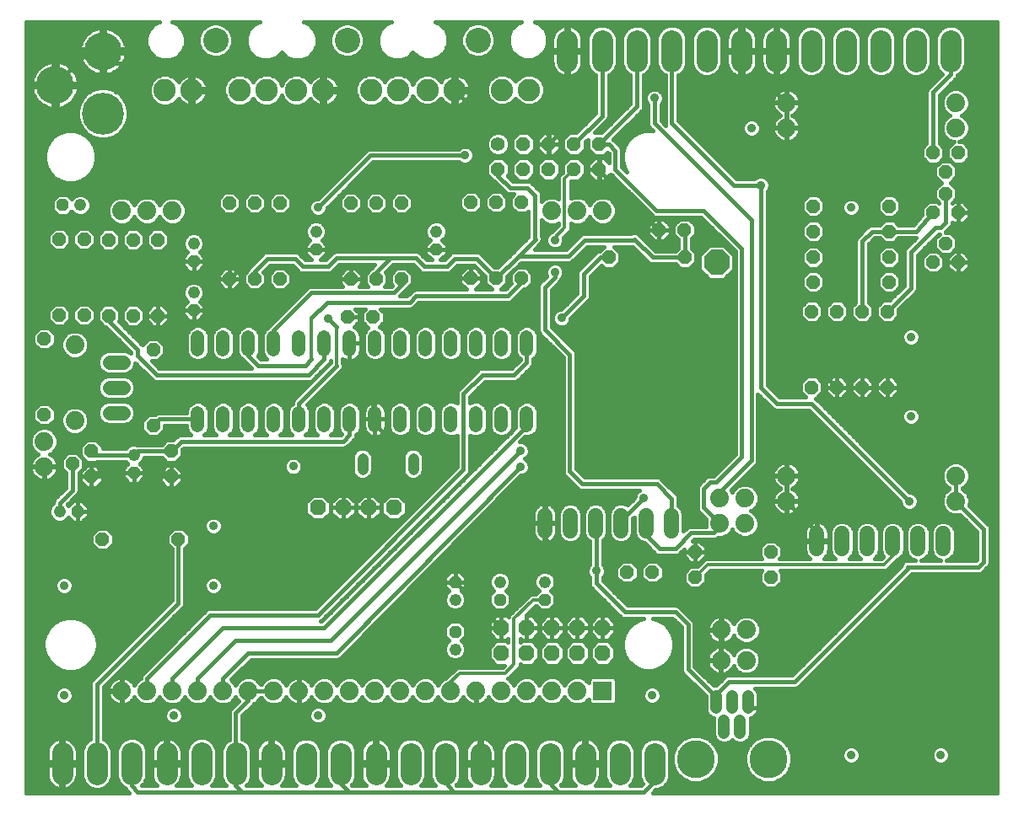
<source format=gbl>
G75*
%MOIN*%
%OFA0B0*%
%FSLAX24Y24*%
%IPPOS*%
%LPD*%
%AMOC8*
5,1,8,0,0,1.08239X$1,22.5*
%
%ADD10C,0.0520*%
%ADD11OC8,0.0520*%
%ADD12C,0.0440*%
%ADD13OC8,0.0630*%
%ADD14OC8,0.1000*%
%ADD15C,0.1500*%
%ADD16C,0.0476*%
%ADD17C,0.1000*%
%ADD18C,0.0886*%
%ADD19OC8,0.0480*%
%ADD20C,0.0480*%
%ADD21C,0.1660*%
%ADD22C,0.1502*%
%ADD23C,0.0600*%
%ADD24R,0.0740X0.0740*%
%ADD25C,0.0740*%
%ADD26C,0.0560*%
%ADD27OC8,0.0560*%
%ADD28C,0.0840*%
%ADD29C,0.0560*%
%ADD30C,0.0160*%
%ADD31C,0.0357*%
%ADD32C,0.0120*%
D10*
X007725Y015482D02*
X007725Y016002D01*
X008725Y016002D02*
X008725Y015482D01*
X009725Y015482D02*
X009725Y016002D01*
X010725Y016002D02*
X010725Y015482D01*
X011725Y015482D02*
X011725Y016002D01*
X012725Y016002D02*
X012725Y015482D01*
X013725Y015482D02*
X013725Y016002D01*
X014725Y016002D02*
X014725Y015482D01*
X015725Y015482D02*
X015725Y016002D01*
X016725Y016002D02*
X016725Y015482D01*
X017725Y015482D02*
X017725Y016002D01*
X018725Y016002D02*
X018725Y015482D01*
X019725Y015482D02*
X019725Y016002D01*
X020725Y016002D02*
X020725Y015482D01*
X020725Y018482D02*
X020725Y019002D01*
X019725Y019002D02*
X019725Y018482D01*
X018725Y018482D02*
X018725Y019002D01*
X017725Y019002D02*
X017725Y018482D01*
X016725Y018482D02*
X016725Y019002D01*
X015725Y019002D02*
X015725Y018482D01*
X014725Y018482D02*
X014725Y019002D01*
X013725Y019002D02*
X013725Y018482D01*
X012725Y018482D02*
X012725Y019002D01*
X011725Y019002D02*
X011725Y018482D01*
X010725Y018482D02*
X010725Y019002D01*
X009725Y019002D02*
X009725Y018482D01*
X008725Y018482D02*
X008725Y019002D01*
X007725Y019002D02*
X007725Y018482D01*
D11*
X006141Y019841D03*
X005172Y019841D03*
X004204Y019841D03*
X003231Y019858D03*
X002247Y019858D03*
X001656Y018921D03*
X001656Y015921D03*
X003526Y014476D03*
X002776Y013976D03*
X003526Y013476D03*
X005963Y015492D03*
X006676Y014476D03*
X006676Y013476D03*
X006955Y010992D03*
X003955Y010992D03*
X005963Y018492D03*
X008975Y021292D03*
X009975Y021292D03*
X010975Y021292D03*
X013775Y021292D03*
X014775Y021292D03*
X015775Y021292D03*
X014656Y019783D03*
X013656Y019783D03*
X018521Y021317D03*
X019521Y021317D03*
X020521Y021317D03*
X023975Y022146D03*
X025960Y023228D03*
X026960Y023228D03*
X026975Y022146D03*
X032046Y022146D03*
X032048Y021175D03*
X031985Y020006D03*
X032985Y020006D03*
X033985Y020006D03*
X034985Y020006D03*
X035048Y021175D03*
X035046Y022146D03*
X035048Y023175D03*
X035048Y024175D03*
X036786Y023917D03*
X037286Y024667D03*
X037286Y025530D03*
X036786Y026280D03*
X037786Y026280D03*
X037786Y023917D03*
X037286Y022699D03*
X036786Y021949D03*
X037786Y021949D03*
X034985Y017006D03*
X033985Y017006D03*
X032985Y017006D03*
X031985Y017006D03*
X032048Y023175D03*
X032048Y024175D03*
X020521Y024317D03*
X019521Y024317D03*
X018521Y024317D03*
X015775Y024292D03*
X014775Y024292D03*
X013775Y024292D03*
X010975Y024292D03*
X009975Y024292D03*
X008975Y024292D03*
X006141Y022841D03*
X005172Y022841D03*
X004204Y022841D03*
X003231Y022858D03*
X002247Y022858D03*
X024691Y009688D03*
X025691Y009688D03*
X027370Y009490D03*
X027370Y010499D03*
X030370Y010499D03*
X030370Y009490D03*
D12*
X016229Y013764D02*
X016229Y014204D01*
X014229Y014204D02*
X014229Y013764D01*
D13*
X014475Y012242D03*
X015475Y012242D03*
X013475Y012242D03*
X012475Y012242D03*
X019725Y007492D03*
X020725Y007492D03*
X020725Y006492D03*
X019725Y006492D03*
X021725Y006492D03*
X022725Y006492D03*
X022725Y007492D03*
X021725Y007492D03*
X023725Y007492D03*
X023725Y006492D03*
D14*
X028231Y021949D03*
D15*
X027405Y002299D03*
X030279Y002299D03*
D16*
X029157Y003339D02*
X029157Y003815D01*
X028842Y004327D02*
X028842Y004802D01*
X028212Y004802D02*
X028212Y004327D01*
X028527Y003815D02*
X028527Y003339D01*
X029472Y004327D02*
X029472Y004802D01*
D17*
X018807Y030739D03*
X013636Y030729D03*
X008436Y030729D03*
D18*
X009381Y028761D03*
X010444Y028761D03*
X011628Y028761D03*
X012691Y028761D03*
X014581Y028761D03*
X015644Y028761D03*
X016799Y028770D03*
X017862Y028770D03*
X019752Y028770D03*
X020815Y028770D03*
X007491Y028761D03*
X006428Y028761D03*
D19*
X002389Y024213D03*
X007562Y021993D03*
X007562Y020051D03*
X012396Y022467D03*
X017146Y022467D03*
X005200Y013626D03*
X002976Y012089D03*
X017897Y009307D03*
X019668Y008607D03*
X021440Y008607D03*
X017897Y007338D03*
D20*
X017897Y006638D03*
X017897Y008607D03*
X019668Y009307D03*
X021440Y009307D03*
X007562Y020751D03*
X007562Y022693D03*
X003089Y024213D03*
X012396Y023167D03*
X017146Y023167D03*
X005200Y014326D03*
X002276Y012089D03*
D21*
X003975Y027838D03*
D22*
X002086Y028960D03*
X003975Y030298D03*
D23*
X021445Y011935D02*
X021445Y011335D01*
X022445Y011335D02*
X022445Y011935D01*
X023445Y011935D02*
X023445Y011335D01*
X024445Y011335D02*
X024445Y011935D01*
X025445Y011935D02*
X025445Y011335D01*
X026445Y011335D02*
X026445Y011935D01*
X032188Y011225D02*
X032188Y010625D01*
X033188Y010625D02*
X033188Y011225D01*
X034188Y011225D02*
X034188Y010625D01*
X035188Y010625D02*
X035188Y011225D01*
X036188Y011225D02*
X036188Y010625D01*
X037188Y010625D02*
X037188Y011225D01*
D24*
X023725Y004992D03*
D25*
X022725Y004992D03*
X021725Y004992D03*
X020725Y004992D03*
X019725Y004992D03*
X018725Y004992D03*
X017725Y004992D03*
X016725Y004992D03*
X015725Y004992D03*
X014725Y004992D03*
X013725Y004992D03*
X012725Y004992D03*
X011725Y004992D03*
X010725Y004992D03*
X009725Y004992D03*
X008725Y004992D03*
X007725Y004992D03*
X006725Y004992D03*
X005725Y004992D03*
X004725Y004992D03*
X001656Y013862D03*
X001656Y014862D03*
X002869Y015689D03*
X002869Y018689D03*
X004725Y023988D03*
X005725Y023988D03*
X006725Y023988D03*
X021725Y023988D03*
X022725Y023988D03*
X023725Y023988D03*
X030987Y027264D03*
X030987Y028264D03*
X037680Y028264D03*
X037680Y027264D03*
X037680Y013500D03*
X037680Y012500D03*
X030987Y012500D03*
X030987Y013500D03*
X029350Y012617D03*
X028350Y012617D03*
X028350Y011617D03*
X029350Y011617D03*
X029414Y007413D03*
X028414Y007413D03*
X028398Y006207D03*
X029398Y006207D03*
D26*
X019591Y026626D03*
D27*
X019591Y025626D03*
X020591Y025626D03*
X021591Y025626D03*
X021591Y026626D03*
X020591Y026626D03*
X022591Y026626D03*
X023591Y026626D03*
X023591Y025626D03*
X022591Y025626D03*
D28*
X022326Y029895D02*
X022326Y030735D01*
X023704Y030735D02*
X023704Y029895D01*
X025082Y029895D02*
X025082Y030735D01*
X026460Y030735D02*
X026460Y029895D01*
X027837Y029895D02*
X027837Y030735D01*
X029215Y030735D02*
X029215Y029895D01*
X030593Y029895D02*
X030593Y030735D01*
X031971Y030735D02*
X031971Y029895D01*
X033349Y029895D02*
X033349Y030735D01*
X034727Y030735D02*
X034727Y029895D01*
X036105Y029895D02*
X036105Y030735D01*
X037483Y030735D02*
X037483Y029895D01*
X025790Y002538D02*
X025790Y001698D01*
X024412Y001698D02*
X024412Y002538D01*
X023034Y002538D02*
X023034Y001698D01*
X021656Y001698D02*
X021656Y002538D01*
X020278Y002538D02*
X020278Y001698D01*
X018900Y001698D02*
X018900Y002538D01*
X017523Y002538D02*
X017523Y001698D01*
X016145Y001698D02*
X016145Y002538D01*
X014767Y002538D02*
X014767Y001698D01*
X013389Y001698D02*
X013389Y002538D01*
X012011Y002538D02*
X012011Y001698D01*
X010633Y001698D02*
X010633Y002538D01*
X009255Y002546D02*
X009255Y001706D01*
X007877Y001706D02*
X007877Y002546D01*
X006499Y002546D02*
X006499Y001706D01*
X005121Y001706D02*
X005121Y002546D01*
X003743Y002546D02*
X003743Y001706D01*
X002365Y001706D02*
X002365Y002546D01*
D29*
X004233Y015992D02*
X004793Y015992D01*
X004793Y016992D02*
X004233Y016992D01*
X004233Y017992D02*
X004793Y017992D01*
D30*
X000955Y031469D02*
X000955Y000972D01*
X005003Y000972D01*
X004880Y001095D01*
X004849Y001169D01*
X004781Y001197D01*
X004612Y001366D01*
X004521Y001587D01*
X004521Y002665D01*
X004612Y002886D01*
X004781Y003055D01*
X005002Y003146D01*
X005240Y003146D01*
X005461Y003055D01*
X005630Y002886D01*
X005721Y002665D01*
X005721Y001587D01*
X005630Y001366D01*
X005516Y001252D01*
X006104Y001252D01*
X006041Y001315D01*
X005986Y001392D01*
X005943Y001476D01*
X005914Y001565D01*
X005899Y001659D01*
X005899Y002066D01*
X006439Y002066D01*
X006439Y002186D01*
X006439Y003144D01*
X006358Y003131D01*
X006269Y003102D01*
X006184Y003059D01*
X006108Y003004D01*
X006041Y002937D01*
X005986Y002860D01*
X005943Y002776D01*
X005914Y002686D01*
X005899Y002593D01*
X005899Y002186D01*
X006439Y002186D01*
X006559Y002186D01*
X007099Y002186D01*
X007099Y002593D01*
X007084Y002686D01*
X007055Y002776D01*
X007012Y002860D01*
X006957Y002937D01*
X006890Y003004D01*
X006813Y003059D01*
X006729Y003102D01*
X006639Y003131D01*
X006559Y003144D01*
X006559Y002186D01*
X006559Y002066D01*
X007099Y002066D01*
X007099Y001659D01*
X007084Y001565D01*
X007055Y001476D01*
X007012Y001392D01*
X006957Y001315D01*
X006894Y001252D01*
X007482Y001252D01*
X007368Y001366D01*
X007277Y001587D01*
X007277Y002665D01*
X007368Y002886D01*
X007537Y003055D01*
X007758Y003146D01*
X007996Y003146D01*
X008217Y003055D01*
X008386Y002886D01*
X008477Y002665D01*
X008477Y001587D01*
X008386Y001366D01*
X008272Y001252D01*
X008860Y001252D01*
X008746Y001366D01*
X008655Y001587D01*
X008655Y002665D01*
X008746Y002886D01*
X008915Y003055D01*
X008965Y003075D01*
X008965Y004169D01*
X009005Y004264D01*
X009340Y004600D01*
X009259Y004681D01*
X009225Y004762D01*
X009192Y004681D01*
X009037Y004526D01*
X008835Y004442D01*
X008616Y004442D01*
X008414Y004526D01*
X008259Y004681D01*
X008225Y004762D01*
X008192Y004681D01*
X008037Y004526D01*
X007835Y004442D01*
X007616Y004442D01*
X007414Y004526D01*
X007259Y004681D01*
X007225Y004762D01*
X007192Y004681D01*
X007037Y004526D01*
X006835Y004442D01*
X006616Y004442D01*
X006414Y004526D01*
X006259Y004681D01*
X006225Y004762D01*
X006192Y004681D01*
X006037Y004526D01*
X005835Y004442D01*
X005616Y004442D01*
X005414Y004526D01*
X005259Y004681D01*
X005225Y004762D01*
X005196Y004704D01*
X005145Y004634D01*
X005084Y004573D01*
X005014Y004522D01*
X004936Y004482D01*
X004854Y004456D01*
X004769Y004442D01*
X004745Y004442D01*
X004745Y004972D01*
X004705Y004972D01*
X004175Y004972D01*
X004175Y004949D01*
X004189Y004863D01*
X004216Y004781D01*
X004255Y004704D01*
X004306Y004634D01*
X004367Y004573D01*
X004437Y004522D01*
X004514Y004482D01*
X004596Y004456D01*
X004682Y004442D01*
X004705Y004442D01*
X004705Y004972D01*
X004705Y005012D01*
X004175Y005012D01*
X004175Y005035D01*
X004189Y005121D01*
X004216Y005203D01*
X004255Y005280D01*
X004306Y005350D01*
X004367Y005412D01*
X004437Y005463D01*
X004514Y005502D01*
X004596Y005529D01*
X004682Y005542D01*
X004705Y005542D01*
X004705Y005012D01*
X004745Y005012D01*
X004745Y005542D01*
X004769Y005542D01*
X004854Y005529D01*
X004936Y005502D01*
X005014Y005463D01*
X005084Y005412D01*
X005145Y005350D01*
X005196Y005280D01*
X005225Y005222D01*
X005259Y005304D01*
X005414Y005458D01*
X005465Y005480D01*
X005465Y005544D01*
X005505Y005639D01*
X008078Y008213D01*
X008174Y008252D01*
X012368Y008252D01*
X017965Y013850D01*
X017965Y015105D01*
X017813Y015042D01*
X017638Y015042D01*
X017476Y015109D01*
X017352Y015233D01*
X017285Y015395D01*
X017285Y016090D01*
X017352Y016251D01*
X017476Y016375D01*
X017638Y016442D01*
X017813Y016442D01*
X017965Y016379D01*
X017965Y016794D01*
X018005Y016889D01*
X018755Y017639D01*
X018828Y017713D01*
X018924Y017752D01*
X020118Y017752D01*
X020465Y018100D01*
X020465Y018120D01*
X020352Y018233D01*
X020285Y018395D01*
X020285Y019090D01*
X020352Y019251D01*
X020476Y019375D01*
X020638Y019442D01*
X020813Y019442D01*
X020975Y019375D01*
X021098Y019251D01*
X021165Y019090D01*
X021165Y018395D01*
X021098Y018233D01*
X020985Y018120D01*
X020985Y017940D01*
X020946Y017845D01*
X020873Y017772D01*
X020373Y017272D01*
X020277Y017232D01*
X019083Y017232D01*
X018485Y016634D01*
X018485Y016379D01*
X018638Y016442D01*
X018813Y016442D01*
X018975Y016375D01*
X019098Y016251D01*
X019165Y016090D01*
X019165Y015395D01*
X019098Y015233D01*
X018975Y015109D01*
X018813Y015042D01*
X018638Y015042D01*
X018485Y015105D01*
X018485Y013690D01*
X018446Y013595D01*
X018373Y013522D01*
X012623Y007772D01*
X012575Y007752D01*
X012618Y007752D01*
X020285Y015420D01*
X020285Y016090D01*
X020352Y016251D01*
X020476Y016375D01*
X020638Y016442D01*
X020813Y016442D01*
X020975Y016375D01*
X021098Y016251D01*
X021165Y016090D01*
X021165Y015395D01*
X021098Y015233D01*
X020975Y015109D01*
X020813Y015042D01*
X020643Y015042D01*
X020451Y014851D01*
X020547Y014851D01*
X020678Y014796D01*
X020779Y014695D01*
X020834Y014563D01*
X020834Y014421D01*
X020779Y014289D01*
X020678Y014188D01*
X020657Y014180D01*
X020678Y014171D01*
X020779Y014070D01*
X020834Y013938D01*
X020834Y013796D01*
X020779Y013664D01*
X020678Y013563D01*
X020547Y013509D01*
X020488Y013509D01*
X013446Y006346D01*
X013446Y006345D01*
X013410Y006309D01*
X013374Y006273D01*
X013373Y006273D01*
X013373Y006272D01*
X013326Y006252D01*
X013279Y006233D01*
X013278Y006233D01*
X013277Y006232D01*
X013226Y006232D01*
X013176Y006232D01*
X013175Y006232D01*
X009833Y006232D01*
X009048Y005447D01*
X009192Y005304D01*
X009225Y005222D01*
X009259Y005304D01*
X009414Y005458D01*
X009616Y005542D01*
X009835Y005542D01*
X010037Y005458D01*
X010192Y005304D01*
X010213Y005252D01*
X010238Y005252D01*
X010259Y005304D01*
X010414Y005458D01*
X010616Y005542D01*
X010835Y005542D01*
X011037Y005458D01*
X011192Y005304D01*
X011225Y005222D01*
X011255Y005280D01*
X011306Y005350D01*
X011367Y005412D01*
X011437Y005463D01*
X011514Y005502D01*
X011596Y005529D01*
X011682Y005542D01*
X011705Y005542D01*
X011705Y005012D01*
X011745Y005012D01*
X011745Y005542D01*
X011769Y005542D01*
X011854Y005529D01*
X011936Y005502D01*
X012014Y005463D01*
X012084Y005412D01*
X012145Y005350D01*
X012196Y005280D01*
X012225Y005222D01*
X012259Y005304D01*
X012414Y005458D01*
X012616Y005542D01*
X012835Y005542D01*
X013037Y005458D01*
X013192Y005304D01*
X013225Y005222D01*
X013259Y005304D01*
X013414Y005458D01*
X013616Y005542D01*
X013835Y005542D01*
X014037Y005458D01*
X014192Y005304D01*
X014225Y005222D01*
X014259Y005304D01*
X014414Y005458D01*
X014616Y005542D01*
X014835Y005542D01*
X015037Y005458D01*
X015192Y005304D01*
X015225Y005222D01*
X015259Y005304D01*
X015414Y005458D01*
X015616Y005542D01*
X015835Y005542D01*
X016037Y005458D01*
X016192Y005304D01*
X016225Y005222D01*
X016259Y005304D01*
X016414Y005458D01*
X016616Y005542D01*
X016835Y005542D01*
X017037Y005458D01*
X017192Y005304D01*
X017225Y005222D01*
X017259Y005304D01*
X017414Y005458D01*
X017516Y005501D01*
X017578Y005563D01*
X017626Y005583D01*
X017872Y005828D01*
X017939Y005896D01*
X018028Y005932D01*
X019776Y005932D01*
X019841Y005997D01*
X019520Y005997D01*
X019230Y006287D01*
X019230Y006697D01*
X019520Y006987D01*
X019930Y006987D01*
X019985Y006932D01*
X019985Y007052D01*
X019930Y006997D01*
X019725Y006997D01*
X019725Y007492D01*
X019230Y007492D01*
X019230Y007287D01*
X019520Y006997D01*
X019725Y006997D01*
X019725Y007492D01*
X019725Y007492D01*
X019725Y007492D01*
X019230Y007492D01*
X019230Y007697D01*
X019520Y007987D01*
X019725Y007987D01*
X019725Y007492D01*
X019725Y007492D01*
X019711Y007492D01*
X017897Y009307D01*
X018317Y009307D01*
X018317Y009481D01*
X018071Y009727D01*
X017897Y009727D01*
X017897Y009307D01*
X017897Y009307D01*
X017897Y009307D01*
X018317Y009307D01*
X018317Y009133D01*
X018141Y008957D01*
X018253Y008845D01*
X018317Y008690D01*
X018317Y008523D01*
X018253Y008369D01*
X018134Y008251D01*
X017980Y008187D01*
X017813Y008187D01*
X017659Y008251D01*
X017540Y008369D01*
X017477Y008523D01*
X017477Y008690D01*
X017540Y008845D01*
X017653Y008957D01*
X017477Y009133D01*
X017477Y009307D01*
X017897Y009307D01*
X017897Y009727D01*
X017723Y009727D01*
X017477Y009481D01*
X017477Y009307D01*
X017897Y009307D01*
X017897Y009307D01*
X017897Y009368D02*
X017897Y009368D01*
X017897Y009527D02*
X017897Y009527D01*
X017897Y009685D02*
X017897Y009685D01*
X018112Y009685D02*
X019484Y009685D01*
X019430Y009663D02*
X019312Y009545D01*
X019248Y009390D01*
X019248Y009223D01*
X019312Y009069D01*
X019424Y008957D01*
X019248Y008781D01*
X019248Y008433D01*
X019494Y008187D01*
X019842Y008187D01*
X020088Y008433D01*
X020088Y008781D01*
X019912Y008957D01*
X020024Y009069D01*
X020088Y009223D01*
X020088Y009390D01*
X020024Y009545D01*
X019906Y009663D01*
X019752Y009727D01*
X019585Y009727D01*
X019430Y009663D01*
X019305Y009527D02*
X018271Y009527D01*
X018317Y009368D02*
X019248Y009368D01*
X019254Y009210D02*
X018317Y009210D01*
X018235Y009051D02*
X019330Y009051D01*
X019360Y008893D02*
X018205Y008893D01*
X018298Y008734D02*
X019248Y008734D01*
X019248Y008576D02*
X018317Y008576D01*
X018273Y008417D02*
X019264Y008417D01*
X019422Y008259D02*
X018142Y008259D01*
X018071Y007758D02*
X017723Y007758D01*
X017477Y007512D01*
X017477Y007164D01*
X017653Y006988D01*
X017540Y006876D01*
X017477Y006722D01*
X017477Y006555D01*
X017540Y006400D01*
X017659Y006282D01*
X017813Y006218D01*
X017980Y006218D01*
X018134Y006282D01*
X018253Y006400D01*
X018317Y006555D01*
X018317Y006722D01*
X018253Y006876D01*
X018141Y006988D01*
X018317Y007164D01*
X018317Y007512D01*
X018071Y007758D01*
X018204Y007625D02*
X019230Y007625D01*
X019230Y007466D02*
X018317Y007466D01*
X018317Y007308D02*
X019230Y007308D01*
X019368Y007149D02*
X018301Y007149D01*
X018143Y006991D02*
X019985Y006991D01*
X019725Y007149D02*
X019725Y007149D01*
X019725Y007308D02*
X019725Y007308D01*
X019725Y007466D02*
X019725Y007466D01*
X019725Y007492D02*
X019725Y007987D01*
X019930Y007987D01*
X019998Y007920D01*
X020022Y007978D01*
X020089Y008046D01*
X020089Y008046D01*
X020772Y008728D01*
X020772Y008728D01*
X020839Y008796D01*
X020928Y008832D01*
X021071Y008832D01*
X021196Y008957D01*
X021084Y009069D01*
X021020Y009223D01*
X021020Y009390D01*
X021084Y009545D01*
X021202Y009663D01*
X021356Y009727D01*
X021523Y009727D01*
X021678Y009663D01*
X021796Y009545D01*
X021860Y009390D01*
X021860Y009223D01*
X021796Y009069D01*
X021684Y008957D01*
X021860Y008781D01*
X021860Y008433D01*
X021614Y008187D01*
X021266Y008187D01*
X021100Y008352D01*
X021075Y008352D01*
X020710Y007987D01*
X020725Y007987D01*
X020725Y007492D01*
X020725Y007492D01*
X020725Y006997D01*
X020520Y006997D01*
X020465Y007052D01*
X020465Y006932D01*
X020520Y006987D01*
X020930Y006987D01*
X021220Y006697D01*
X021220Y006287D01*
X020930Y005997D01*
X020520Y005997D01*
X020465Y006052D01*
X020465Y005994D01*
X020429Y005906D01*
X020361Y005839D01*
X020011Y005489D01*
X019987Y005479D01*
X020037Y005458D01*
X020192Y005304D01*
X020225Y005222D01*
X020259Y005304D01*
X020414Y005458D01*
X020616Y005542D01*
X020835Y005542D01*
X021037Y005458D01*
X021192Y005304D01*
X021225Y005222D01*
X021259Y005304D01*
X021414Y005458D01*
X021616Y005542D01*
X021835Y005542D01*
X022037Y005458D01*
X022192Y005304D01*
X022225Y005222D01*
X022259Y005304D01*
X022414Y005458D01*
X022616Y005542D01*
X022835Y005542D01*
X023037Y005458D01*
X023175Y005320D01*
X023175Y005437D01*
X023281Y005542D01*
X024170Y005542D01*
X024275Y005437D01*
X024275Y004548D01*
X024170Y004442D01*
X023281Y004442D01*
X023175Y004548D01*
X023175Y004664D01*
X023037Y004526D01*
X022835Y004442D01*
X022616Y004442D01*
X022414Y004526D01*
X022259Y004681D01*
X022225Y004762D01*
X022192Y004681D01*
X022037Y004526D01*
X021835Y004442D01*
X021616Y004442D01*
X021414Y004526D01*
X021259Y004681D01*
X021225Y004762D01*
X021192Y004681D01*
X021037Y004526D01*
X020835Y004442D01*
X020616Y004442D01*
X020414Y004526D01*
X020259Y004681D01*
X020225Y004762D01*
X020192Y004681D01*
X020037Y004526D01*
X019835Y004442D01*
X019616Y004442D01*
X019414Y004526D01*
X019259Y004681D01*
X019225Y004762D01*
X019196Y004704D01*
X019145Y004634D01*
X019084Y004573D01*
X019014Y004522D01*
X018936Y004482D01*
X018854Y004456D01*
X018769Y004442D01*
X018745Y004442D01*
X018745Y004972D01*
X018705Y004972D01*
X018705Y004442D01*
X018682Y004442D01*
X018596Y004456D01*
X018514Y004482D01*
X018437Y004522D01*
X018367Y004573D01*
X018306Y004634D01*
X018255Y004704D01*
X018225Y004762D01*
X018192Y004681D01*
X018037Y004526D01*
X017835Y004442D01*
X017616Y004442D01*
X017414Y004526D01*
X017259Y004681D01*
X017225Y004762D01*
X017192Y004681D01*
X017037Y004526D01*
X016835Y004442D01*
X016616Y004442D01*
X016414Y004526D01*
X016259Y004681D01*
X016225Y004762D01*
X016192Y004681D01*
X016037Y004526D01*
X015835Y004442D01*
X015616Y004442D01*
X015414Y004526D01*
X015259Y004681D01*
X015225Y004762D01*
X015192Y004681D01*
X015037Y004526D01*
X014835Y004442D01*
X014616Y004442D01*
X014414Y004526D01*
X014259Y004681D01*
X014225Y004762D01*
X014192Y004681D01*
X014037Y004526D01*
X013835Y004442D01*
X013616Y004442D01*
X013414Y004526D01*
X013259Y004681D01*
X013225Y004762D01*
X013192Y004681D01*
X013037Y004526D01*
X012835Y004442D01*
X012616Y004442D01*
X012414Y004526D01*
X012259Y004681D01*
X012225Y004762D01*
X012196Y004704D01*
X012145Y004634D01*
X012084Y004573D01*
X012014Y004522D01*
X011936Y004482D01*
X011854Y004456D01*
X011769Y004442D01*
X011745Y004442D01*
X011745Y004972D01*
X011705Y004972D01*
X011705Y004442D01*
X011682Y004442D01*
X011596Y004456D01*
X011514Y004482D01*
X011437Y004522D01*
X011367Y004573D01*
X011306Y004634D01*
X011255Y004704D01*
X011225Y004762D01*
X011192Y004681D01*
X011037Y004526D01*
X010835Y004442D01*
X010616Y004442D01*
X010414Y004526D01*
X010259Y004681D01*
X010238Y004732D01*
X010213Y004732D01*
X010192Y004681D01*
X010037Y004526D01*
X009955Y004492D01*
X009946Y004470D01*
X009873Y004397D01*
X009485Y004009D01*
X009485Y003100D01*
X009595Y003055D01*
X009763Y002886D01*
X009855Y002665D01*
X009855Y001587D01*
X009763Y001366D01*
X009649Y001252D01*
X010230Y001252D01*
X010175Y001307D01*
X010120Y001384D01*
X010077Y001468D01*
X010048Y001558D01*
X010033Y001651D01*
X010033Y002058D01*
X010573Y002058D01*
X010573Y002178D01*
X010573Y003136D01*
X010492Y003123D01*
X010402Y003094D01*
X010318Y003051D01*
X010242Y002996D01*
X010175Y002929D01*
X010120Y002853D01*
X010077Y002768D01*
X010048Y002679D01*
X010033Y002585D01*
X010033Y002178D01*
X010573Y002178D01*
X010693Y002178D01*
X011233Y002178D01*
X011233Y002585D01*
X011218Y002679D01*
X011189Y002768D01*
X011146Y002853D01*
X011090Y002929D01*
X011024Y002996D01*
X010947Y003051D01*
X010863Y003094D01*
X010773Y003123D01*
X010693Y003136D01*
X010693Y002178D01*
X010693Y002058D01*
X011233Y002058D01*
X011233Y001651D01*
X011218Y001558D01*
X011189Y001468D01*
X011146Y001384D01*
X011090Y001307D01*
X011035Y001252D01*
X011608Y001252D01*
X011502Y001358D01*
X011411Y001579D01*
X011411Y002657D01*
X011502Y002878D01*
X011671Y003047D01*
X011891Y003138D01*
X012130Y003138D01*
X012351Y003047D01*
X012519Y002878D01*
X012611Y002657D01*
X012611Y001579D01*
X012519Y001358D01*
X012413Y001252D01*
X012986Y001252D01*
X012880Y001358D01*
X012789Y001579D01*
X012789Y002657D01*
X012880Y002878D01*
X013049Y003047D01*
X013269Y003138D01*
X013508Y003138D01*
X013729Y003047D01*
X013897Y002878D01*
X013989Y002657D01*
X013989Y001579D01*
X013897Y001358D01*
X013812Y001273D01*
X013833Y001252D01*
X014364Y001252D01*
X014309Y001307D01*
X014253Y001384D01*
X014211Y001468D01*
X014181Y001558D01*
X014167Y001651D01*
X014167Y002058D01*
X014707Y002058D01*
X014707Y002178D01*
X014707Y003136D01*
X014626Y003123D01*
X014536Y003094D01*
X014452Y003051D01*
X014376Y002996D01*
X014309Y002929D01*
X014253Y002853D01*
X014211Y002768D01*
X014181Y002679D01*
X014167Y002585D01*
X014167Y002178D01*
X014707Y002178D01*
X014827Y002178D01*
X015367Y002178D01*
X015367Y002585D01*
X015352Y002679D01*
X015323Y002768D01*
X015280Y002853D01*
X015224Y002929D01*
X015157Y002996D01*
X015081Y003051D01*
X014997Y003094D01*
X014907Y003123D01*
X014827Y003136D01*
X014827Y002178D01*
X014827Y002058D01*
X015367Y002058D01*
X015367Y001651D01*
X015352Y001558D01*
X015323Y001468D01*
X015280Y001384D01*
X015224Y001307D01*
X015169Y001252D01*
X015742Y001252D01*
X015636Y001358D01*
X015545Y001579D01*
X015545Y002657D01*
X015636Y002878D01*
X015805Y003047D01*
X016025Y003138D01*
X016264Y003138D01*
X016484Y003047D01*
X016653Y002878D01*
X016745Y002657D01*
X016745Y001579D01*
X016653Y001358D01*
X016547Y001252D01*
X017120Y001252D01*
X017014Y001358D01*
X016923Y001579D01*
X016923Y002657D01*
X017014Y002878D01*
X017183Y003047D01*
X017403Y003138D01*
X017642Y003138D01*
X017862Y003047D01*
X018031Y002878D01*
X018123Y002657D01*
X018123Y001579D01*
X018031Y001358D01*
X017942Y001269D01*
X017958Y001252D01*
X018498Y001252D01*
X018443Y001307D01*
X018387Y001384D01*
X018344Y001468D01*
X018315Y001558D01*
X018300Y001651D01*
X018300Y002058D01*
X018840Y002058D01*
X018840Y002178D01*
X018300Y002178D01*
X018300Y002585D01*
X018315Y002679D01*
X018344Y002768D01*
X018387Y002853D01*
X018443Y002929D01*
X018510Y002996D01*
X018586Y003051D01*
X018670Y003094D01*
X018760Y003123D01*
X018840Y003136D01*
X018840Y002178D01*
X018960Y002178D01*
X018960Y003136D01*
X019041Y003123D01*
X019131Y003094D01*
X019215Y003051D01*
X019291Y002996D01*
X019358Y002929D01*
X019414Y002853D01*
X019457Y002768D01*
X019486Y002679D01*
X019500Y002585D01*
X019500Y002178D01*
X018960Y002178D01*
X018960Y002058D01*
X019500Y002058D01*
X019500Y001651D01*
X019486Y001558D01*
X019457Y001468D01*
X019414Y001384D01*
X019358Y001307D01*
X019303Y001252D01*
X019876Y001252D01*
X019770Y001358D01*
X019678Y001579D01*
X019678Y002657D01*
X019770Y002878D01*
X019939Y003047D01*
X020159Y003138D01*
X020398Y003138D01*
X020618Y003047D01*
X020787Y002878D01*
X020878Y002657D01*
X020878Y001579D01*
X020787Y001358D01*
X020681Y001252D01*
X021254Y001252D01*
X021148Y001358D01*
X021056Y001579D01*
X021056Y002657D01*
X021148Y002878D01*
X021317Y003047D01*
X021537Y003138D01*
X021776Y003138D01*
X021996Y003047D01*
X022165Y002878D01*
X022256Y002657D01*
X022256Y001579D01*
X022165Y001358D01*
X022071Y001264D01*
X022083Y001252D01*
X022632Y001252D01*
X022577Y001307D01*
X022521Y001384D01*
X022478Y001468D01*
X022449Y001558D01*
X022434Y001651D01*
X022434Y002058D01*
X022974Y002058D01*
X022974Y002178D01*
X022434Y002178D01*
X022434Y002585D01*
X022449Y002679D01*
X022478Y002768D01*
X022521Y002853D01*
X022577Y002929D01*
X022643Y002996D01*
X022720Y003051D01*
X022804Y003094D01*
X022894Y003123D01*
X022974Y003136D01*
X022974Y002178D01*
X023094Y002178D01*
X023094Y003136D01*
X023175Y003123D01*
X023265Y003094D01*
X023349Y003051D01*
X023425Y002996D01*
X023492Y002929D01*
X023547Y002853D01*
X023590Y002768D01*
X023620Y002679D01*
X023634Y002585D01*
X023634Y002178D01*
X023094Y002178D01*
X023094Y002058D01*
X023634Y002058D01*
X023634Y001651D01*
X023620Y001558D01*
X023590Y001468D01*
X023547Y001384D01*
X023492Y001307D01*
X023437Y001252D01*
X024010Y001252D01*
X023904Y001358D01*
X023812Y001579D01*
X023812Y002657D01*
X023904Y002878D01*
X024072Y003047D01*
X024293Y003138D01*
X024532Y003138D01*
X024752Y003047D01*
X024921Y002878D01*
X025012Y002657D01*
X025012Y001579D01*
X024921Y001358D01*
X024815Y001252D01*
X025243Y001252D01*
X025315Y001325D01*
X025282Y001358D01*
X025190Y001579D01*
X025190Y002657D01*
X025282Y002878D01*
X025450Y003047D01*
X025671Y003138D01*
X025910Y003138D01*
X026130Y003047D01*
X026299Y002878D01*
X026390Y002657D01*
X026390Y001579D01*
X026299Y001358D01*
X026130Y001189D01*
X025910Y001098D01*
X025824Y001098D01*
X025698Y000972D01*
X039326Y000972D01*
X039326Y031469D01*
X021039Y031469D01*
X021215Y031396D01*
X021433Y031178D01*
X021551Y030893D01*
X021551Y030584D01*
X021433Y030299D01*
X021215Y030081D01*
X020930Y029963D01*
X020621Y029963D01*
X020337Y030081D01*
X020118Y030299D01*
X020000Y030584D01*
X020000Y030893D01*
X020118Y031178D01*
X020337Y031396D01*
X020513Y031469D01*
X017102Y031469D01*
X017278Y031396D01*
X017496Y031178D01*
X017614Y030893D01*
X017614Y030584D01*
X017496Y030299D01*
X017278Y030081D01*
X016993Y029963D01*
X016684Y029963D01*
X016400Y030081D01*
X016226Y030255D01*
X016044Y030072D01*
X015759Y029954D01*
X015450Y029954D01*
X015165Y030072D01*
X014947Y030290D01*
X014829Y030575D01*
X014829Y030883D01*
X014947Y031168D01*
X015165Y031386D01*
X015364Y031469D01*
X011908Y031469D01*
X012107Y031386D01*
X012325Y031168D01*
X012443Y030883D01*
X012443Y030575D01*
X012325Y030290D01*
X013113Y030290D01*
X013059Y030344D02*
X013251Y030153D01*
X013501Y030049D01*
X013771Y030049D01*
X014021Y030153D01*
X014212Y030344D01*
X014316Y030594D01*
X014316Y030864D01*
X014212Y031114D01*
X014021Y031306D01*
X013771Y031409D01*
X013501Y031409D01*
X013251Y031306D01*
X013059Y031114D01*
X012956Y030864D01*
X012956Y030594D01*
X013059Y030344D01*
X013016Y030449D02*
X012390Y030449D01*
X012443Y030607D02*
X012956Y030607D01*
X012956Y030766D02*
X012443Y030766D01*
X012426Y030924D02*
X012981Y030924D01*
X013046Y031083D02*
X012360Y031083D01*
X012252Y031241D02*
X013186Y031241D01*
X013478Y031400D02*
X012074Y031400D01*
X012325Y030290D02*
X012107Y030072D01*
X011822Y029954D01*
X011513Y029954D01*
X011228Y030072D01*
X011036Y030264D01*
X010844Y030072D01*
X010559Y029954D01*
X010250Y029954D01*
X009965Y030072D01*
X009747Y030290D01*
X009629Y030575D01*
X009629Y030883D01*
X009747Y031168D01*
X009965Y031386D01*
X010164Y031469D01*
X006708Y031469D01*
X006907Y031386D01*
X007125Y031168D01*
X007243Y030883D01*
X007243Y030575D01*
X007125Y030290D01*
X007913Y030290D01*
X007859Y030344D02*
X008051Y030153D01*
X008301Y030049D01*
X008571Y030049D01*
X008821Y030153D01*
X009012Y030344D01*
X009116Y030594D01*
X009116Y030864D01*
X009012Y031114D01*
X008821Y031306D01*
X008571Y031409D01*
X008301Y031409D01*
X008051Y031306D01*
X007859Y031114D01*
X007756Y030864D01*
X007756Y030594D01*
X007859Y030344D01*
X007816Y030449D02*
X007190Y030449D01*
X007243Y030607D02*
X007756Y030607D01*
X007756Y030766D02*
X007243Y030766D01*
X007226Y030924D02*
X007781Y030924D01*
X007846Y031083D02*
X007160Y031083D01*
X007052Y031241D02*
X007986Y031241D01*
X008278Y031400D02*
X006874Y031400D01*
X006227Y031469D02*
X006028Y031386D01*
X005810Y031168D01*
X005692Y030883D01*
X005692Y030575D01*
X005810Y030290D01*
X006028Y030072D01*
X006313Y029954D01*
X006622Y029954D01*
X006907Y030072D01*
X007125Y030290D01*
X006966Y030132D02*
X008101Y030132D01*
X008770Y030132D02*
X009905Y030132D01*
X009747Y030290D02*
X008959Y030290D01*
X009056Y030449D02*
X009681Y030449D01*
X009629Y030607D02*
X009116Y030607D01*
X009116Y030766D02*
X009629Y030766D01*
X009646Y030924D02*
X009091Y030924D01*
X009025Y031083D02*
X009712Y031083D01*
X009820Y031241D02*
X008886Y031241D01*
X008594Y031400D02*
X009997Y031400D01*
X010903Y030132D02*
X011168Y030132D01*
X011467Y029973D02*
X010605Y029973D01*
X010204Y029973D02*
X006668Y029973D01*
X006267Y029973D02*
X004848Y029973D01*
X004837Y029942D02*
X004871Y030040D01*
X004895Y030142D01*
X004903Y030218D01*
X004055Y030218D01*
X004055Y029370D01*
X004131Y029379D01*
X004233Y029402D01*
X004332Y029437D01*
X004426Y029482D01*
X004515Y029538D01*
X004597Y029603D01*
X004671Y029677D01*
X004736Y029759D01*
X004792Y029847D01*
X004837Y029942D01*
X004771Y029815D02*
X021731Y029815D01*
X021726Y029848D02*
X021740Y029754D01*
X021770Y029665D01*
X021813Y029580D01*
X021868Y029504D01*
X021935Y029437D01*
X022011Y029382D01*
X022095Y029339D01*
X021069Y029339D01*
X021168Y029298D02*
X020939Y029393D01*
X020691Y029393D01*
X020462Y029298D01*
X020287Y029123D01*
X020284Y029115D01*
X020280Y029123D01*
X020105Y029298D01*
X019876Y029393D01*
X019628Y029393D01*
X019399Y029298D01*
X019224Y029123D01*
X019129Y028894D01*
X019129Y028646D01*
X019224Y028417D01*
X019399Y028242D01*
X019628Y028147D01*
X019876Y028147D01*
X020105Y028242D01*
X020280Y028417D01*
X020284Y028425D01*
X020287Y028417D01*
X020462Y028242D01*
X020691Y028147D01*
X020939Y028147D01*
X021168Y028242D01*
X021343Y028417D01*
X021438Y028646D01*
X021438Y028894D01*
X021343Y029123D01*
X021168Y029298D01*
X021285Y029181D02*
X023444Y029181D01*
X023444Y029339D02*
X022556Y029339D01*
X022640Y029382D01*
X022717Y029437D01*
X022783Y029504D01*
X022839Y029580D01*
X022882Y029665D01*
X022911Y029754D01*
X022926Y029848D01*
X022926Y030255D01*
X022386Y030255D01*
X022386Y030375D01*
X022926Y030375D01*
X022926Y030782D01*
X022911Y030875D01*
X022882Y030965D01*
X022839Y031049D01*
X022783Y031126D01*
X022717Y031193D01*
X022640Y031248D01*
X022556Y031291D01*
X022466Y031320D01*
X022386Y031333D01*
X022386Y030375D01*
X022266Y030375D01*
X022266Y031333D01*
X022185Y031320D01*
X022095Y031291D01*
X022011Y031248D01*
X021935Y031193D01*
X021868Y031126D01*
X021813Y031049D01*
X021770Y030965D01*
X021740Y030875D01*
X021726Y030782D01*
X021726Y030375D01*
X022266Y030375D01*
X022266Y030255D01*
X022386Y030255D01*
X022386Y029297D01*
X022466Y029310D01*
X022556Y029339D01*
X022386Y029339D02*
X022266Y029339D01*
X022266Y029297D02*
X022266Y030255D01*
X021726Y030255D01*
X021726Y029848D01*
X021726Y029973D02*
X020954Y029973D01*
X021265Y030132D02*
X021726Y030132D01*
X021726Y030449D02*
X021495Y030449D01*
X021551Y030607D02*
X021726Y030607D01*
X021726Y030766D02*
X021551Y030766D01*
X021538Y030924D02*
X021756Y030924D01*
X021837Y031083D02*
X021472Y031083D01*
X021369Y031241D02*
X022002Y031241D01*
X022266Y031241D02*
X022386Y031241D01*
X022386Y031083D02*
X022266Y031083D01*
X022266Y030924D02*
X022386Y030924D01*
X022386Y030766D02*
X022266Y030766D01*
X022266Y030607D02*
X022386Y030607D01*
X022386Y030449D02*
X022266Y030449D01*
X022326Y030315D02*
X022326Y027360D01*
X021591Y026626D01*
X021591Y027001D01*
X020975Y027617D01*
X019015Y027617D01*
X017862Y028770D01*
X017862Y029230D01*
X017475Y029617D01*
X012350Y029617D01*
X012725Y029242D01*
X012725Y028795D01*
X012691Y028761D01*
X012759Y028705D02*
X013958Y028705D01*
X013958Y028637D02*
X013958Y028885D01*
X014053Y029113D01*
X014228Y029289D01*
X014457Y029384D01*
X014705Y029384D01*
X014934Y029289D01*
X015109Y029113D01*
X015112Y029105D01*
X015116Y029113D01*
X015291Y029289D01*
X015520Y029384D01*
X015768Y029384D01*
X015997Y029289D01*
X016172Y029113D01*
X016220Y028998D01*
X016271Y029123D01*
X016446Y029298D01*
X016675Y029393D01*
X016923Y029393D01*
X017152Y029298D01*
X017327Y029123D01*
X017335Y029104D01*
X017387Y029176D01*
X017456Y029245D01*
X017536Y029303D01*
X017623Y029347D01*
X017716Y029378D01*
X017795Y029390D01*
X017795Y028838D01*
X017930Y028838D01*
X017930Y029390D01*
X018008Y029378D01*
X018101Y029347D01*
X018189Y029303D01*
X018268Y029245D01*
X018337Y029176D01*
X018395Y029097D01*
X018440Y029009D01*
X018470Y028916D01*
X018482Y028838D01*
X017930Y028838D01*
X017930Y028702D01*
X017930Y028150D01*
X018008Y028163D01*
X018101Y028193D01*
X018189Y028237D01*
X018268Y028295D01*
X018337Y028364D01*
X018395Y028444D01*
X018440Y028531D01*
X018470Y028624D01*
X018482Y028702D01*
X017930Y028702D01*
X017795Y028702D01*
X017795Y028150D01*
X017716Y028163D01*
X017623Y028193D01*
X017536Y028237D01*
X017456Y028295D01*
X017387Y028364D01*
X017335Y028436D01*
X017327Y028417D01*
X017152Y028242D01*
X016923Y028147D01*
X016675Y028147D01*
X016446Y028242D01*
X016271Y028417D01*
X016223Y028532D01*
X016172Y028408D01*
X015997Y028233D01*
X015768Y028138D01*
X015520Y028138D01*
X015291Y028233D01*
X015116Y028408D01*
X015112Y028416D01*
X015109Y028408D01*
X014934Y028233D01*
X014705Y028138D01*
X014457Y028138D01*
X014228Y028233D01*
X014053Y028408D01*
X013958Y028637D01*
X013995Y028547D02*
X013276Y028547D01*
X013268Y028522D02*
X013299Y028615D01*
X013311Y028693D01*
X012759Y028693D01*
X012759Y028828D01*
X013311Y028828D01*
X013299Y028906D01*
X013268Y029000D01*
X013224Y029087D01*
X013166Y029166D01*
X013097Y029236D01*
X013018Y029293D01*
X012930Y029338D01*
X012837Y029368D01*
X012759Y029381D01*
X012759Y028828D01*
X012623Y028828D01*
X012623Y029381D01*
X012545Y029368D01*
X012452Y029338D01*
X012365Y029293D01*
X012285Y029236D01*
X012216Y029166D01*
X012164Y029095D01*
X012156Y029113D01*
X011981Y029289D01*
X011752Y029384D01*
X011504Y029384D01*
X011275Y029289D01*
X011100Y029113D01*
X011036Y028959D01*
X010972Y029113D01*
X010797Y029289D01*
X010568Y029384D01*
X010320Y029384D01*
X010091Y029289D01*
X009916Y029113D01*
X009912Y029105D01*
X009909Y029113D01*
X009734Y029289D01*
X009505Y029384D01*
X009257Y029384D01*
X009028Y029289D01*
X008853Y029113D01*
X008758Y028885D01*
X008758Y028637D01*
X008853Y028408D01*
X009028Y028233D01*
X009257Y028138D01*
X009505Y028138D01*
X009734Y028233D01*
X009909Y028408D01*
X009912Y028416D01*
X009916Y028408D01*
X010091Y028233D01*
X010320Y028138D01*
X010568Y028138D01*
X010797Y028233D01*
X010972Y028408D01*
X011036Y028562D01*
X011100Y028408D01*
X011275Y028233D01*
X011504Y028138D01*
X011752Y028138D01*
X011981Y028233D01*
X012156Y028408D01*
X012164Y028426D01*
X012216Y028355D01*
X012285Y028285D01*
X012365Y028228D01*
X012452Y028183D01*
X012545Y028153D01*
X012623Y028141D01*
X012623Y028693D01*
X012759Y028693D01*
X012759Y028141D01*
X012837Y028153D01*
X012930Y028183D01*
X013018Y028228D01*
X013097Y028285D01*
X013166Y028355D01*
X013224Y028434D01*
X013268Y028522D01*
X013190Y028388D02*
X014072Y028388D01*
X014235Y028230D02*
X013020Y028230D01*
X012759Y028230D02*
X012623Y028230D01*
X012623Y028388D02*
X012759Y028388D01*
X012759Y028547D02*
X012623Y028547D01*
X012623Y028864D02*
X012759Y028864D01*
X012759Y029022D02*
X012623Y029022D01*
X012623Y029181D02*
X012759Y029181D01*
X012759Y029339D02*
X012623Y029339D01*
X012456Y029339D02*
X011859Y029339D01*
X012089Y029181D02*
X012230Y029181D01*
X012350Y029617D02*
X007475Y029617D01*
X007470Y029617D01*
X007255Y029832D01*
X004442Y029832D01*
X003975Y030298D01*
X003424Y030298D01*
X002086Y028960D01*
X002166Y029022D02*
X005862Y029022D01*
X005900Y029113D02*
X005805Y028885D01*
X005805Y028637D01*
X005900Y028408D01*
X006075Y028233D01*
X006304Y028138D01*
X006552Y028138D01*
X006781Y028233D01*
X006956Y028408D01*
X006964Y028426D01*
X007016Y028355D01*
X007085Y028285D01*
X007165Y028228D01*
X007252Y028183D01*
X007345Y028153D01*
X007423Y028141D01*
X007423Y028693D01*
X007559Y028693D01*
X007559Y028828D01*
X008111Y028828D01*
X008099Y028906D01*
X008068Y029000D01*
X008024Y029087D01*
X007966Y029166D01*
X007897Y029236D01*
X007818Y029293D01*
X007730Y029338D01*
X007637Y029368D01*
X007559Y029381D01*
X007559Y028828D01*
X007423Y028828D01*
X007423Y029381D01*
X007345Y029368D01*
X007252Y029338D01*
X007165Y029293D01*
X007085Y029236D01*
X007016Y029166D01*
X006964Y029095D01*
X006956Y029113D01*
X006781Y029289D01*
X006552Y029384D01*
X006304Y029384D01*
X006075Y029289D01*
X005900Y029113D01*
X005967Y029181D02*
X002990Y029181D01*
X002982Y029218D02*
X002947Y029317D01*
X002902Y029411D01*
X002846Y029500D01*
X002781Y029581D01*
X002707Y029655D01*
X002625Y029720D01*
X002537Y029776D01*
X002442Y029821D01*
X002344Y029856D01*
X002242Y029879D01*
X002166Y029888D01*
X002166Y029040D01*
X003014Y029040D01*
X003005Y029116D01*
X002982Y029218D01*
X002936Y029339D02*
X006197Y029339D01*
X006659Y029339D02*
X007256Y029339D01*
X007423Y029339D02*
X007559Y029339D01*
X007559Y029181D02*
X007423Y029181D01*
X007423Y029022D02*
X007559Y029022D01*
X007559Y028864D02*
X007423Y028864D01*
X007475Y028776D02*
X007491Y028761D01*
X007475Y028776D02*
X007475Y029617D01*
X007726Y029339D02*
X009150Y029339D01*
X008920Y029181D02*
X007952Y029181D01*
X008057Y029022D02*
X008815Y029022D01*
X008758Y028864D02*
X008105Y028864D01*
X008111Y028693D02*
X007559Y028693D01*
X007559Y028141D01*
X007637Y028153D01*
X007730Y028183D01*
X007818Y028228D01*
X007897Y028285D01*
X007966Y028355D01*
X008024Y028434D01*
X008068Y028522D01*
X008099Y028615D01*
X008111Y028693D01*
X008076Y028547D02*
X008795Y028547D01*
X008758Y028705D02*
X007559Y028705D01*
X007559Y028547D02*
X007423Y028547D01*
X007423Y028388D02*
X007559Y028388D01*
X007559Y028230D02*
X007423Y028230D01*
X007162Y028230D02*
X006774Y028230D01*
X006937Y028388D02*
X006992Y028388D01*
X007030Y029181D02*
X006889Y029181D01*
X007990Y028388D02*
X008872Y028388D01*
X009035Y028230D02*
X007820Y028230D01*
X006082Y028230D02*
X004915Y028230D01*
X004916Y028228D02*
X004783Y028458D01*
X004595Y028646D01*
X004365Y028779D01*
X004108Y028848D01*
X003842Y028848D01*
X003585Y028779D01*
X003355Y028646D01*
X003167Y028458D01*
X003034Y028228D01*
X002965Y027971D01*
X002965Y027705D01*
X003034Y027448D01*
X003167Y027218D01*
X003355Y027030D01*
X003585Y026897D01*
X003842Y026828D01*
X004108Y026828D01*
X004365Y026897D01*
X004595Y027030D01*
X004783Y027218D01*
X004916Y027448D01*
X004985Y027705D01*
X004985Y027971D01*
X004916Y028228D01*
X004958Y028071D02*
X023444Y028071D01*
X023444Y027913D02*
X004985Y027913D01*
X004985Y027754D02*
X023352Y027754D01*
X023444Y027846D02*
X022684Y027086D01*
X022401Y027086D01*
X022131Y026817D01*
X022131Y026435D01*
X022401Y026166D01*
X022782Y026166D01*
X023051Y026435D01*
X023051Y026718D01*
X023131Y026798D01*
X023131Y026435D01*
X023401Y026166D01*
X023782Y026166D01*
X023920Y026304D01*
X023965Y026259D01*
X023965Y025903D01*
X023782Y026086D01*
X023601Y026086D01*
X023601Y025636D01*
X023581Y025636D01*
X023581Y025616D01*
X023131Y025616D01*
X023131Y025435D01*
X023401Y025166D01*
X023581Y025166D01*
X023581Y025616D01*
X023601Y025616D01*
X023601Y025166D01*
X023782Y025166D01*
X024045Y025429D01*
X025630Y023845D01*
X025703Y023772D01*
X025799Y023732D01*
X027618Y023732D01*
X028965Y022384D01*
X028965Y014350D01*
X028118Y013502D01*
X027924Y013502D01*
X027828Y013463D01*
X027755Y013389D01*
X027578Y013213D01*
X027505Y013139D01*
X027465Y013044D01*
X027465Y012190D01*
X027505Y012095D01*
X027578Y012022D01*
X027822Y011778D01*
X027800Y011727D01*
X027800Y011508D01*
X027803Y011502D01*
X027174Y011502D01*
X027078Y011463D01*
X026925Y011309D01*
X026925Y012030D01*
X026852Y012207D01*
X026720Y012339D01*
X026720Y012650D01*
X026680Y012746D01*
X026089Y013336D01*
X026016Y013409D01*
X025921Y013449D01*
X023024Y013449D01*
X022684Y013789D01*
X022684Y018359D01*
X022645Y018454D01*
X021700Y019399D01*
X021700Y020857D01*
X021981Y021138D01*
X022054Y021211D01*
X022094Y021307D01*
X022094Y021308D01*
X022137Y021352D01*
X022192Y021484D01*
X022192Y021626D01*
X022137Y021758D01*
X022037Y021859D01*
X021905Y021914D01*
X021762Y021914D01*
X021631Y021859D01*
X021530Y021758D01*
X021475Y021626D01*
X021475Y021484D01*
X021509Y021402D01*
X021219Y021112D01*
X021180Y021016D01*
X021180Y019240D01*
X021219Y019144D01*
X021293Y019071D01*
X022164Y018199D01*
X022164Y013629D01*
X022204Y013534D01*
X022277Y013461D01*
X022769Y012969D01*
X022865Y012929D01*
X025167Y012929D01*
X025147Y012921D01*
X025046Y012820D01*
X024992Y012688D01*
X024992Y012626D01*
X024710Y012345D01*
X024540Y012415D01*
X024349Y012415D01*
X024173Y012342D01*
X024038Y012207D01*
X023965Y012030D01*
X023965Y011239D01*
X024038Y011063D01*
X024173Y010928D01*
X024349Y010855D01*
X024540Y010855D01*
X024717Y010928D01*
X024852Y011063D01*
X024925Y011239D01*
X024925Y011824D01*
X024965Y011864D01*
X024965Y011239D01*
X025038Y011063D01*
X025173Y010928D01*
X025349Y010855D01*
X025370Y010855D01*
X025828Y010397D01*
X025924Y010357D01*
X026652Y010357D01*
X026748Y010397D01*
X026821Y010470D01*
X026930Y010579D01*
X026930Y010499D01*
X026930Y010317D01*
X027188Y010059D01*
X027370Y010059D01*
X027370Y010499D01*
X027370Y010499D01*
X026930Y010499D01*
X027370Y010499D01*
X027370Y010499D01*
X027370Y010059D01*
X027552Y010059D01*
X027810Y010317D01*
X027810Y010499D01*
X027370Y010499D01*
X027370Y010499D01*
X027370Y010939D01*
X027290Y010939D01*
X027333Y010982D01*
X028152Y010982D01*
X028248Y011022D01*
X028293Y011067D01*
X028460Y011067D01*
X028662Y011151D01*
X028817Y011306D01*
X028850Y011387D01*
X028884Y011306D01*
X029039Y011151D01*
X029241Y011067D01*
X029460Y011067D01*
X029662Y011151D01*
X029817Y011306D01*
X029900Y011508D01*
X029900Y011727D01*
X029817Y011929D01*
X029662Y012083D01*
X029580Y012117D01*
X029662Y012151D01*
X029817Y012306D01*
X029900Y012508D01*
X029900Y012727D01*
X029817Y012929D01*
X029662Y013083D01*
X029460Y013167D01*
X029241Y013167D01*
X029039Y013083D01*
X028884Y012929D01*
X028850Y012847D01*
X028817Y012929D01*
X028798Y012947D01*
X029821Y013970D01*
X029860Y014065D01*
X029860Y016739D01*
X030453Y016147D01*
X030549Y016107D01*
X031868Y016107D01*
X035492Y012483D01*
X035492Y012421D01*
X035546Y012289D01*
X035647Y012188D01*
X035779Y012134D01*
X035922Y012134D01*
X036053Y012188D01*
X036154Y012289D01*
X036209Y012421D01*
X036209Y012563D01*
X036154Y012695D01*
X036053Y012796D01*
X035922Y012851D01*
X035860Y012851D01*
X032196Y016514D01*
X032144Y016566D01*
X032167Y016566D01*
X032425Y016824D01*
X032425Y017188D01*
X032167Y017446D01*
X031803Y017446D01*
X031545Y017188D01*
X031545Y016824D01*
X031742Y016627D01*
X030708Y016627D01*
X030235Y017100D01*
X030235Y024745D01*
X030279Y024789D01*
X030334Y024921D01*
X030334Y025063D01*
X030279Y025195D01*
X030178Y025296D01*
X030047Y025351D01*
X029904Y025351D01*
X029772Y025296D01*
X029728Y025252D01*
X029028Y025252D01*
X026720Y027560D01*
X026720Y029353D01*
X026799Y029386D01*
X026968Y029555D01*
X027060Y029776D01*
X027060Y030854D01*
X026968Y031075D01*
X026799Y031244D01*
X026579Y031335D01*
X026340Y031335D01*
X026120Y031244D01*
X025951Y031075D01*
X025860Y030854D01*
X025860Y029776D01*
X025951Y029555D01*
X026120Y029386D01*
X026200Y029353D01*
X026200Y027401D01*
X026210Y027375D01*
X026031Y027555D01*
X026031Y028198D01*
X026074Y028242D01*
X026129Y028374D01*
X026129Y028516D01*
X026074Y028648D01*
X025974Y028749D01*
X025842Y028803D01*
X025699Y028803D01*
X025568Y028749D01*
X025467Y028648D01*
X025412Y028516D01*
X025412Y028374D01*
X025467Y028242D01*
X025511Y028198D01*
X025511Y027395D01*
X025550Y027300D01*
X025623Y027226D01*
X025703Y027147D01*
X025664Y027157D01*
X025393Y027157D01*
X025130Y027087D01*
X024895Y026951D01*
X024703Y026759D01*
X024568Y026524D01*
X024497Y026262D01*
X024497Y025990D01*
X024568Y025728D01*
X024684Y025526D01*
X024485Y025725D01*
X024485Y026419D01*
X024446Y026514D01*
X024373Y026588D01*
X024147Y026813D01*
X025302Y027969D01*
X025342Y028064D01*
X025342Y029353D01*
X025421Y029386D01*
X025590Y029555D01*
X025682Y029776D01*
X025682Y030854D01*
X025590Y031075D01*
X025421Y031244D01*
X025201Y031335D01*
X024962Y031335D01*
X024742Y031244D01*
X024573Y031075D01*
X024482Y030854D01*
X024482Y029776D01*
X024573Y029555D01*
X024742Y029386D01*
X024822Y029353D01*
X024822Y028224D01*
X023684Y027086D01*
X023419Y027086D01*
X023851Y027518D01*
X023924Y027591D01*
X023964Y027686D01*
X023964Y029353D01*
X024043Y029386D01*
X024212Y029555D01*
X024304Y029776D01*
X024304Y030854D01*
X024212Y031075D01*
X024043Y031244D01*
X023823Y031335D01*
X023584Y031335D01*
X023364Y031244D01*
X023195Y031075D01*
X023104Y030854D01*
X023104Y029776D01*
X023195Y029555D01*
X023364Y029386D01*
X023444Y029353D01*
X023444Y027846D01*
X023704Y027738D02*
X023704Y030315D01*
X024304Y030290D02*
X024482Y030290D01*
X024482Y030132D02*
X024304Y030132D01*
X024304Y029973D02*
X024482Y029973D01*
X024482Y029815D02*
X024304Y029815D01*
X024254Y029656D02*
X024531Y029656D01*
X024630Y029498D02*
X024155Y029498D01*
X023964Y029339D02*
X024822Y029339D01*
X024822Y029181D02*
X023964Y029181D01*
X023964Y029022D02*
X024822Y029022D01*
X024822Y028864D02*
X023964Y028864D01*
X023964Y028705D02*
X024822Y028705D01*
X024822Y028547D02*
X023964Y028547D01*
X023964Y028388D02*
X024822Y028388D01*
X024822Y028230D02*
X023964Y028230D01*
X023964Y028071D02*
X024669Y028071D01*
X024510Y027913D02*
X023964Y027913D01*
X023964Y027754D02*
X024352Y027754D01*
X024193Y027596D02*
X023926Y027596D01*
X024035Y027437D02*
X023770Y027437D01*
X023876Y027279D02*
X023612Y027279D01*
X023718Y027120D02*
X023453Y027120D01*
X023591Y026626D02*
X025082Y028116D01*
X025082Y030315D01*
X024482Y030449D02*
X024304Y030449D01*
X024304Y030607D02*
X024482Y030607D01*
X024482Y030766D02*
X024304Y030766D01*
X024275Y030924D02*
X024511Y030924D01*
X024581Y031083D02*
X024204Y031083D01*
X024046Y031241D02*
X024739Y031241D01*
X025424Y031241D02*
X026117Y031241D01*
X025959Y031083D02*
X025582Y031083D01*
X025653Y030924D02*
X025888Y030924D01*
X025860Y030766D02*
X025682Y030766D01*
X025682Y030607D02*
X025860Y030607D01*
X025860Y030449D02*
X025682Y030449D01*
X025682Y030290D02*
X025860Y030290D01*
X025860Y030132D02*
X025682Y030132D01*
X025682Y029973D02*
X025860Y029973D01*
X025860Y029815D02*
X025682Y029815D01*
X025632Y029656D02*
X025909Y029656D01*
X026008Y029498D02*
X025533Y029498D01*
X025342Y029339D02*
X026200Y029339D01*
X026200Y029181D02*
X025342Y029181D01*
X025342Y029022D02*
X026200Y029022D01*
X026200Y028864D02*
X025342Y028864D01*
X025342Y028705D02*
X025524Y028705D01*
X025425Y028547D02*
X025342Y028547D01*
X025342Y028388D02*
X025412Y028388D01*
X025479Y028230D02*
X025342Y028230D01*
X025342Y028071D02*
X025511Y028071D01*
X025511Y027913D02*
X025246Y027913D01*
X025087Y027754D02*
X025511Y027754D01*
X025511Y027596D02*
X024929Y027596D01*
X024770Y027437D02*
X025511Y027437D01*
X025571Y027279D02*
X024612Y027279D01*
X024453Y027120D02*
X025255Y027120D01*
X024914Y026962D02*
X024295Y026962D01*
X024157Y026803D02*
X024747Y026803D01*
X024637Y026645D02*
X024315Y026645D01*
X024457Y026486D02*
X024557Y026486D01*
X024515Y026328D02*
X024485Y026328D01*
X024485Y026169D02*
X024497Y026169D01*
X024485Y026011D02*
X024497Y026011D01*
X024485Y025852D02*
X024534Y025852D01*
X024516Y025694D02*
X024587Y025694D01*
X024675Y025535D02*
X024679Y025535D01*
X024225Y025617D02*
X025850Y023992D01*
X027725Y023992D01*
X029225Y022492D01*
X029225Y014242D01*
X028225Y013242D01*
X027975Y013242D01*
X027725Y012992D01*
X027725Y012242D01*
X028350Y011617D01*
X028350Y011492D01*
X028100Y011242D01*
X027225Y011242D01*
X026600Y010617D01*
X025975Y010617D01*
X025445Y011148D01*
X025445Y011635D01*
X024965Y011587D02*
X024925Y011587D01*
X024925Y011429D02*
X024965Y011429D01*
X024965Y011270D02*
X024925Y011270D01*
X024872Y011112D02*
X025018Y011112D01*
X025148Y010953D02*
X024742Y010953D01*
X024148Y010953D02*
X023742Y010953D01*
X023735Y010947D02*
X023852Y011063D01*
X023925Y011239D01*
X023925Y012030D01*
X023852Y012207D01*
X023717Y012342D01*
X023540Y012415D01*
X023349Y012415D01*
X023173Y012342D01*
X023038Y012207D01*
X022965Y012030D01*
X022965Y011239D01*
X023038Y011063D01*
X023173Y010928D01*
X023215Y010910D01*
X023215Y009989D01*
X023171Y009945D01*
X023117Y009813D01*
X023117Y009671D01*
X023171Y009539D01*
X023215Y009495D01*
X023215Y009190D01*
X023255Y009095D01*
X023328Y009022D01*
X024380Y007970D01*
X024453Y007897D01*
X024549Y007857D01*
X025360Y007857D01*
X025130Y007796D01*
X024895Y007660D01*
X024703Y007468D01*
X024568Y007233D01*
X024497Y006970D01*
X024497Y006699D01*
X024568Y006437D01*
X024703Y006201D01*
X024895Y006009D01*
X025130Y005874D01*
X025393Y005803D01*
X025664Y005803D01*
X025926Y005874D01*
X026162Y006009D01*
X026354Y006201D01*
X026489Y006437D01*
X026560Y006699D01*
X026560Y006970D01*
X026489Y007233D01*
X026354Y007468D01*
X026162Y007660D01*
X025926Y007796D01*
X025697Y007857D01*
X026493Y007857D01*
X026840Y007509D01*
X026840Y005803D01*
X026880Y005707D01*
X027795Y004792D01*
X027795Y004244D01*
X027858Y004090D01*
X027976Y003973D01*
X028116Y003914D01*
X028110Y003898D01*
X028110Y003256D01*
X028173Y003103D01*
X028291Y002985D01*
X028444Y002922D01*
X028611Y002922D01*
X028764Y002985D01*
X028842Y003063D01*
X028921Y002985D01*
X029074Y002922D01*
X029240Y002922D01*
X029394Y002985D01*
X029512Y003103D01*
X029575Y003256D01*
X029575Y003898D01*
X029567Y003919D01*
X029570Y003919D01*
X029633Y003940D01*
X029691Y003969D01*
X029744Y004008D01*
X029791Y004055D01*
X029830Y004108D01*
X029860Y004166D01*
X029880Y004229D01*
X029890Y004294D01*
X029890Y004327D01*
X029890Y004835D01*
X029880Y004900D01*
X029860Y004963D01*
X029830Y005021D01*
X029791Y005075D01*
X029758Y005107D01*
X031377Y005107D01*
X031473Y005147D01*
X035958Y009632D01*
X038627Y009632D01*
X038723Y009672D01*
X038796Y009745D01*
X038996Y009945D01*
X039035Y010040D01*
X039035Y011456D01*
X038996Y011552D01*
X038923Y011625D01*
X038209Y012339D01*
X038230Y012391D01*
X038230Y012609D01*
X038146Y012812D01*
X037992Y012966D01*
X037940Y012988D01*
X037940Y013012D01*
X037992Y013034D01*
X038146Y013188D01*
X038230Y013391D01*
X038230Y013609D01*
X038146Y013812D01*
X037992Y013966D01*
X037789Y014050D01*
X037571Y014050D01*
X037368Y013966D01*
X037214Y013812D01*
X037130Y013609D01*
X037130Y013391D01*
X037214Y013188D01*
X037368Y013034D01*
X037420Y013012D01*
X037420Y012988D01*
X037368Y012966D01*
X037214Y012812D01*
X037130Y012609D01*
X037130Y012391D01*
X037214Y012188D01*
X037368Y012034D01*
X037571Y011950D01*
X037789Y011950D01*
X037841Y011971D01*
X038515Y011297D01*
X038515Y010200D01*
X038468Y010152D01*
X037300Y010152D01*
X037460Y010218D01*
X037595Y010353D01*
X037668Y010530D01*
X037668Y011321D01*
X037595Y011497D01*
X037460Y011632D01*
X037283Y011705D01*
X037092Y011705D01*
X036916Y011632D01*
X036781Y011497D01*
X036708Y011321D01*
X036708Y010530D01*
X036781Y010353D01*
X036916Y010218D01*
X037076Y010152D01*
X036300Y010152D01*
X036460Y010218D01*
X036595Y010353D01*
X036668Y010530D01*
X036668Y011321D01*
X036595Y011497D01*
X036460Y011632D01*
X036283Y011705D01*
X036092Y011705D01*
X035916Y011632D01*
X035781Y011497D01*
X035708Y011321D01*
X035708Y010530D01*
X035781Y010353D01*
X035916Y010218D01*
X036076Y010152D01*
X035724Y010152D01*
X035628Y010113D01*
X035555Y010039D01*
X035515Y009944D01*
X035515Y009925D01*
X031218Y005627D01*
X028674Y005627D01*
X028578Y005588D01*
X028211Y005220D01*
X028129Y005220D01*
X028110Y005212D01*
X027360Y005962D01*
X027360Y007669D01*
X027321Y007764D01*
X027248Y007838D01*
X026748Y008338D01*
X026652Y008377D01*
X024708Y008377D01*
X023735Y009350D01*
X023735Y009495D01*
X023779Y009539D01*
X023834Y009671D01*
X023834Y009813D01*
X023779Y009945D01*
X023735Y009989D01*
X023735Y010947D01*
X023735Y010795D02*
X025430Y010795D01*
X025589Y010636D02*
X023735Y010636D01*
X023735Y010478D02*
X025747Y010478D01*
X025873Y010128D02*
X025509Y010128D01*
X025251Y009870D01*
X025251Y009506D01*
X025509Y009248D01*
X025873Y009248D01*
X026131Y009506D01*
X026131Y009870D01*
X025873Y010128D01*
X025999Y010002D02*
X027543Y010002D01*
X027471Y009930D02*
X027188Y009930D01*
X026930Y009672D01*
X026930Y009308D01*
X027188Y009050D01*
X027552Y009050D01*
X027810Y009308D01*
X027810Y009591D01*
X027972Y009752D01*
X030010Y009752D01*
X029930Y009672D01*
X029930Y009308D01*
X030188Y009050D01*
X030552Y009050D01*
X030810Y009308D01*
X030810Y009672D01*
X030730Y009752D01*
X034898Y009752D01*
X034986Y009789D01*
X035054Y009856D01*
X035385Y010187D01*
X035460Y010218D01*
X035595Y010353D01*
X035668Y010530D01*
X035668Y011321D01*
X035595Y011497D01*
X035460Y011632D01*
X035283Y011705D01*
X035092Y011705D01*
X034916Y011632D01*
X034781Y011497D01*
X034708Y011321D01*
X034708Y010530D01*
X034781Y010353D01*
X034826Y010308D01*
X034751Y010232D01*
X034474Y010232D01*
X034595Y010353D01*
X034668Y010530D01*
X034668Y011321D01*
X034595Y011497D01*
X034460Y011632D01*
X034283Y011705D01*
X034092Y011705D01*
X033916Y011632D01*
X033781Y011497D01*
X033708Y011321D01*
X033708Y010530D01*
X033781Y010353D01*
X033902Y010232D01*
X033474Y010232D01*
X033595Y010353D01*
X033668Y010530D01*
X033668Y011321D01*
X033595Y011497D01*
X033460Y011632D01*
X033283Y011705D01*
X033092Y011705D01*
X032916Y011632D01*
X032781Y011497D01*
X032708Y011321D01*
X032708Y010530D01*
X032781Y010353D01*
X032902Y010232D01*
X032463Y010232D01*
X032501Y010259D01*
X032554Y010312D01*
X032598Y010374D01*
X032633Y010441D01*
X032656Y010513D01*
X032668Y010587D01*
X032668Y010905D01*
X032208Y010905D01*
X032208Y010945D01*
X032668Y010945D01*
X032668Y011263D01*
X032656Y011338D01*
X032633Y011409D01*
X032598Y011477D01*
X032554Y011538D01*
X032501Y011591D01*
X032439Y011636D01*
X032372Y011670D01*
X032300Y011693D01*
X032226Y011705D01*
X032208Y011705D01*
X032208Y010945D01*
X032168Y010945D01*
X032168Y010905D01*
X031708Y010905D01*
X031708Y010587D01*
X031720Y010513D01*
X031743Y010441D01*
X031777Y010374D01*
X031822Y010312D01*
X031875Y010259D01*
X031912Y010232D01*
X030725Y010232D01*
X030810Y010317D01*
X030810Y010681D01*
X030552Y010939D01*
X030188Y010939D01*
X029930Y010681D01*
X029930Y010317D01*
X030015Y010232D01*
X027825Y010232D01*
X027736Y010196D01*
X027471Y009930D01*
X027370Y010161D02*
X027370Y010161D01*
X027370Y010319D02*
X027370Y010319D01*
X027370Y010478D02*
X027370Y010478D01*
X027370Y010499D02*
X027810Y010499D01*
X027810Y010681D01*
X027552Y010939D01*
X027370Y010939D01*
X027370Y010499D01*
X027370Y010499D01*
X027370Y010636D02*
X027370Y010636D01*
X027370Y010795D02*
X027370Y010795D01*
X027304Y010953D02*
X031708Y010953D01*
X031708Y010945D02*
X032168Y010945D01*
X032168Y011705D01*
X032150Y011705D01*
X032075Y011693D01*
X032004Y011670D01*
X031936Y011636D01*
X031875Y011591D01*
X031822Y011538D01*
X031777Y011477D01*
X031743Y011409D01*
X031720Y011338D01*
X031708Y011263D01*
X031708Y010945D01*
X031708Y010795D02*
X030697Y010795D01*
X030810Y010636D02*
X031708Y010636D01*
X031731Y010478D02*
X030810Y010478D01*
X030810Y010319D02*
X031817Y010319D01*
X032188Y010925D02*
X032188Y011299D01*
X030987Y012500D01*
X030967Y012520D02*
X030967Y012480D01*
X030437Y012480D01*
X030437Y012457D01*
X030451Y012371D01*
X030477Y012289D01*
X030517Y012212D01*
X030568Y012142D01*
X030629Y012080D01*
X030699Y012030D01*
X030776Y011990D01*
X030858Y011964D01*
X030944Y011950D01*
X030967Y011950D01*
X030967Y012480D01*
X031007Y012480D01*
X031007Y011950D01*
X031030Y011950D01*
X031116Y011964D01*
X031198Y011990D01*
X031275Y012030D01*
X031345Y012080D01*
X031407Y012142D01*
X031457Y012212D01*
X031497Y012289D01*
X031524Y012371D01*
X031537Y012457D01*
X031537Y012480D01*
X031007Y012480D01*
X031007Y012520D01*
X030967Y012520D01*
X030437Y012520D01*
X030437Y012543D01*
X030451Y012629D01*
X030477Y012711D01*
X030517Y012788D01*
X030568Y012858D01*
X030629Y012920D01*
X030699Y012970D01*
X030757Y013000D01*
X030699Y013030D01*
X030629Y013080D01*
X030568Y013142D01*
X030517Y013212D01*
X030477Y013289D01*
X030451Y013371D01*
X030437Y013457D01*
X030437Y013480D01*
X030967Y013480D01*
X030967Y013520D01*
X030437Y013520D01*
X030437Y013543D01*
X030451Y013629D01*
X030477Y013711D01*
X030517Y013788D01*
X030568Y013858D01*
X030629Y013920D01*
X030699Y013970D01*
X030776Y014010D01*
X030858Y014036D01*
X030944Y014050D01*
X030967Y014050D01*
X030967Y013520D01*
X031007Y013520D01*
X031007Y014050D01*
X031030Y014050D01*
X031116Y014036D01*
X031198Y014010D01*
X031275Y013970D01*
X031345Y013920D01*
X031407Y013858D01*
X031457Y013788D01*
X031497Y013711D01*
X031524Y013629D01*
X031537Y013543D01*
X031537Y013520D01*
X031007Y013520D01*
X031007Y013480D01*
X031007Y012950D01*
X031007Y012520D01*
X031537Y012520D01*
X031537Y012543D01*
X031524Y012629D01*
X031497Y012711D01*
X031457Y012788D01*
X031407Y012858D01*
X031345Y012920D01*
X031275Y012970D01*
X031217Y013000D01*
X031275Y013030D01*
X031345Y013080D01*
X031407Y013142D01*
X031457Y013212D01*
X031497Y013289D01*
X031524Y013371D01*
X031537Y013457D01*
X031537Y013480D01*
X031007Y013480D01*
X030967Y013480D01*
X030967Y012520D01*
X030967Y012538D02*
X031007Y012538D01*
X031007Y012380D02*
X030967Y012380D01*
X030967Y012221D02*
X031007Y012221D01*
X031007Y012063D02*
X030967Y012063D01*
X030653Y012063D02*
X029683Y012063D01*
X029732Y012221D02*
X030512Y012221D01*
X030449Y012380D02*
X029847Y012380D01*
X029900Y012538D02*
X030437Y012538D01*
X030473Y012697D02*
X029900Y012697D01*
X029847Y012855D02*
X030565Y012855D01*
X030730Y013014D02*
X029732Y013014D01*
X029181Y013331D02*
X030464Y013331D01*
X030545Y013172D02*
X029023Y013172D01*
X028969Y013014D02*
X028864Y013014D01*
X028847Y012855D02*
X028854Y012855D01*
X028350Y012867D02*
X028350Y012617D01*
X028350Y012867D02*
X029600Y014117D01*
X029600Y023617D01*
X025771Y027447D01*
X025771Y028445D01*
X026017Y028705D02*
X026200Y028705D01*
X026200Y028547D02*
X026116Y028547D01*
X026129Y028388D02*
X026200Y028388D01*
X026200Y028230D02*
X026062Y028230D01*
X026031Y028071D02*
X026200Y028071D01*
X026200Y027913D02*
X026031Y027913D01*
X026031Y027754D02*
X026200Y027754D01*
X026200Y027596D02*
X026031Y027596D01*
X026148Y027437D02*
X026200Y027437D01*
X026460Y027453D02*
X026460Y030315D01*
X027060Y030290D02*
X027237Y030290D01*
X027237Y030132D02*
X027060Y030132D01*
X027060Y029973D02*
X027237Y029973D01*
X027237Y029815D02*
X027060Y029815D01*
X027010Y029656D02*
X027287Y029656D01*
X027329Y029555D02*
X027498Y029386D01*
X027718Y029295D01*
X027957Y029295D01*
X028177Y029386D01*
X028346Y029555D01*
X028437Y029776D01*
X028437Y030854D01*
X028346Y031075D01*
X028177Y031244D01*
X027957Y031335D01*
X027718Y031335D01*
X027498Y031244D01*
X027329Y031075D01*
X027237Y030854D01*
X027237Y029776D01*
X027329Y029555D01*
X027386Y029498D02*
X026911Y029498D01*
X026720Y029339D02*
X027611Y029339D01*
X028064Y029339D02*
X028985Y029339D01*
X029075Y029310D01*
X029155Y029297D01*
X029155Y030255D01*
X028615Y030255D01*
X028615Y029848D01*
X028630Y029754D01*
X028659Y029665D01*
X028702Y029580D01*
X028758Y029504D01*
X028825Y029437D01*
X028901Y029382D01*
X028985Y029339D01*
X029155Y029339D02*
X029275Y029339D01*
X029275Y029297D02*
X029356Y029310D01*
X029446Y029339D01*
X029530Y029382D01*
X029606Y029437D01*
X029673Y029504D01*
X029729Y029580D01*
X029771Y029665D01*
X029801Y029754D01*
X029815Y029848D01*
X029815Y030255D01*
X029275Y030255D01*
X029275Y029297D01*
X029446Y029339D02*
X030363Y029339D01*
X030453Y029310D01*
X030533Y029297D01*
X030533Y030255D01*
X029993Y030255D01*
X029993Y029848D01*
X030008Y029754D01*
X030037Y029665D01*
X030080Y029580D01*
X030136Y029504D01*
X030203Y029437D01*
X030279Y029382D01*
X030363Y029339D01*
X030533Y029339D02*
X030653Y029339D01*
X030653Y029297D02*
X030734Y029310D01*
X030824Y029339D01*
X031745Y029339D01*
X031852Y029295D02*
X032091Y029295D01*
X032311Y029386D01*
X032480Y029555D01*
X032571Y029776D01*
X032571Y030854D01*
X032480Y031075D01*
X032311Y031244D01*
X032091Y031335D01*
X031852Y031335D01*
X031631Y031244D01*
X031463Y031075D01*
X031371Y030854D01*
X031371Y029776D01*
X031463Y029555D01*
X031631Y029386D01*
X031852Y029295D01*
X032197Y029339D02*
X033123Y029339D01*
X033230Y029295D02*
X033009Y029386D01*
X032841Y029555D01*
X032749Y029776D01*
X032749Y030854D01*
X032841Y031075D01*
X033009Y031244D01*
X033230Y031335D01*
X033469Y031335D01*
X033689Y031244D01*
X033858Y031075D01*
X033949Y030854D01*
X033949Y029776D01*
X033858Y029555D01*
X033689Y029386D01*
X033469Y029295D01*
X033230Y029295D01*
X033575Y029339D02*
X034501Y029339D01*
X034608Y029295D02*
X034387Y029386D01*
X034219Y029555D01*
X034127Y029776D01*
X034127Y030854D01*
X034219Y031075D01*
X034387Y031244D01*
X034608Y031335D01*
X034847Y031335D01*
X035067Y031244D01*
X035236Y031075D01*
X035327Y030854D01*
X035327Y029776D01*
X035236Y029555D01*
X035067Y029386D01*
X034847Y029295D01*
X034608Y029295D01*
X034953Y029339D02*
X035879Y029339D01*
X035986Y029295D02*
X035765Y029386D01*
X035597Y029555D01*
X035505Y029776D01*
X035505Y030854D01*
X035597Y031075D01*
X035765Y031244D01*
X035986Y031335D01*
X036225Y031335D01*
X036445Y031244D01*
X036614Y031075D01*
X036705Y030854D01*
X036705Y029776D01*
X036614Y029555D01*
X036445Y029386D01*
X036225Y029295D01*
X035986Y029295D01*
X036331Y029339D02*
X037075Y029339D01*
X037133Y029397D02*
X036566Y028830D01*
X036526Y028735D01*
X036526Y026642D01*
X036346Y026462D01*
X036346Y026097D01*
X036604Y025840D01*
X036969Y025840D01*
X037226Y026097D01*
X037226Y026462D01*
X037046Y026642D01*
X037046Y028575D01*
X037630Y029160D01*
X037704Y029233D01*
X037743Y029328D01*
X037743Y029353D01*
X037823Y029386D01*
X037992Y029555D01*
X038083Y029776D01*
X038083Y030854D01*
X037992Y031075D01*
X037823Y031244D01*
X037602Y031335D01*
X037364Y031335D01*
X037143Y031244D01*
X036974Y031075D01*
X036883Y030854D01*
X036883Y029776D01*
X036974Y029555D01*
X037133Y029397D01*
X037032Y029498D02*
X036556Y029498D01*
X036656Y029656D02*
X036933Y029656D01*
X036883Y029815D02*
X036705Y029815D01*
X036705Y029973D02*
X036883Y029973D01*
X036883Y030132D02*
X036705Y030132D01*
X036705Y030290D02*
X036883Y030290D01*
X036883Y030449D02*
X036705Y030449D01*
X036705Y030607D02*
X036883Y030607D01*
X036883Y030766D02*
X036705Y030766D01*
X036676Y030924D02*
X036912Y030924D01*
X036982Y031083D02*
X036606Y031083D01*
X036448Y031241D02*
X037141Y031241D01*
X037825Y031241D02*
X039326Y031241D01*
X039326Y031083D02*
X037984Y031083D01*
X038054Y030924D02*
X039326Y030924D01*
X039326Y030766D02*
X038083Y030766D01*
X038083Y030607D02*
X039326Y030607D01*
X039326Y030449D02*
X038083Y030449D01*
X038083Y030290D02*
X039326Y030290D01*
X039326Y030132D02*
X038083Y030132D01*
X038083Y029973D02*
X039326Y029973D01*
X039326Y029815D02*
X038083Y029815D01*
X038034Y029656D02*
X039326Y029656D01*
X039326Y029498D02*
X037934Y029498D01*
X037743Y029339D02*
X039326Y029339D01*
X039326Y029181D02*
X037652Y029181D01*
X037493Y029022D02*
X039326Y029022D01*
X039326Y028864D02*
X037335Y028864D01*
X037368Y028730D02*
X037214Y028575D01*
X037130Y028373D01*
X037130Y028154D01*
X037214Y027952D01*
X037368Y027798D01*
X037450Y027764D01*
X037368Y027730D01*
X037214Y027575D01*
X037130Y027373D01*
X037130Y027154D01*
X037214Y026952D01*
X037368Y026798D01*
X037571Y026714D01*
X037598Y026714D01*
X037346Y026462D01*
X037346Y026097D01*
X037604Y025840D01*
X037969Y025840D01*
X038226Y026097D01*
X038226Y026462D01*
X037969Y026720D01*
X037803Y026720D01*
X037992Y026798D01*
X038146Y026952D01*
X038230Y027154D01*
X038230Y027373D01*
X038146Y027575D01*
X037992Y027730D01*
X037910Y027764D01*
X037992Y027798D01*
X038146Y027952D01*
X038230Y028154D01*
X038230Y028373D01*
X038146Y028575D01*
X037992Y028730D01*
X037789Y028814D01*
X037571Y028814D01*
X037368Y028730D01*
X037344Y028705D02*
X037176Y028705D01*
X037202Y028547D02*
X037046Y028547D01*
X037046Y028388D02*
X037136Y028388D01*
X037130Y028230D02*
X037046Y028230D01*
X037046Y028071D02*
X037164Y028071D01*
X037253Y027913D02*
X037046Y027913D01*
X037046Y027754D02*
X037427Y027754D01*
X037234Y027596D02*
X037046Y027596D01*
X037046Y027437D02*
X037157Y027437D01*
X037130Y027279D02*
X037046Y027279D01*
X037046Y027120D02*
X037144Y027120D01*
X037210Y026962D02*
X037046Y026962D01*
X037046Y026803D02*
X037363Y026803D01*
X037529Y026645D02*
X037046Y026645D01*
X037202Y026486D02*
X037371Y026486D01*
X037346Y026328D02*
X037226Y026328D01*
X037226Y026169D02*
X037346Y026169D01*
X037433Y026011D02*
X037140Y026011D01*
X037104Y025970D02*
X036846Y025712D01*
X036846Y025347D01*
X037095Y025098D01*
X036846Y024850D01*
X036846Y024485D01*
X037026Y024305D01*
X037026Y024300D01*
X036969Y024357D01*
X036604Y024357D01*
X036346Y024100D01*
X036346Y023817D01*
X036000Y023432D01*
X035411Y023434D01*
X035230Y023615D01*
X034866Y023615D01*
X034686Y023435D01*
X034327Y023435D01*
X034232Y023396D01*
X034158Y023322D01*
X033765Y022929D01*
X033725Y022833D01*
X033725Y020368D01*
X033545Y020188D01*
X033545Y019824D01*
X033803Y019566D01*
X034167Y019566D01*
X034425Y019824D01*
X034425Y020188D01*
X034245Y020368D01*
X034245Y022674D01*
X034487Y022915D01*
X034686Y022915D01*
X034866Y022735D01*
X035230Y022735D01*
X035409Y022914D01*
X036070Y022912D01*
X036077Y022910D01*
X036110Y022911D01*
X035761Y022563D01*
X035688Y022490D01*
X035648Y022394D01*
X035648Y021037D01*
X035057Y020446D01*
X034803Y020446D01*
X034545Y020188D01*
X034545Y019824D01*
X034803Y019566D01*
X035167Y019566D01*
X035425Y019824D01*
X035425Y020078D01*
X036129Y020782D01*
X036168Y020877D01*
X036168Y022235D01*
X037000Y023067D01*
X037032Y023067D01*
X036846Y022881D01*
X036846Y022517D01*
X037104Y022259D01*
X037469Y022259D01*
X037726Y022517D01*
X037726Y022881D01*
X037469Y023139D01*
X037269Y023139D01*
X037310Y023179D01*
X037507Y023376D01*
X037546Y023472D01*
X037546Y023535D01*
X037604Y023477D01*
X037786Y023477D01*
X037786Y023917D01*
X037786Y023917D01*
X037786Y023477D01*
X037969Y023477D01*
X038226Y023735D01*
X038226Y023917D01*
X037786Y023917D01*
X037786Y023917D01*
X037786Y024357D01*
X037604Y024357D01*
X037546Y024300D01*
X037546Y024305D01*
X037726Y024485D01*
X037726Y024850D01*
X037477Y025098D01*
X037726Y025347D01*
X037726Y025712D01*
X037469Y025970D01*
X037104Y025970D01*
X036987Y025852D02*
X036981Y025852D01*
X036846Y025694D02*
X028586Y025694D01*
X028428Y025852D02*
X036591Y025852D01*
X036433Y026011D02*
X028269Y026011D01*
X028111Y026169D02*
X036346Y026169D01*
X036346Y026328D02*
X027952Y026328D01*
X027794Y026486D02*
X036371Y026486D01*
X036526Y026645D02*
X027635Y026645D01*
X027477Y026803D02*
X030685Y026803D01*
X030699Y026793D02*
X030776Y026754D01*
X030858Y026727D01*
X030944Y026714D01*
X030967Y026714D01*
X030967Y027244D01*
X030437Y027244D01*
X030437Y027220D01*
X030451Y027135D01*
X030477Y027053D01*
X030517Y026976D01*
X030568Y026905D01*
X030629Y026844D01*
X030699Y026793D01*
X030527Y026962D02*
X029814Y026962D01*
X029812Y026960D02*
X029913Y027061D01*
X029968Y027192D01*
X029968Y027335D01*
X029913Y027467D01*
X029812Y027568D01*
X029680Y027622D01*
X029538Y027622D01*
X029406Y027568D01*
X029305Y027467D01*
X029251Y027335D01*
X029251Y027192D01*
X029305Y027061D01*
X029406Y026960D01*
X029538Y026905D01*
X029680Y026905D01*
X029812Y026960D01*
X029938Y027120D02*
X030455Y027120D01*
X030437Y027284D02*
X030967Y027284D01*
X030967Y028244D01*
X030437Y028244D01*
X030437Y028220D01*
X030451Y028135D01*
X030477Y028053D01*
X030517Y027976D01*
X030568Y027905D01*
X030629Y027844D01*
X030699Y027793D01*
X030757Y027764D01*
X030699Y027734D01*
X030629Y027683D01*
X030568Y027622D01*
X030517Y027552D01*
X030477Y027475D01*
X030451Y027393D01*
X030437Y027307D01*
X030437Y027284D01*
X030465Y027437D02*
X029925Y027437D01*
X029968Y027279D02*
X030967Y027279D01*
X030967Y027284D02*
X030967Y027244D01*
X031007Y027244D01*
X031007Y027284D01*
X030967Y027284D01*
X030987Y027264D02*
X030987Y028264D01*
X030593Y028657D01*
X030593Y030315D01*
X030533Y030290D02*
X029275Y030290D01*
X029275Y030255D02*
X029275Y030375D01*
X029155Y030375D01*
X029155Y030255D01*
X029275Y030255D01*
X029275Y030375D02*
X029815Y030375D01*
X029815Y030782D01*
X029801Y030875D01*
X029771Y030965D01*
X029729Y031049D01*
X029673Y031126D01*
X029606Y031193D01*
X029530Y031248D01*
X029446Y031291D01*
X029356Y031320D01*
X029275Y031333D01*
X029275Y030375D01*
X029275Y030449D02*
X029155Y030449D01*
X029155Y030375D02*
X029155Y031333D01*
X029075Y031320D01*
X028985Y031291D01*
X028901Y031248D01*
X028825Y031193D01*
X028758Y031126D01*
X028702Y031049D01*
X028659Y030965D01*
X028630Y030875D01*
X028615Y030782D01*
X028615Y030375D01*
X029155Y030375D01*
X029155Y030290D02*
X028437Y030290D01*
X028437Y030132D02*
X028615Y030132D01*
X028615Y029973D02*
X028437Y029973D01*
X028437Y029815D02*
X028621Y029815D01*
X028664Y029656D02*
X028388Y029656D01*
X028289Y029498D02*
X028764Y029498D01*
X029155Y029498D02*
X029275Y029498D01*
X029275Y029656D02*
X029155Y029656D01*
X029155Y029815D02*
X029275Y029815D01*
X029275Y029973D02*
X029155Y029973D01*
X029155Y030132D02*
X029275Y030132D01*
X029275Y030607D02*
X029155Y030607D01*
X029155Y030766D02*
X029275Y030766D01*
X029275Y030924D02*
X029155Y030924D01*
X029155Y031083D02*
X029275Y031083D01*
X029275Y031241D02*
X029155Y031241D01*
X028891Y031241D02*
X028180Y031241D01*
X028338Y031083D02*
X028726Y031083D01*
X028646Y030924D02*
X028409Y030924D01*
X028437Y030766D02*
X028615Y030766D01*
X028615Y030607D02*
X028437Y030607D01*
X028437Y030449D02*
X028615Y030449D01*
X029539Y031241D02*
X030269Y031241D01*
X030279Y031248D02*
X030203Y031193D01*
X030136Y031126D01*
X030080Y031049D01*
X030037Y030965D01*
X030008Y030875D01*
X029993Y030782D01*
X029993Y030375D01*
X030533Y030375D01*
X030533Y030255D01*
X030653Y030255D01*
X030653Y029297D01*
X030824Y029339D02*
X030908Y029382D01*
X030984Y029437D01*
X031051Y029504D01*
X031107Y029580D01*
X031149Y029665D01*
X031179Y029754D01*
X031193Y029848D01*
X031193Y030255D01*
X030653Y030255D01*
X030653Y030375D01*
X030533Y030375D01*
X030533Y031333D01*
X030453Y031320D01*
X030363Y031291D01*
X030279Y031248D01*
X030104Y031083D02*
X029704Y031083D01*
X029785Y030924D02*
X030024Y030924D01*
X029993Y030766D02*
X029815Y030766D01*
X029815Y030607D02*
X029993Y030607D01*
X029993Y030449D02*
X029815Y030449D01*
X029815Y030132D02*
X029993Y030132D01*
X029993Y029973D02*
X029815Y029973D01*
X029810Y029815D02*
X029999Y029815D01*
X030042Y029656D02*
X029767Y029656D01*
X029667Y029498D02*
X030142Y029498D01*
X030533Y029498D02*
X030653Y029498D01*
X030653Y029656D02*
X030533Y029656D01*
X030533Y029815D02*
X030653Y029815D01*
X030653Y029973D02*
X030533Y029973D01*
X030533Y030132D02*
X030653Y030132D01*
X030653Y030290D02*
X031371Y030290D01*
X031371Y030132D02*
X031193Y030132D01*
X031193Y029973D02*
X031371Y029973D01*
X031371Y029815D02*
X031188Y029815D01*
X031145Y029656D02*
X031421Y029656D01*
X031520Y029498D02*
X031045Y029498D01*
X031030Y028814D02*
X031007Y028814D01*
X031007Y028284D01*
X030967Y028284D01*
X030967Y028814D01*
X030944Y028814D01*
X030858Y028800D01*
X030776Y028773D01*
X030699Y028734D01*
X030629Y028683D01*
X030568Y028622D01*
X030517Y028552D01*
X030477Y028475D01*
X030451Y028393D01*
X030437Y028307D01*
X030437Y028284D01*
X030967Y028284D01*
X030967Y028244D01*
X031007Y028244D01*
X031007Y028284D01*
X031537Y028284D01*
X031537Y028307D01*
X031524Y028393D01*
X031497Y028475D01*
X031457Y028552D01*
X031407Y028622D01*
X031345Y028683D01*
X031275Y028734D01*
X031198Y028773D01*
X031116Y028800D01*
X031030Y028814D01*
X031007Y028705D02*
X030967Y028705D01*
X030967Y028547D02*
X031007Y028547D01*
X031007Y028388D02*
X030967Y028388D01*
X031007Y028244D02*
X031537Y028244D01*
X031537Y028220D01*
X031524Y028135D01*
X031497Y028053D01*
X031457Y027976D01*
X031407Y027905D01*
X031345Y027844D01*
X031275Y027793D01*
X031217Y027764D01*
X031275Y027734D01*
X031345Y027683D01*
X031407Y027622D01*
X031457Y027552D01*
X031497Y027475D01*
X031524Y027393D01*
X031537Y027307D01*
X031537Y027284D01*
X031007Y027284D01*
X031007Y027714D01*
X031007Y028244D01*
X031007Y028230D02*
X030967Y028230D01*
X030967Y028071D02*
X031007Y028071D01*
X031007Y027913D02*
X030967Y027913D01*
X030967Y027754D02*
X031007Y027754D01*
X031007Y027596D02*
X030967Y027596D01*
X030967Y027437D02*
X031007Y027437D01*
X031007Y027279D02*
X036526Y027279D01*
X036526Y027437D02*
X031509Y027437D01*
X031426Y027596D02*
X036526Y027596D01*
X036526Y027754D02*
X031236Y027754D01*
X031412Y027913D02*
X036526Y027913D01*
X036526Y028071D02*
X031503Y028071D01*
X031537Y028230D02*
X036526Y028230D01*
X036526Y028388D02*
X031524Y028388D01*
X031460Y028547D02*
X036526Y028547D01*
X036526Y028705D02*
X031315Y028705D01*
X030659Y028705D02*
X026720Y028705D01*
X026720Y028547D02*
X030514Y028547D01*
X030450Y028388D02*
X026720Y028388D01*
X026720Y028230D02*
X030437Y028230D01*
X030471Y028071D02*
X026720Y028071D01*
X026720Y027913D02*
X030562Y027913D01*
X030738Y027754D02*
X026720Y027754D01*
X026720Y027596D02*
X029474Y027596D01*
X029293Y027437D02*
X026843Y027437D01*
X027001Y027279D02*
X029251Y027279D01*
X029281Y027120D02*
X027160Y027120D01*
X027318Y026962D02*
X029404Y026962D01*
X029744Y027596D02*
X030548Y027596D01*
X030987Y027264D02*
X030987Y019028D01*
X030975Y019016D01*
X032985Y017006D01*
X032985Y017006D01*
X032545Y017006D01*
X032545Y017188D01*
X032803Y017446D01*
X032985Y017446D01*
X032985Y017006D01*
X032985Y017006D01*
X032545Y017006D01*
X032545Y016824D01*
X032803Y016566D01*
X032985Y016566D01*
X032985Y017006D01*
X032985Y017446D01*
X033167Y017446D01*
X033425Y017188D01*
X033425Y017006D01*
X032985Y017006D01*
X032985Y017006D01*
X032985Y017006D01*
X032985Y016566D01*
X033167Y016566D01*
X033425Y016824D01*
X033425Y017006D01*
X032985Y017006D01*
X032985Y016976D02*
X032985Y016976D01*
X032985Y016818D02*
X032985Y016818D01*
X032985Y016659D02*
X032985Y016659D01*
X032710Y016659D02*
X032261Y016659D01*
X032209Y016501D02*
X039326Y016501D01*
X039326Y016659D02*
X035261Y016659D01*
X035167Y016566D02*
X035425Y016824D01*
X035425Y017006D01*
X035425Y017188D01*
X035167Y017446D01*
X034985Y017446D01*
X034803Y017446D01*
X034545Y017188D01*
X034545Y017006D01*
X034985Y017006D01*
X034985Y017006D01*
X034985Y017446D01*
X034985Y017006D01*
X034985Y017006D01*
X034545Y017006D01*
X034545Y016824D01*
X034803Y016566D01*
X034985Y016566D01*
X034985Y017006D01*
X034985Y017006D01*
X035425Y017006D01*
X034985Y017006D01*
X034985Y017006D01*
X034985Y016566D01*
X035167Y016566D01*
X034985Y016659D02*
X034985Y016659D01*
X034985Y016818D02*
X034985Y016818D01*
X034985Y016976D02*
X034985Y016976D01*
X034985Y017135D02*
X034985Y017135D01*
X034985Y017293D02*
X034985Y017293D01*
X034650Y017293D02*
X034320Y017293D01*
X034425Y017188D02*
X034167Y017446D01*
X033985Y017446D01*
X033803Y017446D01*
X033545Y017188D01*
X033545Y017006D01*
X033985Y017006D01*
X033985Y017006D01*
X033985Y017446D01*
X033985Y017006D01*
X033985Y017006D01*
X033545Y017006D01*
X033545Y016824D01*
X033803Y016566D01*
X033985Y016566D01*
X033985Y017006D01*
X033985Y017006D01*
X034425Y017006D01*
X034425Y017188D01*
X034425Y017135D02*
X034545Y017135D01*
X034545Y016976D02*
X034425Y016976D01*
X034425Y017006D02*
X033985Y017006D01*
X033985Y017006D01*
X033985Y016566D01*
X034167Y016566D01*
X034425Y016824D01*
X034425Y017006D01*
X034419Y016818D02*
X034551Y016818D01*
X034710Y016659D02*
X034261Y016659D01*
X033985Y016659D02*
X033985Y016659D01*
X033985Y016818D02*
X033985Y016818D01*
X033985Y016976D02*
X033985Y016976D01*
X033985Y017135D02*
X033985Y017135D01*
X033985Y017293D02*
X033985Y017293D01*
X033650Y017293D02*
X033320Y017293D01*
X033425Y017135D02*
X033545Y017135D01*
X033545Y016976D02*
X033425Y016976D01*
X033419Y016818D02*
X033551Y016818D01*
X033710Y016659D02*
X033261Y016659D01*
X032985Y017135D02*
X032985Y017135D01*
X032985Y017293D02*
X032985Y017293D01*
X032650Y017293D02*
X032320Y017293D01*
X032425Y017135D02*
X032545Y017135D01*
X032545Y016976D02*
X032425Y016976D01*
X032419Y016818D02*
X032551Y016818D01*
X032368Y016342D02*
X039326Y016342D01*
X039326Y016184D02*
X036031Y016184D01*
X035980Y016205D02*
X035837Y016205D01*
X035705Y016150D01*
X035604Y016049D01*
X035550Y015918D01*
X035550Y015775D01*
X035604Y015643D01*
X035705Y015543D01*
X035837Y015488D01*
X035980Y015488D01*
X036111Y015543D01*
X036212Y015643D01*
X036267Y015775D01*
X036267Y015918D01*
X036212Y016049D01*
X036111Y016150D01*
X035980Y016205D01*
X035786Y016184D02*
X032526Y016184D01*
X032685Y016025D02*
X035594Y016025D01*
X035550Y015867D02*
X032843Y015867D01*
X033002Y015708D02*
X035578Y015708D01*
X035698Y015550D02*
X033160Y015550D01*
X033319Y015391D02*
X039326Y015391D01*
X039326Y015233D02*
X033477Y015233D01*
X033636Y015074D02*
X039326Y015074D01*
X039326Y014916D02*
X033794Y014916D01*
X033953Y014757D02*
X039326Y014757D01*
X039326Y014599D02*
X034111Y014599D01*
X034270Y014440D02*
X039326Y014440D01*
X039326Y014282D02*
X034428Y014282D01*
X034587Y014123D02*
X039326Y014123D01*
X039326Y013965D02*
X037993Y013965D01*
X038149Y013806D02*
X039326Y013806D01*
X039326Y013648D02*
X038214Y013648D01*
X038230Y013489D02*
X039326Y013489D01*
X039326Y013331D02*
X038205Y013331D01*
X038130Y013172D02*
X039326Y013172D01*
X039326Y013014D02*
X037943Y013014D01*
X038103Y012855D02*
X039326Y012855D01*
X039326Y012697D02*
X038194Y012697D01*
X038230Y012538D02*
X039326Y012538D01*
X039326Y012380D02*
X038225Y012380D01*
X038327Y012221D02*
X039326Y012221D01*
X039326Y012063D02*
X038485Y012063D01*
X038644Y011904D02*
X039326Y011904D01*
X039326Y011746D02*
X038802Y011746D01*
X038961Y011587D02*
X039326Y011587D01*
X039326Y011429D02*
X039035Y011429D01*
X039035Y011270D02*
X039326Y011270D01*
X039326Y011112D02*
X039035Y011112D01*
X039035Y010953D02*
X039326Y010953D01*
X039326Y010795D02*
X039035Y010795D01*
X039035Y010636D02*
X039326Y010636D01*
X039326Y010478D02*
X039035Y010478D01*
X039035Y010319D02*
X039326Y010319D01*
X039326Y010161D02*
X039035Y010161D01*
X039019Y010002D02*
X039326Y010002D01*
X039326Y009844D02*
X038894Y009844D01*
X038736Y009685D02*
X039326Y009685D01*
X039326Y009527D02*
X035852Y009527D01*
X035694Y009368D02*
X039326Y009368D01*
X039326Y009210D02*
X035535Y009210D01*
X035377Y009051D02*
X039326Y009051D01*
X039326Y008893D02*
X035218Y008893D01*
X035060Y008734D02*
X039326Y008734D01*
X039326Y008576D02*
X034901Y008576D01*
X034743Y008417D02*
X039326Y008417D01*
X039326Y008259D02*
X034584Y008259D01*
X034426Y008100D02*
X039326Y008100D01*
X039326Y007942D02*
X034267Y007942D01*
X034109Y007783D02*
X039326Y007783D01*
X039326Y007625D02*
X033950Y007625D01*
X033792Y007466D02*
X039326Y007466D01*
X039326Y007308D02*
X033633Y007308D01*
X033475Y007149D02*
X039326Y007149D01*
X039326Y006991D02*
X033316Y006991D01*
X033158Y006832D02*
X039326Y006832D01*
X039326Y006674D02*
X032999Y006674D01*
X032841Y006515D02*
X039326Y006515D01*
X039326Y006357D02*
X032682Y006357D01*
X032524Y006198D02*
X039326Y006198D01*
X039326Y006040D02*
X032365Y006040D01*
X032207Y005881D02*
X039326Y005881D01*
X039326Y005723D02*
X032048Y005723D01*
X031890Y005564D02*
X039326Y005564D01*
X039326Y005406D02*
X031731Y005406D01*
X031573Y005247D02*
X039326Y005247D01*
X039326Y005089D02*
X029777Y005089D01*
X029870Y004930D02*
X039326Y004930D01*
X039326Y004772D02*
X029890Y004772D01*
X029890Y004613D02*
X039326Y004613D01*
X039326Y004455D02*
X029890Y004455D01*
X029890Y004327D02*
X029472Y004327D01*
X029472Y004327D01*
X029890Y004327D01*
X029890Y004296D02*
X039326Y004296D01*
X039326Y004138D02*
X029845Y004138D01*
X029705Y003979D02*
X039326Y003979D01*
X039326Y003821D02*
X029575Y003821D01*
X029575Y003662D02*
X039326Y003662D01*
X039326Y003504D02*
X029575Y003504D01*
X029575Y003345D02*
X039326Y003345D01*
X039326Y003187D02*
X030567Y003187D01*
X030464Y003229D02*
X030806Y003088D01*
X031068Y002826D01*
X031209Y002484D01*
X031209Y002114D01*
X031068Y001772D01*
X030806Y001511D01*
X030464Y001369D01*
X030094Y001369D01*
X029753Y001511D01*
X029491Y001772D01*
X029349Y002114D01*
X029349Y002484D01*
X029491Y002826D01*
X029753Y003088D01*
X030094Y003229D01*
X030464Y003229D01*
X030866Y003028D02*
X039326Y003028D01*
X039326Y002870D02*
X031024Y002870D01*
X031115Y002711D02*
X033290Y002711D01*
X033242Y002664D02*
X033188Y002532D01*
X033188Y002389D01*
X033242Y002258D01*
X033343Y002157D01*
X033475Y002102D01*
X033617Y002102D01*
X033749Y002157D01*
X033850Y002258D01*
X033905Y002389D01*
X033905Y002532D01*
X033850Y002664D01*
X033749Y002764D01*
X033617Y002819D01*
X033475Y002819D01*
X033343Y002764D01*
X033242Y002664D01*
X033196Y002553D02*
X031181Y002553D01*
X031209Y002394D02*
X033188Y002394D01*
X033264Y002236D02*
X031209Y002236D01*
X031194Y002077D02*
X039326Y002077D01*
X039326Y001919D02*
X031128Y001919D01*
X031056Y001760D02*
X039326Y001760D01*
X039326Y001602D02*
X030897Y001602D01*
X030643Y001443D02*
X039326Y001443D01*
X039326Y001285D02*
X026225Y001285D01*
X026334Y001443D02*
X027042Y001443D01*
X026879Y001511D02*
X027220Y001369D01*
X027590Y001369D01*
X027932Y001511D01*
X028194Y001772D01*
X028335Y002114D01*
X028335Y002484D01*
X028194Y002826D01*
X027932Y003088D01*
X027590Y003229D01*
X027220Y003229D01*
X026879Y003088D01*
X026617Y002826D01*
X026475Y002484D01*
X026475Y002114D01*
X026617Y001772D01*
X026879Y001511D01*
X026788Y001602D02*
X026390Y001602D01*
X026390Y001760D02*
X026629Y001760D01*
X026556Y001919D02*
X026390Y001919D01*
X026390Y002077D02*
X026491Y002077D01*
X026475Y002236D02*
X026390Y002236D01*
X026390Y002394D02*
X026475Y002394D01*
X026504Y002553D02*
X026390Y002553D01*
X026368Y002711D02*
X026569Y002711D01*
X026661Y002870D02*
X026302Y002870D01*
X026149Y003028D02*
X026819Y003028D01*
X027118Y003187D02*
X009485Y003187D01*
X009485Y003345D02*
X028110Y003345D01*
X028110Y003504D02*
X009485Y003504D01*
X009485Y003662D02*
X028110Y003662D01*
X028110Y003821D02*
X012775Y003821D01*
X012787Y003832D02*
X012842Y003964D01*
X012842Y004107D01*
X012787Y004238D01*
X012686Y004339D01*
X012554Y004394D01*
X012412Y004394D01*
X012280Y004339D01*
X012179Y004238D01*
X012125Y004107D01*
X012125Y003964D01*
X012179Y003832D01*
X012280Y003732D01*
X012412Y003677D01*
X012554Y003677D01*
X012686Y003732D01*
X012787Y003832D01*
X012842Y003979D02*
X027969Y003979D01*
X027839Y004138D02*
X012829Y004138D01*
X012729Y004296D02*
X027795Y004296D01*
X027795Y004455D02*
X024182Y004455D01*
X024275Y004613D02*
X025375Y004613D01*
X025368Y004620D02*
X025469Y004519D01*
X025601Y004464D01*
X025743Y004464D01*
X025875Y004519D01*
X025976Y004620D01*
X026031Y004752D01*
X026031Y004894D01*
X025976Y005026D01*
X025875Y005127D01*
X025743Y005181D01*
X025601Y005181D01*
X025469Y005127D01*
X025368Y005026D01*
X025314Y004894D01*
X025314Y004752D01*
X025368Y004620D01*
X025314Y004772D02*
X024275Y004772D01*
X024275Y004930D02*
X025329Y004930D01*
X025431Y005089D02*
X024275Y005089D01*
X024275Y005247D02*
X027340Y005247D01*
X027498Y005089D02*
X025913Y005089D01*
X026016Y004930D02*
X027657Y004930D01*
X027795Y004772D02*
X026031Y004772D01*
X025969Y004613D02*
X027795Y004613D01*
X028212Y004742D02*
X028212Y004327D01*
X028212Y004742D02*
X027100Y005854D01*
X027100Y007617D01*
X026600Y008117D01*
X024600Y008117D01*
X023475Y009242D01*
X023475Y009742D01*
X023475Y011604D01*
X023445Y011635D01*
X023925Y011587D02*
X023965Y011587D01*
X023965Y011429D02*
X023925Y011429D01*
X023925Y011270D02*
X023965Y011270D01*
X024018Y011112D02*
X023872Y011112D01*
X023925Y011746D02*
X023965Y011746D01*
X023965Y011904D02*
X023925Y011904D01*
X023911Y012063D02*
X023978Y012063D01*
X024052Y012221D02*
X023837Y012221D01*
X023625Y012380D02*
X024264Y012380D01*
X024625Y012380D02*
X024745Y012380D01*
X024904Y012538D02*
X019533Y012538D01*
X019378Y012380D02*
X021260Y012380D01*
X021261Y012380D02*
X021193Y012345D01*
X021132Y012301D01*
X021079Y012248D01*
X021034Y012186D01*
X021000Y012119D01*
X020977Y012047D01*
X020965Y011973D01*
X020965Y011655D01*
X021425Y011655D01*
X021425Y012415D01*
X021407Y012415D01*
X021332Y012403D01*
X021261Y012380D01*
X021425Y012380D02*
X021465Y012380D01*
X021465Y012415D02*
X021465Y011655D01*
X021925Y011655D01*
X021925Y011973D01*
X021913Y012047D01*
X021890Y012119D01*
X021855Y012186D01*
X021811Y012248D01*
X021757Y012301D01*
X021696Y012345D01*
X021629Y012380D01*
X021557Y012403D01*
X021483Y012415D01*
X021465Y012415D01*
X021629Y012380D02*
X022264Y012380D01*
X022349Y012415D02*
X022173Y012342D01*
X022038Y012207D01*
X021965Y012030D01*
X021965Y011239D01*
X022038Y011063D01*
X022173Y010928D01*
X022349Y010855D01*
X022540Y010855D01*
X022717Y010928D01*
X022852Y011063D01*
X022925Y011239D01*
X022925Y012030D01*
X022852Y012207D01*
X022717Y012342D01*
X022540Y012415D01*
X022349Y012415D01*
X022625Y012380D02*
X023264Y012380D01*
X023052Y012221D02*
X022837Y012221D01*
X022911Y012063D02*
X022978Y012063D01*
X022965Y011904D02*
X022925Y011904D01*
X022925Y011746D02*
X022965Y011746D01*
X022965Y011587D02*
X022925Y011587D01*
X022925Y011429D02*
X022965Y011429D01*
X022965Y011270D02*
X022925Y011270D01*
X022872Y011112D02*
X023018Y011112D01*
X023148Y010953D02*
X022742Y010953D01*
X023215Y010795D02*
X017819Y010795D01*
X017664Y010636D02*
X023215Y010636D01*
X023215Y010478D02*
X017508Y010478D01*
X017352Y010319D02*
X023215Y010319D01*
X023215Y010161D02*
X017196Y010161D01*
X017040Y010002D02*
X023215Y010002D01*
X023129Y009844D02*
X016885Y009844D01*
X016729Y009685D02*
X017681Y009685D01*
X017523Y009527D02*
X016573Y009527D01*
X016417Y009368D02*
X017477Y009368D01*
X017477Y009210D02*
X016261Y009210D01*
X016106Y009051D02*
X017558Y009051D01*
X017589Y008893D02*
X015950Y008893D01*
X015794Y008734D02*
X017495Y008734D01*
X017477Y008576D02*
X015638Y008576D01*
X015482Y008417D02*
X017520Y008417D01*
X017651Y008259D02*
X015326Y008259D01*
X015171Y008100D02*
X020144Y008100D01*
X020007Y007942D02*
X019976Y007942D01*
X019725Y007942D02*
X019725Y007942D01*
X019725Y007783D02*
X019725Y007783D01*
X019725Y007625D02*
X019725Y007625D01*
X019475Y007942D02*
X015015Y007942D01*
X014859Y007783D02*
X019316Y007783D01*
X019914Y008259D02*
X020302Y008259D01*
X020461Y008417D02*
X020073Y008417D01*
X020088Y008576D02*
X020619Y008576D01*
X020778Y008734D02*
X020088Y008734D01*
X019976Y008893D02*
X021132Y008893D01*
X021101Y009051D02*
X020007Y009051D01*
X020083Y009210D02*
X021025Y009210D01*
X021020Y009368D02*
X020088Y009368D01*
X020032Y009527D02*
X021076Y009527D01*
X021256Y009685D02*
X019852Y009685D01*
X021624Y009685D02*
X023117Y009685D01*
X023184Y009527D02*
X021803Y009527D01*
X021860Y009368D02*
X023215Y009368D01*
X023215Y009210D02*
X021854Y009210D01*
X021778Y009051D02*
X023299Y009051D01*
X023457Y008893D02*
X021748Y008893D01*
X021860Y008734D02*
X023616Y008734D01*
X023774Y008576D02*
X021860Y008576D01*
X021844Y008417D02*
X023933Y008417D01*
X024091Y008259D02*
X021686Y008259D01*
X021725Y007987D02*
X021520Y007987D01*
X021230Y007697D01*
X021230Y007492D01*
X021230Y007287D01*
X021520Y006997D01*
X021725Y006997D01*
X021725Y007492D01*
X021230Y007492D01*
X021725Y007492D01*
X021725Y007492D01*
X021725Y007492D01*
X021725Y007987D01*
X021725Y007492D01*
X021725Y007492D01*
X021725Y006997D01*
X021930Y006997D01*
X022220Y007287D01*
X022220Y007492D01*
X021725Y007492D01*
X021725Y007492D01*
X022220Y007492D01*
X022220Y007697D01*
X021930Y007987D01*
X021725Y007987D01*
X021725Y007942D02*
X021725Y007942D01*
X021725Y007783D02*
X021725Y007783D01*
X021725Y007625D02*
X021725Y007625D01*
X021725Y007466D02*
X021725Y007466D01*
X021725Y007308D02*
X021725Y007308D01*
X021725Y007149D02*
X021725Y007149D01*
X021520Y006987D02*
X021230Y006697D01*
X021230Y006287D01*
X021520Y005997D01*
X021930Y005997D01*
X022220Y006287D01*
X022220Y006697D01*
X021930Y006987D01*
X021520Y006987D01*
X021365Y006832D02*
X021085Y006832D01*
X021220Y006674D02*
X021230Y006674D01*
X021220Y006515D02*
X021230Y006515D01*
X021220Y006357D02*
X021230Y006357D01*
X021319Y006198D02*
X021131Y006198D01*
X020973Y006040D02*
X021478Y006040D01*
X021973Y006040D02*
X022478Y006040D01*
X022520Y005997D02*
X022930Y005997D01*
X023220Y006287D01*
X023220Y006697D01*
X022930Y006987D01*
X022520Y006987D01*
X022230Y006697D01*
X022230Y006287D01*
X022520Y005997D01*
X022319Y006198D02*
X022131Y006198D01*
X022220Y006357D02*
X022230Y006357D01*
X022220Y006515D02*
X022230Y006515D01*
X022220Y006674D02*
X022230Y006674D01*
X022365Y006832D02*
X022085Y006832D01*
X022082Y007149D02*
X022368Y007149D01*
X022230Y007287D02*
X022520Y006997D01*
X022725Y006997D01*
X022725Y007492D01*
X022230Y007492D01*
X022230Y007287D01*
X022230Y007308D02*
X022220Y007308D01*
X022220Y007466D02*
X022230Y007466D01*
X022230Y007492D02*
X022725Y007492D01*
X022725Y007492D01*
X022725Y007492D01*
X022725Y007987D01*
X022520Y007987D01*
X022230Y007697D01*
X022230Y007492D01*
X022220Y007625D02*
X022230Y007625D01*
X022316Y007783D02*
X022134Y007783D01*
X021976Y007942D02*
X022475Y007942D01*
X022725Y007942D02*
X022725Y007942D01*
X022725Y007987D02*
X022725Y007492D01*
X022725Y007492D01*
X022725Y006997D01*
X022930Y006997D01*
X023220Y007287D01*
X023220Y007492D01*
X022725Y007492D01*
X022725Y009742D01*
X021475Y010992D01*
X021475Y011604D01*
X021445Y011635D01*
X021465Y011615D02*
X021465Y011655D01*
X021425Y011655D01*
X021425Y011615D01*
X021465Y011615D01*
X021925Y011615D01*
X021925Y011297D01*
X021913Y011222D01*
X021890Y011151D01*
X021855Y011083D01*
X021811Y011022D01*
X021757Y010969D01*
X021696Y010924D01*
X021629Y010890D01*
X021557Y010867D01*
X021483Y010855D01*
X021465Y010855D01*
X021465Y011615D01*
X021465Y011587D02*
X021425Y011587D01*
X021425Y011615D02*
X021425Y010855D01*
X021407Y010855D01*
X021332Y010867D01*
X021261Y010890D01*
X021193Y010924D01*
X021132Y010969D01*
X021079Y011022D01*
X021034Y011083D01*
X021000Y011151D01*
X020977Y011222D01*
X020965Y011297D01*
X020965Y011615D01*
X021425Y011615D01*
X021425Y011746D02*
X021465Y011746D01*
X021465Y011904D02*
X021425Y011904D01*
X021425Y012063D02*
X021465Y012063D01*
X021465Y012221D02*
X021425Y012221D01*
X021059Y012221D02*
X019222Y012221D01*
X019066Y012063D02*
X020982Y012063D01*
X020965Y011904D02*
X018910Y011904D01*
X018754Y011746D02*
X020965Y011746D01*
X020965Y011587D02*
X018599Y011587D01*
X018443Y011429D02*
X020965Y011429D01*
X020969Y011270D02*
X018287Y011270D01*
X018131Y011112D02*
X021020Y011112D01*
X021154Y010953D02*
X017975Y010953D01*
X016928Y012063D02*
X016913Y012063D01*
X016770Y011904D02*
X016755Y011904D01*
X016611Y011746D02*
X016596Y011746D01*
X016453Y011587D02*
X016438Y011587D01*
X016294Y011429D02*
X016279Y011429D01*
X016136Y011270D02*
X016121Y011270D01*
X015977Y011112D02*
X015962Y011112D01*
X015819Y010953D02*
X015804Y010953D01*
X015660Y010795D02*
X015645Y010795D01*
X015502Y010636D02*
X015487Y010636D01*
X015343Y010478D02*
X015328Y010478D01*
X015185Y010319D02*
X015170Y010319D01*
X015026Y010161D02*
X015011Y010161D01*
X014868Y010002D02*
X014853Y010002D01*
X014709Y009844D02*
X014694Y009844D01*
X014551Y009685D02*
X014536Y009685D01*
X014392Y009527D02*
X014377Y009527D01*
X014234Y009368D02*
X014219Y009368D01*
X014075Y009210D02*
X014060Y009210D01*
X013917Y009051D02*
X013902Y009051D01*
X013758Y008893D02*
X013743Y008893D01*
X013600Y008734D02*
X013585Y008734D01*
X013441Y008576D02*
X013426Y008576D01*
X013283Y008417D02*
X013268Y008417D01*
X013124Y008259D02*
X013109Y008259D01*
X012966Y008100D02*
X012951Y008100D01*
X012807Y007942D02*
X012792Y007942D01*
X012649Y007783D02*
X012634Y007783D01*
X012475Y007992D02*
X018225Y013742D01*
X018225Y016742D01*
X018975Y017492D01*
X020225Y017492D01*
X020725Y017992D01*
X020725Y018742D01*
X020285Y018720D02*
X020165Y018720D01*
X020165Y018878D02*
X020285Y018878D01*
X020285Y019037D02*
X020165Y019037D01*
X020165Y019090D02*
X020098Y019251D01*
X019975Y019375D01*
X019813Y019442D01*
X019638Y019442D01*
X019476Y019375D01*
X019352Y019251D01*
X019285Y019090D01*
X019285Y018395D01*
X019352Y018233D01*
X019476Y018109D01*
X019638Y018042D01*
X019813Y018042D01*
X019975Y018109D01*
X020098Y018233D01*
X020165Y018395D01*
X020165Y019090D01*
X020122Y019195D02*
X020329Y019195D01*
X020455Y019354D02*
X019996Y019354D01*
X019455Y019354D02*
X018996Y019354D01*
X018975Y019375D02*
X018813Y019442D01*
X018638Y019442D01*
X018476Y019375D01*
X018352Y019251D01*
X018285Y019090D01*
X018285Y018395D01*
X018352Y018233D01*
X018476Y018109D01*
X018638Y018042D01*
X018813Y018042D01*
X018975Y018109D01*
X019098Y018233D01*
X019165Y018395D01*
X019165Y019090D01*
X019098Y019251D01*
X018975Y019375D01*
X019122Y019195D02*
X019329Y019195D01*
X019285Y019037D02*
X019165Y019037D01*
X019165Y018878D02*
X019285Y018878D01*
X019285Y018720D02*
X019165Y018720D01*
X019165Y018561D02*
X019285Y018561D01*
X019285Y018403D02*
X019165Y018403D01*
X019103Y018244D02*
X019348Y018244D01*
X019533Y018086D02*
X018918Y018086D01*
X018533Y018086D02*
X017918Y018086D01*
X017975Y018109D02*
X018098Y018233D01*
X018165Y018395D01*
X018165Y019090D01*
X018098Y019251D01*
X017975Y019375D01*
X017813Y019442D01*
X017638Y019442D01*
X017476Y019375D01*
X017352Y019251D01*
X017285Y019090D01*
X017285Y018395D01*
X017352Y018233D01*
X017476Y018109D01*
X017638Y018042D01*
X017813Y018042D01*
X017975Y018109D01*
X018103Y018244D02*
X018348Y018244D01*
X018285Y018403D02*
X018165Y018403D01*
X018165Y018561D02*
X018285Y018561D01*
X018285Y018720D02*
X018165Y018720D01*
X018165Y018878D02*
X018285Y018878D01*
X018285Y019037D02*
X018165Y019037D01*
X018122Y019195D02*
X018329Y019195D01*
X018455Y019354D02*
X017996Y019354D01*
X017455Y019354D02*
X016996Y019354D01*
X016975Y019375D02*
X016813Y019442D01*
X016638Y019442D01*
X016476Y019375D01*
X016352Y019251D01*
X016285Y019090D01*
X016285Y018395D01*
X016352Y018233D01*
X016476Y018109D01*
X016638Y018042D01*
X016813Y018042D01*
X016975Y018109D01*
X017098Y018233D01*
X017165Y018395D01*
X017165Y019090D01*
X017098Y019251D01*
X016975Y019375D01*
X017122Y019195D02*
X017329Y019195D01*
X017285Y019037D02*
X017165Y019037D01*
X017165Y018878D02*
X017285Y018878D01*
X017285Y018720D02*
X017165Y018720D01*
X017165Y018561D02*
X017285Y018561D01*
X017285Y018403D02*
X017165Y018403D01*
X017103Y018244D02*
X017348Y018244D01*
X017533Y018086D02*
X016918Y018086D01*
X016533Y018086D02*
X015918Y018086D01*
X015975Y018109D02*
X016098Y018233D01*
X016165Y018395D01*
X016165Y019090D01*
X016098Y019251D01*
X015975Y019375D01*
X015813Y019442D01*
X015638Y019442D01*
X015476Y019375D01*
X015352Y019251D01*
X015285Y019090D01*
X015285Y018395D01*
X015352Y018233D01*
X015476Y018109D01*
X015638Y018042D01*
X015813Y018042D01*
X015975Y018109D01*
X016103Y018244D02*
X016348Y018244D01*
X016285Y018403D02*
X016165Y018403D01*
X016165Y018561D02*
X016285Y018561D01*
X016285Y018720D02*
X016165Y018720D01*
X016165Y018878D02*
X016285Y018878D01*
X016285Y019037D02*
X016165Y019037D01*
X016122Y019195D02*
X016329Y019195D01*
X016455Y019354D02*
X015996Y019354D01*
X015455Y019354D02*
X014996Y019354D01*
X014975Y019375D02*
X014901Y019406D01*
X015096Y019601D01*
X015096Y019966D01*
X014955Y020107D01*
X016152Y020107D01*
X016248Y020147D01*
X016458Y020357D01*
X020027Y020357D01*
X020123Y020397D01*
X020603Y020877D01*
X020703Y020877D01*
X020961Y021135D01*
X020961Y021499D01*
X020703Y021757D01*
X020338Y021757D01*
X020081Y021499D01*
X020081Y021135D01*
X020103Y021112D01*
X019868Y020877D01*
X019703Y020877D01*
X019961Y021135D01*
X019961Y021389D01*
X020510Y021939D01*
X022431Y021939D01*
X022526Y021978D01*
X022599Y022052D01*
X023122Y022575D01*
X023782Y022575D01*
X023613Y022406D01*
X023577Y022406D01*
X023482Y022366D01*
X023408Y022293D01*
X022755Y021639D01*
X022715Y021544D01*
X022715Y020725D01*
X022091Y020101D01*
X022029Y020101D01*
X021897Y020046D01*
X021796Y019945D01*
X021742Y019813D01*
X021742Y019671D01*
X021796Y019539D01*
X021897Y019438D01*
X022029Y019384D01*
X022172Y019384D01*
X022303Y019438D01*
X022404Y019539D01*
X022459Y019671D01*
X022459Y019733D01*
X023123Y020397D01*
X023196Y020470D01*
X023235Y020565D01*
X023235Y021384D01*
X023675Y021824D01*
X023793Y021706D01*
X024158Y021706D01*
X024415Y021963D01*
X024415Y022328D01*
X024169Y022575D01*
X024900Y022575D01*
X025476Y021998D01*
X025549Y021925D01*
X025645Y021886D01*
X026613Y021886D01*
X026793Y021706D01*
X027158Y021706D01*
X027415Y021963D01*
X027415Y022328D01*
X027235Y022508D01*
X027235Y022882D01*
X027400Y023046D01*
X027400Y023411D01*
X027142Y023668D01*
X026777Y023668D01*
X026520Y023411D01*
X026520Y023046D01*
X026715Y022850D01*
X026715Y022508D01*
X026613Y022406D01*
X025804Y022406D01*
X025123Y023088D01*
X025027Y023127D01*
X024924Y023127D01*
X024845Y023095D01*
X022963Y023095D01*
X022867Y023055D01*
X022271Y022459D01*
X021030Y022459D01*
X021291Y022720D01*
X021331Y022815D01*
X021331Y022919D01*
X021306Y022978D01*
X021306Y023630D01*
X021414Y023522D01*
X021616Y023438D01*
X021835Y023438D01*
X021987Y023501D01*
X021987Y023426D01*
X021748Y023187D01*
X021631Y023139D01*
X021530Y023038D01*
X021475Y022906D01*
X021475Y022763D01*
X021530Y022632D01*
X021631Y022531D01*
X021762Y022476D01*
X021905Y022476D01*
X022037Y022531D01*
X022137Y022632D01*
X022192Y022763D01*
X022192Y022906D01*
X022178Y022939D01*
X022431Y023191D01*
X022467Y023279D01*
X022467Y023500D01*
X022616Y023438D01*
X022835Y023438D01*
X023037Y023522D01*
X023192Y023677D01*
X023225Y023758D01*
X023259Y023677D01*
X023414Y023522D01*
X023616Y023438D01*
X023835Y023438D01*
X024037Y023522D01*
X024192Y023677D01*
X024275Y023879D01*
X024275Y024098D01*
X024192Y024300D01*
X024037Y024454D01*
X023835Y024538D01*
X023616Y024538D01*
X023414Y024454D01*
X023259Y024300D01*
X023225Y024218D01*
X023192Y024300D01*
X023037Y024454D01*
X022835Y024538D01*
X022616Y024538D01*
X022467Y024477D01*
X022467Y025162D01*
X022471Y025166D01*
X022782Y025166D01*
X023051Y025435D01*
X023051Y025817D01*
X022782Y026086D01*
X022401Y026086D01*
X022131Y025817D01*
X022131Y025505D01*
X022091Y025465D01*
X022024Y025398D01*
X021987Y025310D01*
X021987Y024475D01*
X021835Y024538D01*
X021616Y024538D01*
X021414Y024454D01*
X021306Y024347D01*
X021306Y024658D01*
X021267Y024754D01*
X020971Y025049D01*
X020898Y025122D01*
X020803Y025162D01*
X020170Y025162D01*
X019974Y025358D01*
X020051Y025435D01*
X020051Y025817D01*
X019782Y026086D01*
X019401Y026086D01*
X019131Y025817D01*
X019131Y025435D01*
X019401Y025166D01*
X019430Y025166D01*
X019444Y025152D01*
X019915Y024681D01*
X020010Y024642D01*
X020223Y024642D01*
X020081Y024499D01*
X020081Y024135D01*
X020338Y023877D01*
X020703Y023877D01*
X020786Y023960D01*
X020786Y022950D01*
X020182Y022346D01*
X019593Y021757D01*
X019448Y021757D01*
X018966Y022239D01*
X018893Y022313D01*
X018797Y022352D01*
X017824Y022352D01*
X017728Y022313D01*
X017655Y022239D01*
X017468Y022052D01*
X017325Y022052D01*
X017566Y022293D01*
X017566Y022467D01*
X017566Y022641D01*
X017390Y022817D01*
X017502Y022929D01*
X017566Y023083D01*
X017566Y023250D01*
X017502Y023405D01*
X017383Y023523D01*
X017229Y023587D01*
X017062Y023587D01*
X016908Y023523D01*
X016789Y023405D01*
X016726Y023250D01*
X016726Y023083D01*
X016789Y022929D01*
X016902Y022817D01*
X016726Y022641D01*
X016726Y022467D01*
X017146Y022467D01*
X017566Y022467D01*
X017146Y022467D01*
X017146Y022467D01*
X012396Y022467D01*
X012816Y022467D01*
X012816Y022641D01*
X012640Y022817D01*
X012752Y022929D01*
X012816Y023083D01*
X012816Y023250D01*
X012752Y023405D01*
X012633Y023523D01*
X012479Y023587D01*
X012312Y023587D01*
X012158Y023523D01*
X012039Y023405D01*
X011976Y023250D01*
X011976Y023083D01*
X012039Y022929D01*
X012152Y022817D01*
X011976Y022641D01*
X011976Y022467D01*
X012396Y022467D01*
X012396Y022467D01*
X012816Y022467D01*
X012816Y022293D01*
X012575Y022052D01*
X012768Y022052D01*
X012980Y022264D01*
X013053Y022338D01*
X013149Y022377D01*
X016402Y022377D01*
X016498Y022338D01*
X016783Y022052D01*
X016966Y022052D01*
X016726Y022293D01*
X016726Y022467D01*
X017146Y022467D01*
X017146Y022467D01*
X017479Y022207D02*
X017622Y022207D01*
X017566Y022365D02*
X020201Y022365D01*
X020043Y022207D02*
X018999Y022207D01*
X019157Y022048D02*
X019884Y022048D01*
X019726Y021890D02*
X019316Y021890D01*
X018897Y021573D02*
X018887Y021573D01*
X018961Y021499D02*
X018703Y021757D01*
X018521Y021757D01*
X018521Y021317D01*
X018961Y021317D01*
X018961Y021499D01*
X018961Y021414D02*
X019056Y021414D01*
X019081Y021389D02*
X019081Y021135D01*
X019338Y020877D01*
X018703Y020877D01*
X018961Y021135D01*
X018961Y021317D01*
X018521Y021317D01*
X018521Y021317D01*
X018521Y021317D01*
X018521Y021757D01*
X018338Y021757D01*
X018081Y021499D01*
X018081Y021317D01*
X018521Y021317D01*
X018521Y021317D01*
X018081Y021317D01*
X018081Y021135D01*
X018338Y020877D01*
X016299Y020877D01*
X016203Y020838D01*
X016130Y020764D01*
X015993Y020627D01*
X015728Y020627D01*
X015923Y020822D01*
X015953Y020852D01*
X015958Y020852D01*
X016215Y021110D01*
X016215Y021474D01*
X015958Y021732D01*
X015593Y021732D01*
X015335Y021474D01*
X015335Y021110D01*
X015405Y021040D01*
X015368Y021002D01*
X015108Y021002D01*
X015215Y021110D01*
X015215Y021474D01*
X015145Y021544D01*
X015458Y021857D01*
X016243Y021857D01*
X016455Y021645D01*
X016528Y021572D01*
X016624Y021532D01*
X017627Y021532D01*
X017723Y021572D01*
X017983Y021832D01*
X018638Y021832D01*
X019081Y021389D01*
X019081Y021256D02*
X018961Y021256D01*
X018923Y021097D02*
X019118Y021097D01*
X019277Y020939D02*
X018765Y020939D01*
X018277Y020939D02*
X016044Y020939D01*
X016146Y020780D02*
X015881Y020780D01*
X015775Y021042D02*
X015775Y021292D01*
X015775Y021167D01*
X015775Y021042D02*
X015475Y020742D01*
X012225Y020742D01*
X010725Y019242D01*
X010725Y018742D01*
X010285Y018720D02*
X010165Y018720D01*
X010165Y018878D02*
X010285Y018878D01*
X010285Y019037D02*
X010165Y019037D01*
X010165Y019090D02*
X010098Y019251D01*
X009975Y019375D01*
X009813Y019442D01*
X009638Y019442D01*
X009476Y019375D01*
X009352Y019251D01*
X009285Y019090D01*
X009285Y018395D01*
X009352Y018233D01*
X009476Y018109D01*
X009504Y018098D01*
X009505Y018095D01*
X009848Y017752D01*
X006208Y017752D01*
X005908Y018052D01*
X006145Y018052D01*
X006403Y018310D01*
X006403Y018674D01*
X006145Y018932D01*
X005780Y018932D01*
X005529Y018681D01*
X005498Y018713D01*
X004598Y019612D01*
X004644Y019658D01*
X004644Y020023D01*
X004386Y020281D01*
X004021Y020281D01*
X003764Y020023D01*
X003764Y019658D01*
X004021Y019401D01*
X004074Y019401D01*
X005090Y018384D01*
X005090Y018345D01*
X005053Y018382D01*
X004884Y018452D01*
X004141Y018452D01*
X003972Y018382D01*
X003843Y018253D01*
X003773Y018084D01*
X003773Y017901D01*
X003843Y017732D01*
X003972Y017602D01*
X004141Y017532D01*
X004884Y017532D01*
X005053Y017602D01*
X005183Y017732D01*
X005253Y017901D01*
X005253Y017972D01*
X005880Y017345D01*
X005953Y017272D01*
X006049Y017232D01*
X012152Y017232D01*
X012248Y017272D01*
X012946Y017970D01*
X012981Y018056D01*
X012981Y017992D01*
X011505Y016515D01*
X011465Y016420D01*
X011465Y016364D01*
X011352Y016251D01*
X011285Y016090D01*
X011285Y015395D01*
X011352Y015233D01*
X011458Y015127D01*
X010993Y015127D01*
X011098Y015233D01*
X011165Y015395D01*
X011165Y016090D01*
X011098Y016251D01*
X010975Y016375D01*
X010813Y016442D01*
X010638Y016442D01*
X010476Y016375D01*
X010352Y016251D01*
X010285Y016090D01*
X010285Y015395D01*
X010352Y015233D01*
X010458Y015127D01*
X009993Y015127D01*
X010098Y015233D01*
X010165Y015395D01*
X010165Y016090D01*
X010098Y016251D01*
X009975Y016375D01*
X009813Y016442D01*
X009638Y016442D01*
X009476Y016375D01*
X009352Y016251D01*
X009285Y016090D01*
X009285Y015395D01*
X009352Y015233D01*
X009458Y015127D01*
X008993Y015127D01*
X009098Y015233D01*
X009165Y015395D01*
X009165Y016090D01*
X009098Y016251D01*
X008975Y016375D01*
X008813Y016442D01*
X008638Y016442D01*
X008476Y016375D01*
X008352Y016251D01*
X008285Y016090D01*
X008285Y015395D01*
X008352Y015233D01*
X008458Y015127D01*
X007993Y015127D01*
X008098Y015233D01*
X008165Y015395D01*
X008165Y016090D01*
X008098Y016251D01*
X007975Y016375D01*
X007813Y016442D01*
X007638Y016442D01*
X007476Y016375D01*
X007352Y016251D01*
X007285Y016090D01*
X007285Y016002D01*
X006161Y016002D01*
X006065Y015963D01*
X006035Y015932D01*
X005780Y015932D01*
X005523Y015674D01*
X005523Y015310D01*
X005780Y015052D01*
X006145Y015052D01*
X006403Y015310D01*
X006403Y015482D01*
X007285Y015482D01*
X007285Y015395D01*
X007352Y015233D01*
X007458Y015127D01*
X007015Y015127D01*
X006920Y015088D01*
X006748Y014916D01*
X006494Y014916D01*
X006314Y014736D01*
X005307Y014736D01*
X005283Y014746D01*
X005116Y014746D01*
X004962Y014682D01*
X004866Y014586D01*
X003966Y014586D01*
X003966Y014659D01*
X003709Y014916D01*
X003344Y014916D01*
X003086Y014659D01*
X003086Y014294D01*
X003344Y014036D01*
X003709Y014036D01*
X003739Y014066D01*
X004866Y014066D01*
X004956Y013976D01*
X004780Y013800D01*
X004780Y013626D01*
X004780Y013452D01*
X005026Y013206D01*
X005200Y013206D01*
X005374Y013206D01*
X005620Y013452D01*
X005620Y013626D01*
X005200Y013626D01*
X005200Y013626D01*
X005200Y013206D01*
X005200Y013626D01*
X005200Y013626D01*
X005620Y013626D01*
X005620Y013800D01*
X005444Y013976D01*
X005556Y014088D01*
X005609Y014216D01*
X006314Y014216D01*
X006494Y014036D01*
X006858Y014036D01*
X007116Y014294D01*
X007116Y014549D01*
X007175Y014607D01*
X013527Y014607D01*
X013623Y014647D01*
X013696Y014720D01*
X013946Y014970D01*
X013985Y015065D01*
X013985Y015120D01*
X014098Y015233D01*
X014165Y015395D01*
X014165Y016090D01*
X014098Y016251D01*
X013975Y016375D01*
X013813Y016442D01*
X013638Y016442D01*
X013476Y016375D01*
X013352Y016251D01*
X013285Y016090D01*
X013285Y015395D01*
X013352Y015233D01*
X013413Y015172D01*
X013368Y015127D01*
X012993Y015127D01*
X013098Y015233D01*
X013165Y015395D01*
X013165Y016090D01*
X013098Y016251D01*
X012975Y016375D01*
X012813Y016442D01*
X012638Y016442D01*
X012476Y016375D01*
X012352Y016251D01*
X012285Y016090D01*
X012285Y015395D01*
X012352Y015233D01*
X012458Y015127D01*
X011993Y015127D01*
X012098Y015233D01*
X012165Y015395D01*
X012165Y016090D01*
X012098Y016251D01*
X012037Y016312D01*
X013442Y017717D01*
X013481Y017812D01*
X013481Y017916D01*
X013461Y017964D01*
X013461Y018130D01*
X013495Y018106D01*
X013556Y018074D01*
X013622Y018053D01*
X013691Y018042D01*
X013725Y018042D01*
X013725Y018742D01*
X013725Y018742D01*
X013725Y018042D01*
X013760Y018042D01*
X013828Y018053D01*
X013894Y018074D01*
X013956Y018106D01*
X014012Y018147D01*
X014061Y018195D01*
X014102Y018252D01*
X014133Y018313D01*
X014154Y018379D01*
X014165Y018447D01*
X014165Y018742D01*
X013725Y018742D01*
X013725Y017557D01*
X014649Y016634D01*
X014649Y015637D01*
X015225Y015060D01*
X015225Y013867D01*
X014475Y013117D01*
X014475Y012242D01*
X013980Y012242D01*
X013980Y012037D01*
X014270Y011747D01*
X014475Y011747D01*
X014475Y012242D01*
X014475Y012242D01*
X014475Y012242D01*
X013980Y012242D01*
X013980Y012447D01*
X014270Y012737D01*
X014475Y012737D01*
X014475Y012242D01*
X014475Y011747D01*
X014680Y011747D01*
X014970Y012037D01*
X014970Y012242D01*
X014475Y012242D01*
X014475Y012242D01*
X014475Y012242D01*
X014475Y012737D01*
X014680Y012737D01*
X014970Y012447D01*
X014970Y012242D01*
X014475Y012242D01*
X014475Y012221D02*
X014475Y012221D01*
X014475Y012063D02*
X014475Y012063D01*
X014475Y011904D02*
X014475Y011904D01*
X014113Y011904D02*
X013837Y011904D01*
X013970Y012037D02*
X013970Y012242D01*
X013475Y012242D01*
X012980Y012242D01*
X012980Y012037D01*
X013270Y011747D01*
X013475Y011747D01*
X013475Y012242D01*
X013475Y012242D01*
X013475Y012242D01*
X012980Y012242D01*
X012980Y012447D01*
X013270Y012737D01*
X013475Y012737D01*
X013475Y012242D01*
X013475Y011747D01*
X013680Y011747D01*
X013970Y012037D01*
X013970Y012063D02*
X013980Y012063D01*
X013970Y012221D02*
X013980Y012221D01*
X013970Y012242D02*
X013970Y012447D01*
X013680Y012737D01*
X013475Y012737D01*
X013475Y012242D01*
X013475Y012242D01*
X013475Y009742D01*
X013642Y009527D02*
X007215Y009527D01*
X007215Y009685D02*
X013801Y009685D01*
X013959Y009844D02*
X007215Y009844D01*
X007215Y010002D02*
X014118Y010002D01*
X014276Y010161D02*
X007215Y010161D01*
X007215Y010319D02*
X014435Y010319D01*
X014593Y010478D02*
X007215Y010478D01*
X007215Y010630D02*
X007395Y010810D01*
X007395Y011174D01*
X007138Y011432D01*
X006773Y011432D01*
X006515Y011174D01*
X006515Y010810D01*
X006695Y010630D01*
X006695Y008580D01*
X003523Y005407D01*
X003483Y005312D01*
X003483Y003088D01*
X003403Y003055D01*
X003234Y002886D01*
X003143Y002665D01*
X003143Y001587D01*
X003234Y001366D01*
X003403Y001197D01*
X003624Y001106D01*
X003862Y001106D01*
X004083Y001197D01*
X004252Y001366D01*
X004343Y001587D01*
X004343Y002665D01*
X004252Y002886D01*
X004083Y003055D01*
X004003Y003088D01*
X004003Y005152D01*
X007103Y008252D01*
X007176Y008325D01*
X007215Y008420D01*
X007215Y010630D01*
X007222Y010636D02*
X014752Y010636D01*
X014910Y010795D02*
X007380Y010795D01*
X007395Y010953D02*
X015069Y010953D01*
X015227Y011112D02*
X007395Y011112D01*
X007300Y011270D02*
X008088Y011270D01*
X008045Y011313D02*
X008146Y011212D01*
X008278Y011157D01*
X008421Y011157D01*
X008552Y011212D01*
X008653Y011313D01*
X008708Y011444D01*
X008708Y011587D01*
X008653Y011719D01*
X008552Y011820D01*
X008421Y011874D01*
X008278Y011874D01*
X008146Y011820D01*
X008045Y011719D01*
X007991Y011587D01*
X007991Y011444D01*
X008045Y011313D01*
X007997Y011429D02*
X007141Y011429D01*
X006770Y011429D02*
X004141Y011429D01*
X004138Y011432D02*
X003773Y011432D01*
X003515Y011174D01*
X003515Y010810D01*
X003773Y010552D01*
X004138Y010552D01*
X004395Y010810D01*
X004395Y011174D01*
X004138Y011432D01*
X004300Y011270D02*
X006611Y011270D01*
X006515Y011112D02*
X004395Y011112D01*
X004395Y010953D02*
X006515Y010953D01*
X006531Y010795D02*
X004380Y010795D01*
X004222Y010636D02*
X006689Y010636D01*
X006695Y010478D02*
X000955Y010478D01*
X000955Y010636D02*
X003689Y010636D01*
X003531Y010795D02*
X000955Y010795D01*
X000955Y010953D02*
X003515Y010953D01*
X003515Y011112D02*
X000955Y011112D01*
X000955Y011270D02*
X003611Y011270D01*
X003770Y011429D02*
X000955Y011429D01*
X000955Y011587D02*
X007991Y011587D01*
X008072Y011746D02*
X003227Y011746D01*
X003150Y011669D02*
X003396Y011915D01*
X003396Y012089D01*
X002976Y012089D01*
X002976Y012089D01*
X002976Y011669D01*
X002802Y011669D01*
X002626Y011845D01*
X002514Y011733D01*
X002360Y011669D01*
X002193Y011669D01*
X002039Y011733D01*
X001920Y011852D01*
X001856Y012006D01*
X001856Y012173D01*
X001920Y012327D01*
X002015Y012422D01*
X002015Y012484D01*
X002055Y012579D01*
X002516Y013041D01*
X002516Y013614D01*
X002336Y013794D01*
X002336Y014159D01*
X002594Y014416D01*
X002959Y014416D01*
X003216Y014159D01*
X003216Y013794D01*
X003036Y013614D01*
X003036Y012882D01*
X002997Y012786D01*
X002924Y012713D01*
X002924Y012713D01*
X002585Y012375D01*
X002626Y012333D01*
X002802Y012509D01*
X002976Y012509D01*
X002976Y012089D01*
X002976Y011669D01*
X003150Y011669D01*
X002976Y011746D02*
X002976Y011746D01*
X002976Y011904D02*
X002976Y011904D01*
X002976Y012063D02*
X002976Y012063D01*
X002976Y012089D02*
X002976Y012089D01*
X002976Y012089D01*
X002976Y012509D01*
X003150Y012509D01*
X003396Y012263D01*
X003396Y012089D01*
X002976Y012089D01*
X002976Y012221D02*
X002976Y012221D01*
X002976Y012380D02*
X002976Y012380D01*
X002749Y012538D02*
X012071Y012538D01*
X011980Y012447D02*
X012270Y012737D01*
X012680Y012737D01*
X012970Y012447D01*
X012970Y012037D01*
X012680Y011747D01*
X012270Y011747D01*
X011980Y012037D01*
X011980Y012447D01*
X011980Y012380D02*
X003280Y012380D01*
X003396Y012221D02*
X011980Y012221D01*
X011980Y012063D02*
X003396Y012063D01*
X003385Y011904D02*
X012113Y011904D01*
X012837Y011904D02*
X013113Y011904D01*
X012980Y012063D02*
X012970Y012063D01*
X012970Y012221D02*
X012980Y012221D01*
X012970Y012380D02*
X012980Y012380D01*
X013071Y012538D02*
X012879Y012538D01*
X012721Y012697D02*
X013230Y012697D01*
X013475Y012697D02*
X013475Y012697D01*
X013475Y012538D02*
X013475Y012538D01*
X013475Y012380D02*
X013475Y012380D01*
X013475Y012242D02*
X013970Y012242D01*
X013970Y012380D02*
X013980Y012380D01*
X014071Y012538D02*
X013879Y012538D01*
X013721Y012697D02*
X014230Y012697D01*
X014475Y012697D02*
X014475Y012697D01*
X014475Y012538D02*
X014475Y012538D01*
X014475Y012380D02*
X014475Y012380D01*
X014721Y012697D02*
X015230Y012697D01*
X015270Y012737D02*
X014980Y012447D01*
X014980Y012037D01*
X015270Y011747D01*
X015680Y011747D01*
X015970Y012037D01*
X015970Y012447D01*
X015680Y012737D01*
X015270Y012737D01*
X015071Y012538D02*
X014879Y012538D01*
X014970Y012380D02*
X014980Y012380D01*
X014970Y012221D02*
X014980Y012221D01*
X014970Y012063D02*
X014980Y012063D01*
X015113Y011904D02*
X014837Y011904D01*
X015386Y011270D02*
X008611Y011270D01*
X008701Y011429D02*
X015544Y011429D01*
X015703Y011587D02*
X008708Y011587D01*
X008626Y011746D02*
X015861Y011746D01*
X015837Y011904D02*
X016020Y011904D01*
X015970Y012063D02*
X016178Y012063D01*
X016337Y012221D02*
X015970Y012221D01*
X015970Y012380D02*
X016495Y012380D01*
X016654Y012538D02*
X015879Y012538D01*
X015721Y012697D02*
X016812Y012697D01*
X016971Y012855D02*
X003026Y012855D01*
X003036Y013014D02*
X017129Y013014D01*
X017288Y013172D02*
X006994Y013172D01*
X007116Y013294D02*
X007116Y013476D01*
X006676Y013476D01*
X006676Y013476D01*
X006676Y013036D01*
X006494Y013036D01*
X006236Y013294D01*
X006236Y013476D01*
X006676Y013476D01*
X006676Y013036D01*
X006858Y013036D01*
X007116Y013294D01*
X007116Y013331D02*
X017446Y013331D01*
X017605Y013489D02*
X016520Y013489D01*
X016568Y013538D02*
X016629Y013685D01*
X016629Y014284D01*
X016568Y014431D01*
X016456Y014543D01*
X016309Y014604D01*
X016150Y014604D01*
X016003Y014543D01*
X015890Y014431D01*
X015829Y014284D01*
X015829Y013685D01*
X015890Y013538D01*
X016003Y013425D01*
X016150Y013364D01*
X016309Y013364D01*
X016456Y013425D01*
X016568Y013538D01*
X016614Y013648D02*
X017763Y013648D01*
X017922Y013806D02*
X016629Y013806D01*
X016629Y013965D02*
X017965Y013965D01*
X017965Y014123D02*
X016629Y014123D01*
X016629Y014282D02*
X017965Y014282D01*
X017965Y014440D02*
X016559Y014440D01*
X016322Y014599D02*
X017965Y014599D01*
X017965Y014757D02*
X013733Y014757D01*
X013891Y014916D02*
X017965Y014916D01*
X017965Y015074D02*
X017890Y015074D01*
X017560Y015074D02*
X016890Y015074D01*
X016813Y015042D02*
X016975Y015109D01*
X017098Y015233D01*
X017165Y015395D01*
X017165Y016090D01*
X017098Y016251D01*
X016975Y016375D01*
X016813Y016442D01*
X016638Y016442D01*
X016476Y016375D01*
X016352Y016251D01*
X016285Y016090D01*
X016285Y015395D01*
X016352Y015233D01*
X016476Y015109D01*
X016638Y015042D01*
X016813Y015042D01*
X016560Y015074D02*
X015890Y015074D01*
X015813Y015042D02*
X015975Y015109D01*
X016098Y015233D01*
X016165Y015395D01*
X016165Y016090D01*
X016098Y016251D01*
X015975Y016375D01*
X015813Y016442D01*
X015638Y016442D01*
X015476Y016375D01*
X015352Y016251D01*
X015285Y016090D01*
X015285Y015395D01*
X015352Y015233D01*
X015476Y015109D01*
X015638Y015042D01*
X015813Y015042D01*
X015560Y015074D02*
X014894Y015074D01*
X014956Y015106D01*
X015012Y015147D01*
X015061Y015195D01*
X015102Y015252D01*
X015133Y015313D01*
X015154Y015379D01*
X015165Y015447D01*
X015165Y015742D01*
X014725Y015742D01*
X014285Y015742D01*
X014285Y015447D01*
X014296Y015379D01*
X014318Y015313D01*
X014349Y015252D01*
X014390Y015195D01*
X014439Y015147D01*
X014495Y015106D01*
X014556Y015074D01*
X014622Y015053D01*
X014691Y015042D01*
X014725Y015042D01*
X014725Y015742D01*
X014725Y015742D01*
X014725Y015742D01*
X014285Y015742D01*
X014285Y016037D01*
X014296Y016105D01*
X014318Y016171D01*
X014349Y016233D01*
X014390Y016289D01*
X014439Y016338D01*
X014495Y016378D01*
X014556Y016410D01*
X014622Y016431D01*
X014691Y016442D01*
X014725Y016442D01*
X014725Y015742D01*
X014725Y015042D01*
X014760Y015042D01*
X014828Y015053D01*
X014894Y015074D01*
X014725Y015074D02*
X014725Y015074D01*
X014725Y015233D02*
X014725Y015233D01*
X014725Y015391D02*
X014725Y015391D01*
X014725Y015550D02*
X014725Y015550D01*
X014649Y015637D02*
X014725Y015742D01*
X014725Y015742D01*
X014725Y015742D01*
X014725Y016442D01*
X014760Y016442D01*
X014828Y016431D01*
X014894Y016410D01*
X014956Y016378D01*
X015012Y016338D01*
X015061Y016289D01*
X015102Y016233D01*
X015133Y016171D01*
X015154Y016105D01*
X015165Y016037D01*
X015165Y015742D01*
X014725Y015742D01*
X014725Y015708D02*
X014725Y015708D01*
X014725Y015867D02*
X014725Y015867D01*
X014725Y016025D02*
X014725Y016025D01*
X014725Y016184D02*
X014725Y016184D01*
X014725Y016342D02*
X014725Y016342D01*
X014445Y016342D02*
X014008Y016342D01*
X014126Y016184D02*
X014324Y016184D01*
X014285Y016025D02*
X014165Y016025D01*
X014165Y015867D02*
X014285Y015867D01*
X014285Y015708D02*
X014165Y015708D01*
X014165Y015550D02*
X014285Y015550D01*
X014294Y015391D02*
X014164Y015391D01*
X014098Y015233D02*
X014363Y015233D01*
X014557Y015074D02*
X013985Y015074D01*
X013725Y015117D02*
X013475Y014867D01*
X007067Y014867D01*
X006676Y014476D01*
X005350Y014476D01*
X005200Y014326D01*
X003676Y014326D01*
X003526Y014476D01*
X003086Y014440D02*
X002012Y014440D01*
X001968Y014396D02*
X002123Y014551D01*
X002206Y014753D01*
X002206Y014972D01*
X002123Y015174D01*
X001968Y015328D01*
X001766Y015412D01*
X001547Y015412D01*
X001345Y015328D01*
X001190Y015174D01*
X001106Y014972D01*
X001106Y014753D01*
X001190Y014551D01*
X001345Y014396D01*
X001426Y014362D01*
X001368Y014333D01*
X001298Y014282D01*
X001237Y014221D01*
X001186Y014150D01*
X001147Y014073D01*
X001120Y013991D01*
X001106Y013905D01*
X001106Y013882D01*
X001636Y013882D01*
X001636Y013842D01*
X001106Y013842D01*
X001106Y013819D01*
X001120Y013733D01*
X001147Y013651D01*
X001186Y013574D01*
X001237Y013504D01*
X001298Y013443D01*
X001368Y013392D01*
X001445Y013353D01*
X001528Y013326D01*
X001613Y013312D01*
X001636Y013312D01*
X001636Y013842D01*
X001676Y013842D01*
X001676Y013312D01*
X001700Y013312D01*
X001785Y013326D01*
X001868Y013353D01*
X001945Y013392D01*
X002015Y013443D01*
X002076Y013504D01*
X002127Y013574D01*
X002166Y013651D01*
X002193Y013733D01*
X002206Y013819D01*
X002206Y013842D01*
X001676Y013842D01*
X001676Y013882D01*
X002206Y013882D01*
X002206Y013905D01*
X002193Y013991D01*
X002166Y014073D01*
X002127Y014150D01*
X002076Y014221D01*
X002015Y014282D01*
X001945Y014333D01*
X001887Y014362D01*
X001968Y014396D01*
X002015Y014282D02*
X002459Y014282D01*
X002336Y014123D02*
X002141Y014123D01*
X002197Y013965D02*
X002336Y013965D01*
X002336Y013806D02*
X002204Y013806D01*
X002164Y013648D02*
X002483Y013648D01*
X002516Y013489D02*
X002061Y013489D01*
X001800Y013331D02*
X002516Y013331D01*
X002516Y013172D02*
X000955Y013172D01*
X000955Y013014D02*
X002489Y013014D01*
X002331Y012855D02*
X000955Y012855D01*
X000955Y012697D02*
X002172Y012697D01*
X002038Y012538D02*
X000955Y012538D01*
X000955Y012380D02*
X001973Y012380D01*
X001876Y012221D02*
X000955Y012221D01*
X000955Y012063D02*
X001856Y012063D01*
X001899Y011904D02*
X000955Y011904D01*
X000955Y011746D02*
X002026Y011746D01*
X002276Y012089D02*
X002275Y012091D01*
X002275Y012432D01*
X002776Y012933D01*
X002776Y013976D01*
X003093Y014282D02*
X003099Y014282D01*
X003216Y014123D02*
X003257Y014123D01*
X003216Y013965D02*
X004944Y013965D01*
X004785Y013806D02*
X003819Y013806D01*
X003709Y013916D02*
X003966Y013659D01*
X003966Y013476D01*
X003526Y013476D01*
X003086Y013476D01*
X003086Y013294D01*
X003344Y013036D01*
X003526Y013036D01*
X003526Y013476D01*
X003526Y013476D01*
X003526Y013476D01*
X003086Y013476D01*
X003086Y013659D01*
X003344Y013916D01*
X003526Y013916D01*
X003526Y013476D01*
X003526Y013036D01*
X003709Y013036D01*
X003966Y013294D01*
X003966Y013476D01*
X003526Y013476D01*
X003676Y013626D01*
X005200Y013626D01*
X006526Y013626D01*
X006676Y013476D01*
X006676Y013476D01*
X006676Y013476D01*
X006236Y013476D01*
X006236Y013659D01*
X006494Y013916D01*
X006676Y013916D01*
X006676Y013476D01*
X007116Y013476D01*
X007116Y013659D01*
X006858Y013916D01*
X006676Y013916D01*
X006676Y013476D01*
X006676Y013476D01*
X006676Y013489D02*
X006676Y013489D01*
X006676Y013331D02*
X006676Y013331D01*
X006676Y013172D02*
X006676Y013172D01*
X006358Y013172D02*
X003844Y013172D01*
X003966Y013331D02*
X004901Y013331D01*
X004780Y013489D02*
X003966Y013489D01*
X003966Y013648D02*
X004780Y013648D01*
X004780Y013626D02*
X005200Y013626D01*
X004780Y013626D01*
X005200Y013626D02*
X005200Y013626D01*
X005200Y013489D02*
X005200Y013489D01*
X005200Y013331D02*
X005200Y013331D01*
X005498Y013331D02*
X006236Y013331D01*
X006236Y013489D02*
X005620Y013489D01*
X005620Y013648D02*
X006236Y013648D01*
X006384Y013806D02*
X005614Y013806D01*
X005455Y013965D02*
X011147Y013965D01*
X011140Y013949D02*
X011140Y013807D01*
X011195Y013675D01*
X011296Y013574D01*
X011428Y013520D01*
X011570Y013520D01*
X011702Y013574D01*
X011803Y013675D01*
X011857Y013807D01*
X011857Y013949D01*
X011803Y014081D01*
X011702Y014182D01*
X011570Y014236D01*
X011428Y014236D01*
X011296Y014182D01*
X011195Y014081D01*
X011140Y013949D01*
X011141Y013806D02*
X006969Y013806D01*
X007116Y013648D02*
X011222Y013648D01*
X011237Y014123D02*
X006945Y014123D01*
X007104Y014282D02*
X013829Y014282D01*
X013829Y014284D02*
X013890Y014431D01*
X014003Y014543D01*
X014150Y014604D01*
X014309Y014604D01*
X014456Y014543D01*
X014568Y014431D01*
X014629Y014284D01*
X014629Y013685D01*
X014568Y013538D01*
X014456Y013425D01*
X014309Y013364D01*
X014150Y013364D01*
X014003Y013425D01*
X013890Y013538D01*
X013829Y013685D01*
X013829Y014284D01*
X013829Y014123D02*
X011761Y014123D01*
X011851Y013965D02*
X013829Y013965D01*
X013829Y013806D02*
X011857Y013806D01*
X011775Y013648D02*
X013845Y013648D01*
X013939Y013489D02*
X007116Y013489D01*
X006676Y013648D02*
X006676Y013648D01*
X006676Y013806D02*
X006676Y013806D01*
X006407Y014123D02*
X005570Y014123D01*
X004878Y014599D02*
X003966Y014599D01*
X003868Y014757D02*
X006335Y014757D01*
X006493Y014916D02*
X003709Y014916D01*
X003343Y014916D02*
X002206Y014916D01*
X002206Y014757D02*
X003185Y014757D01*
X003086Y014599D02*
X002143Y014599D01*
X002164Y015074D02*
X005758Y015074D01*
X005600Y015233D02*
X003190Y015233D01*
X003181Y015223D02*
X003335Y015377D01*
X003419Y015580D01*
X003419Y015798D01*
X003335Y016001D01*
X003181Y016155D01*
X002978Y016239D01*
X002760Y016239D01*
X002557Y016155D01*
X002403Y016001D01*
X002319Y015798D01*
X002319Y015580D01*
X002403Y015377D01*
X002557Y015223D01*
X002760Y015139D01*
X002978Y015139D01*
X003181Y015223D01*
X003341Y015391D02*
X005523Y015391D01*
X005523Y015550D02*
X004926Y015550D01*
X004884Y015532D02*
X005053Y015602D01*
X005183Y015732D01*
X005253Y015901D01*
X005253Y016084D01*
X005183Y016253D01*
X005053Y016382D01*
X004884Y016452D01*
X004141Y016452D01*
X003972Y016382D01*
X003843Y016253D01*
X003773Y016084D01*
X003773Y015901D01*
X003843Y015732D01*
X003972Y015602D01*
X004141Y015532D01*
X004884Y015532D01*
X005159Y015708D02*
X005556Y015708D01*
X005715Y015867D02*
X005239Y015867D01*
X005253Y016025D02*
X007285Y016025D01*
X007324Y016184D02*
X005211Y016184D01*
X005093Y016342D02*
X007443Y016342D01*
X008008Y016342D02*
X008443Y016342D01*
X008324Y016184D02*
X008126Y016184D01*
X008165Y016025D02*
X008285Y016025D01*
X008285Y015867D02*
X008165Y015867D01*
X008165Y015708D02*
X008285Y015708D01*
X008285Y015550D02*
X008165Y015550D01*
X008164Y015391D02*
X008287Y015391D01*
X008352Y015233D02*
X008098Y015233D01*
X007725Y015742D02*
X006213Y015742D01*
X005963Y015492D01*
X006325Y015233D02*
X007352Y015233D01*
X007287Y015391D02*
X006403Y015391D01*
X006167Y015074D02*
X006906Y015074D01*
X007166Y014599D02*
X014136Y014599D01*
X014322Y014599D02*
X016136Y014599D01*
X015899Y014440D02*
X014559Y014440D01*
X014629Y014282D02*
X015829Y014282D01*
X015829Y014123D02*
X014629Y014123D01*
X014629Y013965D02*
X015829Y013965D01*
X015829Y013806D02*
X014629Y013806D01*
X014614Y013648D02*
X015845Y013648D01*
X015939Y013489D02*
X014520Y013489D01*
X013899Y014440D02*
X007116Y014440D01*
X009098Y015233D02*
X009352Y015233D01*
X009287Y015391D02*
X009164Y015391D01*
X009165Y015550D02*
X009285Y015550D01*
X009285Y015708D02*
X009165Y015708D01*
X009165Y015867D02*
X009285Y015867D01*
X009285Y016025D02*
X009165Y016025D01*
X009126Y016184D02*
X009324Y016184D01*
X009443Y016342D02*
X009008Y016342D01*
X010008Y016342D02*
X010443Y016342D01*
X010324Y016184D02*
X010126Y016184D01*
X010165Y016025D02*
X010285Y016025D01*
X010285Y015867D02*
X010165Y015867D01*
X010165Y015708D02*
X010285Y015708D01*
X010285Y015550D02*
X010165Y015550D01*
X010164Y015391D02*
X010287Y015391D01*
X010352Y015233D02*
X010098Y015233D01*
X011098Y015233D02*
X011352Y015233D01*
X011287Y015391D02*
X011164Y015391D01*
X011165Y015550D02*
X011285Y015550D01*
X011285Y015708D02*
X011165Y015708D01*
X011165Y015867D02*
X011285Y015867D01*
X011285Y016025D02*
X011165Y016025D01*
X011126Y016184D02*
X011324Y016184D01*
X011443Y016342D02*
X011008Y016342D01*
X011499Y016501D02*
X000955Y016501D01*
X000955Y016659D02*
X003915Y016659D01*
X003972Y016602D02*
X004141Y016532D01*
X004884Y016532D01*
X005053Y016602D01*
X005183Y016732D01*
X005253Y016901D01*
X005253Y017084D01*
X005183Y017253D01*
X005053Y017382D01*
X004884Y017452D01*
X004141Y017452D01*
X003972Y017382D01*
X003843Y017253D01*
X003773Y017084D01*
X003773Y016901D01*
X003843Y016732D01*
X003972Y016602D01*
X003932Y016342D02*
X001858Y016342D01*
X001839Y016361D02*
X001474Y016361D01*
X001216Y016104D01*
X001216Y015739D01*
X001474Y015481D01*
X001839Y015481D01*
X002096Y015739D01*
X002096Y016104D01*
X001839Y016361D01*
X002016Y016184D02*
X002626Y016184D01*
X002427Y016025D02*
X002096Y016025D01*
X002096Y015867D02*
X002347Y015867D01*
X002319Y015708D02*
X002066Y015708D01*
X001907Y015550D02*
X002331Y015550D01*
X002397Y015391D02*
X001817Y015391D01*
X002064Y015233D02*
X002547Y015233D01*
X003407Y015550D02*
X004099Y015550D01*
X003866Y015708D02*
X003419Y015708D01*
X003391Y015867D02*
X003787Y015867D01*
X003773Y016025D02*
X003311Y016025D01*
X003112Y016184D02*
X003814Y016184D01*
X003807Y016818D02*
X000955Y016818D01*
X000955Y016976D02*
X003773Y016976D01*
X003794Y017135D02*
X000955Y017135D01*
X000955Y017293D02*
X003883Y017293D01*
X004140Y017452D02*
X000955Y017452D01*
X000955Y017610D02*
X003964Y017610D01*
X003827Y017769D02*
X000955Y017769D01*
X000955Y017927D02*
X003773Y017927D01*
X003774Y018086D02*
X000955Y018086D01*
X000955Y018244D02*
X002536Y018244D01*
X002557Y018223D02*
X002760Y018139D01*
X002978Y018139D01*
X003181Y018223D01*
X003335Y018377D01*
X003419Y018580D01*
X003419Y018798D01*
X003335Y019001D01*
X003181Y019155D01*
X002978Y019239D01*
X002760Y019239D01*
X002557Y019155D01*
X002403Y019001D01*
X002319Y018798D01*
X002319Y018580D01*
X002403Y018377D01*
X002557Y018223D01*
X002392Y018403D02*
X000955Y018403D01*
X000955Y018561D02*
X001394Y018561D01*
X001474Y018481D02*
X001216Y018739D01*
X001216Y019104D01*
X001474Y019361D01*
X001839Y019361D01*
X002096Y019104D01*
X002096Y018739D01*
X001839Y018481D01*
X001474Y018481D01*
X001236Y018720D02*
X000955Y018720D01*
X000955Y018878D02*
X001216Y018878D01*
X001216Y019037D02*
X000955Y019037D01*
X000955Y019195D02*
X001308Y019195D01*
X001467Y019354D02*
X000955Y019354D01*
X000955Y019512D02*
X001971Y019512D01*
X002065Y019418D02*
X001807Y019676D01*
X001807Y020041D01*
X002065Y020298D01*
X002429Y020298D01*
X002687Y020041D01*
X002687Y019676D01*
X002429Y019418D01*
X002065Y019418D01*
X001846Y019354D02*
X004121Y019354D01*
X004280Y019195D02*
X003084Y019195D01*
X003049Y019418D02*
X003413Y019418D01*
X003671Y019676D01*
X003671Y020041D01*
X003413Y020298D01*
X003049Y020298D01*
X002791Y020041D01*
X002791Y019676D01*
X003049Y019418D01*
X002955Y019512D02*
X002523Y019512D01*
X002682Y019671D02*
X002797Y019671D01*
X002791Y019829D02*
X002687Y019829D01*
X002687Y019988D02*
X002791Y019988D01*
X002897Y020146D02*
X002581Y020146D01*
X001913Y020146D02*
X000955Y020146D01*
X000955Y019988D02*
X001807Y019988D01*
X001807Y019829D02*
X000955Y019829D01*
X000955Y019671D02*
X001812Y019671D01*
X002005Y019195D02*
X002654Y019195D01*
X002439Y019037D02*
X002096Y019037D01*
X002096Y018878D02*
X002352Y018878D01*
X002319Y018720D02*
X002077Y018720D01*
X001919Y018561D02*
X002327Y018561D01*
X003202Y018244D02*
X003839Y018244D01*
X004022Y018403D02*
X003346Y018403D01*
X003411Y018561D02*
X004914Y018561D01*
X005004Y018403D02*
X005072Y018403D01*
X005350Y018492D02*
X005350Y018242D01*
X006100Y017492D01*
X012100Y017492D01*
X012725Y018117D01*
X012725Y018742D01*
X012725Y018367D01*
X012903Y017927D02*
X012917Y017927D01*
X012758Y017769D02*
X012744Y017769D01*
X012600Y017610D02*
X012586Y017610D01*
X012441Y017452D02*
X012427Y017452D01*
X012283Y017293D02*
X012269Y017293D01*
X012124Y017135D02*
X005232Y017135D01*
X005253Y016976D02*
X011966Y016976D01*
X011807Y016818D02*
X005218Y016818D01*
X005110Y016659D02*
X011649Y016659D01*
X011725Y016368D02*
X013221Y017864D01*
X013463Y017769D02*
X020134Y017769D01*
X020293Y017927D02*
X013477Y017927D01*
X013461Y018086D02*
X013534Y018086D01*
X013725Y018086D02*
X013725Y018086D01*
X013725Y018244D02*
X013725Y018244D01*
X013725Y018403D02*
X013725Y018403D01*
X013725Y018561D02*
X013725Y018561D01*
X013725Y018720D02*
X013725Y018720D01*
X013725Y018742D02*
X013725Y018742D01*
X014165Y018742D01*
X014165Y019037D01*
X014154Y019105D01*
X014133Y019171D01*
X014102Y019233D01*
X014061Y019289D01*
X014012Y019338D01*
X013956Y019378D01*
X013901Y019406D01*
X014096Y019601D01*
X014096Y019783D01*
X013656Y019783D01*
X013656Y019783D01*
X014096Y019783D01*
X014096Y019966D01*
X013955Y020107D01*
X014358Y020107D01*
X014216Y019966D01*
X014216Y019601D01*
X014459Y019358D01*
X014352Y019251D01*
X014285Y019090D01*
X014285Y018395D01*
X014352Y018233D01*
X014476Y018109D01*
X014638Y018042D01*
X014813Y018042D01*
X014975Y018109D01*
X015098Y018233D01*
X015165Y018395D01*
X015165Y019090D01*
X015098Y019251D01*
X014975Y019375D01*
X015007Y019512D02*
X021180Y019512D01*
X021180Y019354D02*
X020996Y019354D01*
X021122Y019195D02*
X021198Y019195D01*
X021165Y019037D02*
X021327Y019037D01*
X021485Y018878D02*
X021165Y018878D01*
X021165Y018720D02*
X021644Y018720D01*
X021802Y018561D02*
X021165Y018561D01*
X021165Y018403D02*
X021961Y018403D01*
X022119Y018244D02*
X021103Y018244D01*
X020985Y018086D02*
X022164Y018086D01*
X022164Y017927D02*
X020980Y017927D01*
X020869Y017769D02*
X022164Y017769D01*
X022164Y017610D02*
X020711Y017610D01*
X020552Y017452D02*
X022164Y017452D01*
X022164Y017293D02*
X020394Y017293D01*
X020451Y018086D02*
X019918Y018086D01*
X020103Y018244D02*
X020348Y018244D01*
X020285Y018403D02*
X020165Y018403D01*
X020165Y018561D02*
X020285Y018561D01*
X021440Y019291D02*
X021440Y020965D01*
X021834Y021358D01*
X021834Y021555D01*
X022163Y021414D02*
X022715Y021414D01*
X022715Y021256D02*
X022072Y021256D01*
X021940Y021097D02*
X022715Y021097D01*
X022715Y020939D02*
X021782Y020939D01*
X021700Y020780D02*
X022715Y020780D01*
X022612Y020622D02*
X021700Y020622D01*
X021700Y020463D02*
X022454Y020463D01*
X022295Y020305D02*
X021700Y020305D01*
X021700Y020146D02*
X022137Y020146D01*
X021839Y019988D02*
X021700Y019988D01*
X021700Y019829D02*
X021748Y019829D01*
X021742Y019671D02*
X021700Y019671D01*
X021700Y019512D02*
X021823Y019512D01*
X021745Y019354D02*
X028965Y019354D01*
X028965Y019512D02*
X022377Y019512D01*
X022459Y019671D02*
X028965Y019671D01*
X028965Y019829D02*
X022555Y019829D01*
X022714Y019988D02*
X028965Y019988D01*
X028965Y020146D02*
X022872Y020146D01*
X023031Y020305D02*
X028965Y020305D01*
X028965Y020463D02*
X023189Y020463D01*
X023235Y020622D02*
X028965Y020622D01*
X028965Y020780D02*
X023235Y020780D01*
X023235Y020939D02*
X028965Y020939D01*
X028965Y021097D02*
X023235Y021097D01*
X023235Y021256D02*
X028965Y021256D01*
X028965Y021414D02*
X028658Y021414D01*
X028513Y021269D02*
X028911Y021667D01*
X028911Y022230D01*
X028513Y022629D01*
X027950Y022629D01*
X027551Y022230D01*
X027551Y021667D01*
X027950Y021269D01*
X028513Y021269D01*
X028817Y021573D02*
X028965Y021573D01*
X028965Y021731D02*
X028911Y021731D01*
X028911Y021890D02*
X028965Y021890D01*
X028965Y022048D02*
X028911Y022048D01*
X028911Y022207D02*
X028965Y022207D01*
X028965Y022365D02*
X028777Y022365D01*
X028826Y022524D02*
X028618Y022524D01*
X028668Y022682D02*
X027235Y022682D01*
X027235Y022524D02*
X027844Y022524D01*
X027686Y022365D02*
X027378Y022365D01*
X027415Y022207D02*
X027551Y022207D01*
X027551Y022048D02*
X027415Y022048D01*
X027342Y021890D02*
X027551Y021890D01*
X027551Y021731D02*
X027183Y021731D01*
X026768Y021731D02*
X024183Y021731D01*
X024342Y021890D02*
X025635Y021890D01*
X025427Y022048D02*
X024415Y022048D01*
X024415Y022207D02*
X025268Y022207D01*
X025110Y022365D02*
X024378Y022365D01*
X024220Y022524D02*
X024951Y022524D01*
X024943Y022835D02*
X023015Y022835D01*
X022379Y022199D01*
X020402Y022199D01*
X021071Y022867D01*
X021046Y022892D01*
X021046Y024606D01*
X020751Y024902D01*
X020062Y024902D01*
X019591Y025372D01*
X019591Y025626D01*
X019131Y025694D02*
X014430Y025694D01*
X014272Y025535D02*
X019131Y025535D01*
X019190Y025377D02*
X014113Y025377D01*
X013955Y025218D02*
X019349Y025218D01*
X019536Y025060D02*
X013796Y025060D01*
X013638Y024901D02*
X019695Y024901D01*
X019703Y024757D02*
X019338Y024757D01*
X019081Y024499D01*
X019081Y024135D01*
X019338Y023877D01*
X019703Y023877D01*
X019961Y024135D01*
X019961Y024499D01*
X019703Y024757D01*
X019717Y024743D02*
X019853Y024743D01*
X019876Y024584D02*
X020166Y024584D01*
X020081Y024426D02*
X019961Y024426D01*
X019961Y024267D02*
X020081Y024267D01*
X020107Y024109D02*
X019935Y024109D01*
X019776Y023950D02*
X020265Y023950D01*
X020776Y023950D02*
X020786Y023950D01*
X020786Y023792D02*
X012641Y023792D01*
X012686Y023810D02*
X012787Y023911D01*
X012842Y024043D01*
X012842Y024105D01*
X014658Y025921D01*
X018043Y025921D01*
X018087Y025877D01*
X018219Y025823D01*
X018362Y025823D01*
X018493Y025877D01*
X018594Y025978D01*
X018649Y026110D01*
X018649Y026252D01*
X018594Y026384D01*
X018493Y026485D01*
X018362Y026540D01*
X018219Y026540D01*
X018087Y026485D01*
X018043Y026441D01*
X014498Y026441D01*
X014403Y026402D01*
X012474Y024473D01*
X012412Y024473D01*
X012280Y024418D01*
X012179Y024317D01*
X012125Y024185D01*
X012125Y024043D01*
X012179Y023911D01*
X012280Y023810D01*
X012412Y023756D01*
X012554Y023756D01*
X012686Y023810D01*
X012803Y023950D02*
X013495Y023950D01*
X013593Y023852D02*
X013335Y024110D01*
X013335Y024474D01*
X013593Y024732D01*
X013958Y024732D01*
X014215Y024474D01*
X014215Y024110D01*
X013958Y023852D01*
X013593Y023852D01*
X013336Y024109D02*
X012845Y024109D01*
X013004Y024267D02*
X013335Y024267D01*
X013335Y024426D02*
X013162Y024426D01*
X013321Y024584D02*
X013445Y024584D01*
X013479Y024743D02*
X018324Y024743D01*
X018338Y024757D02*
X018081Y024499D01*
X018081Y024135D01*
X018338Y023877D01*
X018703Y023877D01*
X018961Y024135D01*
X018961Y024499D01*
X018703Y024757D01*
X018338Y024757D01*
X018166Y024584D02*
X016105Y024584D01*
X016215Y024474D02*
X015958Y024732D01*
X015593Y024732D01*
X015335Y024474D01*
X015335Y024110D01*
X015593Y023852D01*
X015958Y023852D01*
X016215Y024110D01*
X016215Y024474D01*
X016215Y024426D02*
X018081Y024426D01*
X018081Y024267D02*
X016215Y024267D01*
X016214Y024109D02*
X018107Y024109D01*
X018265Y023950D02*
X016056Y023950D01*
X015495Y023950D02*
X015056Y023950D01*
X014958Y023852D02*
X015215Y024110D01*
X015215Y024474D01*
X014958Y024732D01*
X014593Y024732D01*
X014335Y024474D01*
X014335Y024110D01*
X014593Y023852D01*
X014958Y023852D01*
X015214Y024109D02*
X015336Y024109D01*
X015335Y024267D02*
X015215Y024267D01*
X015215Y024426D02*
X015335Y024426D01*
X015445Y024584D02*
X015105Y024584D01*
X014445Y024584D02*
X014105Y024584D01*
X014215Y024426D02*
X014335Y024426D01*
X014335Y024267D02*
X014215Y024267D01*
X014214Y024109D02*
X014336Y024109D01*
X014495Y023950D02*
X014056Y023950D01*
X013061Y025060D02*
X000955Y025060D01*
X000955Y025218D02*
X002204Y025218D01*
X002296Y025165D02*
X002558Y025095D01*
X002830Y025095D01*
X003092Y025165D01*
X003327Y025301D01*
X003519Y025493D01*
X003655Y025728D01*
X003725Y025990D01*
X003725Y026262D01*
X003655Y026524D01*
X003519Y026759D01*
X003327Y026951D01*
X003092Y027087D01*
X002830Y027157D01*
X002558Y027157D01*
X002296Y027087D01*
X002061Y026951D01*
X001869Y026759D01*
X001733Y026524D01*
X001663Y026262D01*
X001663Y025990D01*
X001733Y025728D01*
X001869Y025493D01*
X002061Y025301D01*
X002296Y025165D01*
X001985Y025377D02*
X000955Y025377D01*
X000955Y025535D02*
X001844Y025535D01*
X001753Y025694D02*
X000955Y025694D01*
X000955Y025852D02*
X001700Y025852D01*
X001663Y026011D02*
X000955Y026011D01*
X000955Y026169D02*
X001663Y026169D01*
X001680Y026328D02*
X000955Y026328D01*
X000955Y026486D02*
X001723Y026486D01*
X001803Y026645D02*
X000955Y026645D01*
X000955Y026803D02*
X001913Y026803D01*
X002079Y026962D02*
X000955Y026962D01*
X000955Y027120D02*
X002420Y027120D01*
X002968Y027120D02*
X003265Y027120D01*
X003309Y026962D02*
X003473Y026962D01*
X003475Y026803D02*
X019167Y026803D01*
X019201Y026887D02*
X019131Y026717D01*
X019131Y026534D01*
X019201Y026365D01*
X019331Y026236D01*
X019500Y026166D01*
X019683Y026166D01*
X019852Y026236D01*
X019981Y026365D01*
X020051Y026534D01*
X020051Y026717D01*
X019981Y026887D01*
X019852Y027016D01*
X019683Y027086D01*
X019500Y027086D01*
X019331Y027016D01*
X019201Y026887D01*
X019277Y026962D02*
X004478Y026962D01*
X004686Y027120D02*
X022718Y027120D01*
X022876Y027279D02*
X004819Y027279D01*
X004910Y027437D02*
X023035Y027437D01*
X023193Y027596D02*
X004956Y027596D01*
X004824Y028388D02*
X005920Y028388D01*
X005842Y028547D02*
X004695Y028547D01*
X004493Y028705D02*
X005805Y028705D01*
X005805Y028864D02*
X003012Y028864D01*
X003014Y028880D02*
X002166Y028880D01*
X002166Y029040D01*
X002006Y029040D01*
X002006Y029888D01*
X001929Y029879D01*
X001827Y029856D01*
X001729Y029821D01*
X001634Y029776D01*
X001546Y029720D01*
X001464Y029655D01*
X001390Y029581D01*
X001325Y029500D01*
X001269Y029411D01*
X001224Y029317D01*
X001189Y029218D01*
X001166Y029116D01*
X001157Y029040D01*
X002006Y029040D01*
X002006Y028880D01*
X002166Y028880D01*
X002166Y028032D01*
X002242Y028040D01*
X002344Y028064D01*
X002442Y028098D01*
X002537Y028144D01*
X002625Y028199D01*
X002707Y028264D01*
X002781Y028338D01*
X002846Y028420D01*
X002902Y028509D01*
X002947Y028603D01*
X002982Y028702D01*
X003005Y028804D01*
X003014Y028880D01*
X002983Y028705D02*
X003458Y028705D01*
X003256Y028547D02*
X002920Y028547D01*
X002821Y028388D02*
X003127Y028388D01*
X003035Y028230D02*
X002663Y028230D01*
X002365Y028071D02*
X002992Y028071D01*
X002965Y027913D02*
X000955Y027913D01*
X000955Y028071D02*
X001806Y028071D01*
X001827Y028064D02*
X001929Y028040D01*
X002006Y028032D01*
X002006Y028880D01*
X001157Y028880D01*
X001166Y028804D01*
X001189Y028702D01*
X001224Y028603D01*
X001269Y028509D01*
X001325Y028420D01*
X001390Y028338D01*
X001464Y028264D01*
X001546Y028199D01*
X001634Y028144D01*
X001729Y028098D01*
X001827Y028064D01*
X002006Y028071D02*
X002166Y028071D01*
X002166Y028230D02*
X002006Y028230D01*
X002006Y028388D02*
X002166Y028388D01*
X002166Y028547D02*
X002006Y028547D01*
X002006Y028705D02*
X002166Y028705D01*
X002166Y028864D02*
X002006Y028864D01*
X002006Y029022D02*
X000955Y029022D01*
X000955Y028864D02*
X001159Y028864D01*
X001189Y028705D02*
X000955Y028705D01*
X000955Y028547D02*
X001251Y028547D01*
X001350Y028388D02*
X000955Y028388D01*
X000955Y028230D02*
X001508Y028230D01*
X000955Y027754D02*
X002965Y027754D01*
X002995Y027596D02*
X000955Y027596D01*
X000955Y027437D02*
X003040Y027437D01*
X003132Y027279D02*
X000955Y027279D01*
X000955Y029181D02*
X001181Y029181D01*
X001235Y029339D02*
X000955Y029339D01*
X000955Y029498D02*
X001324Y029498D01*
X001465Y029656D02*
X000955Y029656D01*
X000955Y029815D02*
X001714Y029815D01*
X002006Y029815D02*
X002166Y029815D01*
X002166Y029656D02*
X002006Y029656D01*
X002006Y029498D02*
X002166Y029498D01*
X002166Y029339D02*
X002006Y029339D01*
X002006Y029181D02*
X002166Y029181D01*
X002457Y029815D02*
X003179Y029815D01*
X003159Y029847D02*
X003215Y029759D01*
X003280Y029677D01*
X003354Y029603D01*
X003436Y029538D01*
X003524Y029482D01*
X003618Y029437D01*
X003717Y029402D01*
X003819Y029379D01*
X003895Y029370D01*
X003895Y030218D01*
X004055Y030218D01*
X004055Y030378D01*
X004903Y030378D01*
X004895Y030455D01*
X004871Y030557D01*
X004837Y030655D01*
X004792Y030750D01*
X004736Y030838D01*
X004671Y030920D01*
X004597Y030994D01*
X004515Y031059D01*
X004426Y031115D01*
X004332Y031160D01*
X004233Y031195D01*
X004131Y031218D01*
X004055Y031226D01*
X004055Y030378D01*
X003895Y030378D01*
X003895Y030218D01*
X003047Y030218D01*
X003056Y030142D01*
X003079Y030040D01*
X003114Y029942D01*
X003159Y029847D01*
X003103Y029973D02*
X000955Y029973D01*
X000955Y030132D02*
X003058Y030132D01*
X003047Y030378D02*
X003895Y030378D01*
X003895Y031226D01*
X003819Y031218D01*
X003717Y031195D01*
X003618Y031160D01*
X003524Y031115D01*
X003436Y031059D01*
X003354Y030994D01*
X003280Y030920D01*
X003215Y030838D01*
X003159Y030750D01*
X003114Y030655D01*
X003079Y030557D01*
X003056Y030455D01*
X003047Y030378D01*
X003055Y030449D02*
X000955Y030449D01*
X000955Y030607D02*
X003097Y030607D01*
X003169Y030766D02*
X000955Y030766D01*
X000955Y030924D02*
X003284Y030924D01*
X003473Y031083D02*
X000955Y031083D01*
X000955Y031241D02*
X005883Y031241D01*
X005775Y031083D02*
X004477Y031083D01*
X004666Y030924D02*
X005709Y030924D01*
X005692Y030766D02*
X004781Y030766D01*
X004854Y030607D02*
X005692Y030607D01*
X005744Y030449D02*
X004895Y030449D01*
X004892Y030132D02*
X005968Y030132D01*
X005810Y030290D02*
X004055Y030290D01*
X004055Y030132D02*
X003895Y030132D01*
X003895Y030290D02*
X000955Y030290D01*
X000955Y031400D02*
X006060Y031400D01*
X006227Y031469D02*
X000955Y031469D01*
X002706Y029656D02*
X003301Y029656D01*
X003499Y029498D02*
X002847Y029498D01*
X003895Y029498D02*
X004055Y029498D01*
X004055Y029656D02*
X003895Y029656D01*
X003895Y029815D02*
X004055Y029815D01*
X004055Y029973D02*
X003895Y029973D01*
X003895Y030449D02*
X004055Y030449D01*
X004055Y030607D02*
X003895Y030607D01*
X003895Y030766D02*
X004055Y030766D01*
X004055Y030924D02*
X003895Y030924D01*
X003895Y031083D02*
X004055Y031083D01*
X004650Y029656D02*
X021774Y029656D01*
X021874Y029498D02*
X004451Y029498D01*
X003585Y026645D02*
X019131Y026645D01*
X019151Y026486D02*
X018490Y026486D01*
X018617Y026328D02*
X019239Y026328D01*
X019492Y026169D02*
X018649Y026169D01*
X018608Y026011D02*
X019326Y026011D01*
X019167Y025852D02*
X018433Y025852D01*
X018148Y025852D02*
X014589Y025852D01*
X014550Y026181D02*
X012483Y024114D01*
X012125Y024109D02*
X011414Y024109D01*
X011415Y024110D02*
X011158Y023852D01*
X010793Y023852D01*
X010535Y024110D01*
X010535Y024474D01*
X010793Y024732D01*
X011158Y024732D01*
X011415Y024474D01*
X011415Y024110D01*
X011415Y024267D02*
X012159Y024267D01*
X012299Y024426D02*
X011415Y024426D01*
X011305Y024584D02*
X012585Y024584D01*
X012744Y024743D02*
X000955Y024743D01*
X000955Y024901D02*
X012902Y024901D01*
X013219Y025218D02*
X003184Y025218D01*
X003403Y025377D02*
X013378Y025377D01*
X013536Y025535D02*
X003543Y025535D01*
X003635Y025694D02*
X013695Y025694D01*
X013853Y025852D02*
X003688Y025852D01*
X003725Y026011D02*
X014012Y026011D01*
X014170Y026169D02*
X003725Y026169D01*
X003707Y026328D02*
X014329Y026328D01*
X014550Y026181D02*
X018290Y026181D01*
X018090Y026486D02*
X003665Y026486D01*
X003173Y024633D02*
X003006Y024633D01*
X002851Y024569D01*
X002739Y024457D01*
X002563Y024633D01*
X002215Y024633D01*
X001969Y024387D01*
X001969Y024039D01*
X002215Y023793D01*
X002563Y023793D01*
X002739Y023969D01*
X002851Y023857D01*
X003006Y023793D01*
X003173Y023793D01*
X003327Y023857D01*
X003445Y023975D01*
X003509Y024129D01*
X003509Y024296D01*
X003445Y024451D01*
X003327Y024569D01*
X003173Y024633D01*
X003290Y024584D02*
X008645Y024584D01*
X008535Y024474D02*
X008535Y024110D01*
X008793Y023852D01*
X009158Y023852D01*
X009415Y024110D01*
X009415Y024474D01*
X009158Y024732D01*
X008793Y024732D01*
X008535Y024474D01*
X008535Y024426D02*
X007066Y024426D01*
X007037Y024454D02*
X006835Y024538D01*
X006616Y024538D01*
X006414Y024454D01*
X006259Y024300D01*
X006225Y024218D01*
X006192Y024300D01*
X006037Y024454D01*
X005835Y024538D01*
X005616Y024538D01*
X005414Y024454D01*
X005259Y024300D01*
X005225Y024218D01*
X005192Y024300D01*
X005037Y024454D01*
X004835Y024538D01*
X004616Y024538D01*
X004414Y024454D01*
X004259Y024300D01*
X004175Y024098D01*
X004175Y023879D01*
X004259Y023677D01*
X004414Y023522D01*
X004616Y023438D01*
X004835Y023438D01*
X005037Y023522D01*
X005192Y023677D01*
X005225Y023758D01*
X005259Y023677D01*
X005414Y023522D01*
X005616Y023438D01*
X005835Y023438D01*
X006037Y023522D01*
X006192Y023677D01*
X006225Y023758D01*
X006259Y023677D01*
X006414Y023522D01*
X006616Y023438D01*
X006835Y023438D01*
X007037Y023522D01*
X007192Y023677D01*
X007275Y023879D01*
X007275Y024098D01*
X007192Y024300D01*
X007037Y024454D01*
X007205Y024267D02*
X008535Y024267D01*
X008536Y024109D02*
X007271Y024109D01*
X007275Y023950D02*
X008695Y023950D01*
X009256Y023950D02*
X009695Y023950D01*
X009793Y023852D02*
X010158Y023852D01*
X010415Y024110D01*
X010415Y024474D01*
X010158Y024732D01*
X009793Y024732D01*
X009535Y024474D01*
X009535Y024110D01*
X009793Y023852D01*
X009536Y024109D02*
X009414Y024109D01*
X009415Y024267D02*
X009535Y024267D01*
X009535Y024426D02*
X009415Y024426D01*
X009305Y024584D02*
X009645Y024584D01*
X010305Y024584D02*
X010645Y024584D01*
X010535Y024426D02*
X010415Y024426D01*
X010415Y024267D02*
X010535Y024267D01*
X010536Y024109D02*
X010414Y024109D01*
X010256Y023950D02*
X010695Y023950D01*
X011256Y023950D02*
X012163Y023950D01*
X012325Y023792D02*
X007239Y023792D01*
X007148Y023633D02*
X020786Y023633D01*
X020786Y023475D02*
X017432Y023475D01*
X017538Y023316D02*
X020786Y023316D01*
X020786Y023158D02*
X017566Y023158D01*
X017531Y022999D02*
X020786Y022999D01*
X020677Y022841D02*
X017413Y022841D01*
X017524Y022682D02*
X020518Y022682D01*
X020360Y022524D02*
X017566Y022524D01*
X017875Y022092D02*
X018745Y022092D01*
X019521Y021317D01*
X020402Y022199D01*
X020461Y021890D02*
X021705Y021890D01*
X021519Y021731D02*
X020729Y021731D01*
X020887Y021573D02*
X021475Y021573D01*
X021504Y021414D02*
X020961Y021414D01*
X020961Y021256D02*
X021363Y021256D01*
X021213Y021097D02*
X020923Y021097D01*
X020765Y020939D02*
X021180Y020939D01*
X021180Y020780D02*
X020506Y020780D01*
X020348Y020622D02*
X021180Y020622D01*
X021180Y020463D02*
X020189Y020463D01*
X019975Y020617D02*
X020521Y021162D01*
X020521Y021317D01*
X020081Y021256D02*
X019961Y021256D01*
X019985Y021414D02*
X020081Y021414D01*
X020144Y021573D02*
X020154Y021573D01*
X020302Y021731D02*
X020313Y021731D01*
X020088Y021097D02*
X019923Y021097D01*
X019929Y020939D02*
X019765Y020939D01*
X019975Y020617D02*
X016350Y020617D01*
X016100Y020367D01*
X012850Y020367D01*
X012225Y019742D01*
X012877Y019734D02*
X013221Y019390D01*
X013990Y019354D02*
X014455Y019354D01*
X014329Y019195D02*
X014121Y019195D01*
X014165Y019037D02*
X014285Y019037D01*
X014285Y018878D02*
X014165Y018878D01*
X014165Y018720D02*
X014285Y018720D01*
X014285Y018561D02*
X014165Y018561D01*
X014158Y018403D02*
X014285Y018403D01*
X014348Y018244D02*
X014096Y018244D01*
X013916Y018086D02*
X014533Y018086D01*
X014918Y018086D02*
X015533Y018086D01*
X015348Y018244D02*
X015103Y018244D01*
X015165Y018403D02*
X015285Y018403D01*
X015285Y018561D02*
X015165Y018561D01*
X015165Y018720D02*
X015285Y018720D01*
X015285Y018878D02*
X015165Y018878D01*
X015165Y019037D02*
X015285Y019037D01*
X015329Y019195D02*
X015122Y019195D01*
X015096Y019671D02*
X021180Y019671D01*
X021180Y019829D02*
X015096Y019829D01*
X015074Y019988D02*
X021180Y019988D01*
X021180Y020146D02*
X016246Y020146D01*
X016406Y020305D02*
X021180Y020305D01*
X021440Y019291D02*
X022424Y018307D01*
X022424Y013681D01*
X022916Y013189D01*
X025869Y013189D01*
X026460Y012598D01*
X026460Y011650D01*
X026445Y011635D01*
X026925Y011587D02*
X027800Y011587D01*
X027808Y011746D02*
X026925Y011746D01*
X026925Y011904D02*
X027696Y011904D01*
X027537Y012063D02*
X026911Y012063D01*
X026837Y012221D02*
X027465Y012221D01*
X027465Y012380D02*
X026720Y012380D01*
X026720Y012538D02*
X027465Y012538D01*
X027465Y012697D02*
X026700Y012697D01*
X026571Y012855D02*
X027465Y012855D01*
X027465Y013014D02*
X026412Y013014D01*
X026254Y013172D02*
X027538Y013172D01*
X027578Y013213D02*
X027578Y013213D01*
X027696Y013331D02*
X026095Y013331D01*
X025350Y012617D02*
X024445Y011712D01*
X024445Y011635D01*
X024445Y011837D01*
X024925Y011746D02*
X024965Y011746D01*
X024995Y012697D02*
X019689Y012697D01*
X019845Y012855D02*
X025081Y012855D01*
X022984Y013489D02*
X027892Y013489D01*
X027755Y013389D02*
X027755Y013389D01*
X028263Y013648D02*
X022825Y013648D01*
X022684Y013806D02*
X028422Y013806D01*
X028580Y013965D02*
X022684Y013965D01*
X022684Y014123D02*
X028739Y014123D01*
X028897Y014282D02*
X022684Y014282D01*
X022684Y014440D02*
X028965Y014440D01*
X028965Y014599D02*
X022684Y014599D01*
X022684Y014757D02*
X028965Y014757D01*
X028965Y014916D02*
X022684Y014916D01*
X022684Y015074D02*
X028965Y015074D01*
X028965Y015233D02*
X022684Y015233D01*
X022684Y015391D02*
X028965Y015391D01*
X028965Y015550D02*
X022684Y015550D01*
X022684Y015708D02*
X028965Y015708D01*
X028965Y015867D02*
X022684Y015867D01*
X022684Y016025D02*
X028965Y016025D01*
X028965Y016184D02*
X022684Y016184D01*
X022684Y016342D02*
X028965Y016342D01*
X028965Y016501D02*
X022684Y016501D01*
X022684Y016659D02*
X028965Y016659D01*
X028965Y016818D02*
X022684Y016818D01*
X022684Y016976D02*
X028965Y016976D01*
X028965Y017135D02*
X022684Y017135D01*
X022684Y017293D02*
X028965Y017293D01*
X028965Y017452D02*
X022684Y017452D01*
X022684Y017610D02*
X028965Y017610D01*
X028965Y017769D02*
X022684Y017769D01*
X022684Y017927D02*
X028965Y017927D01*
X028965Y018086D02*
X022684Y018086D01*
X022684Y018244D02*
X028965Y018244D01*
X028965Y018403D02*
X022666Y018403D01*
X022538Y018561D02*
X028965Y018561D01*
X028965Y018720D02*
X022379Y018720D01*
X022221Y018878D02*
X028965Y018878D01*
X028965Y019037D02*
X022062Y019037D01*
X021904Y019195D02*
X028965Y019195D01*
X030235Y019195D02*
X035603Y019195D01*
X035604Y019199D02*
X035550Y019067D01*
X035550Y018925D01*
X035604Y018793D01*
X035705Y018692D01*
X035837Y018638D01*
X035980Y018638D01*
X036111Y018692D01*
X036212Y018793D01*
X036267Y018925D01*
X036267Y019067D01*
X036212Y019199D01*
X036111Y019300D01*
X035980Y019354D01*
X035837Y019354D01*
X035705Y019300D01*
X035604Y019199D01*
X035550Y019037D02*
X030235Y019037D01*
X030235Y018878D02*
X035569Y018878D01*
X035678Y018720D02*
X030235Y018720D01*
X030235Y018561D02*
X039326Y018561D01*
X039326Y018403D02*
X030235Y018403D01*
X030235Y018244D02*
X039326Y018244D01*
X039326Y018086D02*
X030235Y018086D01*
X030235Y017927D02*
X039326Y017927D01*
X039326Y017769D02*
X030235Y017769D01*
X030235Y017610D02*
X039326Y017610D01*
X039326Y017452D02*
X030235Y017452D01*
X030235Y017293D02*
X031650Y017293D01*
X031545Y017135D02*
X030235Y017135D01*
X030359Y016976D02*
X031545Y016976D01*
X031551Y016818D02*
X030517Y016818D01*
X030676Y016659D02*
X031710Y016659D01*
X031975Y016367D02*
X030600Y016367D01*
X029975Y016992D01*
X029975Y024992D01*
X028920Y024992D01*
X026460Y027453D01*
X025623Y027226D02*
X025623Y027226D01*
X024225Y026367D02*
X024225Y025617D01*
X024098Y025377D02*
X023993Y025377D01*
X023834Y025218D02*
X024257Y025218D01*
X024415Y025060D02*
X022467Y025060D01*
X022467Y024901D02*
X024574Y024901D01*
X024732Y024743D02*
X022467Y024743D01*
X022467Y024584D02*
X024891Y024584D01*
X025049Y024426D02*
X024066Y024426D01*
X024205Y024267D02*
X025208Y024267D01*
X025366Y024109D02*
X024271Y024109D01*
X024275Y023950D02*
X025525Y023950D01*
X025683Y023792D02*
X024239Y023792D01*
X024148Y023633D02*
X025742Y023633D01*
X025777Y023668D02*
X025520Y023411D01*
X025520Y023228D01*
X025520Y023046D01*
X025777Y022788D01*
X025960Y022788D01*
X026142Y022788D01*
X026400Y023046D01*
X026400Y023228D01*
X025960Y023228D01*
X025960Y023228D01*
X025960Y022788D01*
X025960Y023228D01*
X025960Y023228D01*
X026400Y023228D01*
X026400Y023411D01*
X026142Y023668D01*
X025960Y023668D01*
X025960Y023228D01*
X023591Y025596D01*
X023591Y025626D01*
X023581Y025636D02*
X023131Y025636D01*
X023131Y025817D01*
X023401Y026086D01*
X023581Y026086D01*
X023581Y025636D01*
X023581Y025694D02*
X023601Y025694D01*
X023601Y025852D02*
X023581Y025852D01*
X023581Y026011D02*
X023601Y026011D01*
X023785Y026169D02*
X023965Y026169D01*
X023965Y026011D02*
X023857Y026011D01*
X023398Y026169D02*
X022785Y026169D01*
X022857Y026011D02*
X023326Y026011D01*
X023167Y025852D02*
X023016Y025852D01*
X023051Y025694D02*
X023131Y025694D01*
X023131Y025535D02*
X023051Y025535D01*
X022993Y025377D02*
X023190Y025377D01*
X023349Y025218D02*
X022834Y025218D01*
X022131Y025535D02*
X022051Y025535D01*
X022051Y025435D02*
X021782Y025166D01*
X021401Y025166D01*
X021131Y025435D01*
X021131Y025817D01*
X021401Y026086D01*
X021782Y026086D01*
X022051Y025817D01*
X022051Y025435D01*
X022015Y025377D02*
X021993Y025377D01*
X021987Y025218D02*
X021834Y025218D01*
X021987Y025060D02*
X020960Y025060D01*
X020971Y025049D02*
X020971Y025049D01*
X021119Y024901D02*
X021987Y024901D01*
X021987Y024743D02*
X021271Y024743D01*
X021306Y024584D02*
X021987Y024584D01*
X021385Y024426D02*
X021306Y024426D01*
X021349Y025218D02*
X020834Y025218D01*
X020782Y025166D02*
X021051Y025435D01*
X021051Y025817D01*
X020782Y026086D01*
X020401Y026086D01*
X020131Y025817D01*
X020131Y025435D01*
X020401Y025166D01*
X020782Y025166D01*
X020993Y025377D02*
X021190Y025377D01*
X021131Y025535D02*
X021051Y025535D01*
X021051Y025694D02*
X021131Y025694D01*
X021167Y025852D02*
X021016Y025852D01*
X020857Y026011D02*
X021326Y026011D01*
X021401Y026166D02*
X021581Y026166D01*
X021581Y026616D01*
X021131Y026616D01*
X021131Y026435D01*
X021401Y026166D01*
X021398Y026169D02*
X020785Y026169D01*
X020782Y026166D02*
X021051Y026435D01*
X021051Y026817D01*
X020782Y027086D01*
X020401Y027086D01*
X020131Y026817D01*
X020131Y026435D01*
X020401Y026166D01*
X020782Y026166D01*
X020944Y026328D02*
X021239Y026328D01*
X021131Y026486D02*
X021051Y026486D01*
X021051Y026645D02*
X021131Y026645D01*
X021131Y026636D02*
X021581Y026636D01*
X021581Y026616D01*
X021601Y026616D01*
X021601Y026166D01*
X021782Y026166D01*
X022051Y026435D01*
X022051Y026616D01*
X021601Y026616D01*
X021601Y026636D01*
X021581Y026636D01*
X021581Y027086D01*
X021401Y027086D01*
X021131Y026817D01*
X021131Y026636D01*
X021131Y026803D02*
X021051Y026803D01*
X020906Y026962D02*
X021277Y026962D01*
X021581Y026962D02*
X021601Y026962D01*
X021601Y027086D02*
X021782Y027086D01*
X022051Y026817D01*
X022051Y026636D01*
X021601Y026636D01*
X021601Y027086D01*
X021581Y026803D02*
X021601Y026803D01*
X021601Y026645D02*
X021581Y026645D01*
X021581Y026486D02*
X021601Y026486D01*
X021601Y026328D02*
X021581Y026328D01*
X021581Y026169D02*
X021601Y026169D01*
X021785Y026169D02*
X022398Y026169D01*
X022326Y026011D02*
X021857Y026011D01*
X022016Y025852D02*
X022167Y025852D01*
X022131Y025694D02*
X022051Y025694D01*
X021944Y026328D02*
X022239Y026328D01*
X022131Y026486D02*
X022051Y026486D01*
X022051Y026645D02*
X022131Y026645D01*
X022131Y026803D02*
X022051Y026803D01*
X021906Y026962D02*
X022277Y026962D01*
X022591Y026626D02*
X023704Y027738D01*
X023444Y028230D02*
X021138Y028230D01*
X021314Y028388D02*
X023444Y028388D01*
X023444Y028547D02*
X021397Y028547D01*
X021438Y028705D02*
X023444Y028705D01*
X023444Y028864D02*
X021438Y028864D01*
X021385Y029022D02*
X023444Y029022D01*
X023252Y029498D02*
X022777Y029498D01*
X022877Y029656D02*
X023153Y029656D01*
X023104Y029815D02*
X022920Y029815D01*
X022926Y029973D02*
X023104Y029973D01*
X023104Y030132D02*
X022926Y030132D01*
X023104Y030290D02*
X022386Y030290D01*
X022266Y030290D02*
X021424Y030290D01*
X022266Y030132D02*
X022386Y030132D01*
X022386Y029973D02*
X022266Y029973D01*
X022266Y029815D02*
X022386Y029815D01*
X022386Y029656D02*
X022266Y029656D01*
X022266Y029498D02*
X022386Y029498D01*
X022266Y029297D02*
X022185Y029310D01*
X022095Y029339D01*
X022926Y030449D02*
X023104Y030449D01*
X023104Y030607D02*
X022926Y030607D01*
X022926Y030766D02*
X023104Y030766D01*
X023133Y030924D02*
X022895Y030924D01*
X022815Y031083D02*
X023203Y031083D01*
X023361Y031241D02*
X022650Y031241D01*
X021206Y031400D02*
X039326Y031400D01*
X037483Y030315D02*
X037483Y029380D01*
X036786Y028683D01*
X036786Y026280D01*
X036526Y026803D02*
X031289Y026803D01*
X031275Y026793D02*
X031345Y026844D01*
X031407Y026905D01*
X031457Y026976D01*
X031497Y027053D01*
X031524Y027135D01*
X031537Y027220D01*
X031537Y027244D01*
X031007Y027244D01*
X031007Y026714D01*
X031030Y026714D01*
X031116Y026727D01*
X031198Y026754D01*
X031275Y026793D01*
X031447Y026962D02*
X036526Y026962D01*
X036526Y027120D02*
X031519Y027120D01*
X031007Y027120D02*
X030967Y027120D01*
X030967Y026962D02*
X031007Y026962D01*
X031007Y026803D02*
X030967Y026803D01*
X030256Y025218D02*
X036975Y025218D01*
X037056Y025060D02*
X030334Y025060D01*
X030326Y024901D02*
X036898Y024901D01*
X036846Y024743D02*
X030235Y024743D01*
X030235Y024584D02*
X031835Y024584D01*
X031866Y024615D02*
X031608Y024357D01*
X031608Y023993D01*
X031866Y023735D01*
X032230Y023735D01*
X032488Y023993D01*
X032488Y024357D01*
X032230Y024615D01*
X031866Y024615D01*
X031676Y024426D02*
X030235Y024426D01*
X030235Y024267D02*
X031608Y024267D01*
X031608Y024109D02*
X030235Y024109D01*
X030235Y023950D02*
X031651Y023950D01*
X031809Y023792D02*
X030235Y023792D01*
X030235Y023633D02*
X036181Y023633D01*
X036323Y023792D02*
X035287Y023792D01*
X035230Y023735D02*
X035488Y023993D01*
X035488Y024357D01*
X035230Y024615D01*
X034866Y024615D01*
X034608Y024357D01*
X034608Y023993D01*
X034866Y023735D01*
X035230Y023735D01*
X035371Y023475D02*
X036038Y023475D01*
X036115Y023172D02*
X036786Y023917D01*
X036346Y023950D02*
X035445Y023950D01*
X035488Y024109D02*
X036355Y024109D01*
X036514Y024267D02*
X035488Y024267D01*
X035420Y024426D02*
X036906Y024426D01*
X036846Y024584D02*
X035261Y024584D01*
X034835Y024584D02*
X032261Y024584D01*
X032420Y024426D02*
X033362Y024426D01*
X033343Y024418D02*
X033242Y024317D01*
X033188Y024185D01*
X033188Y024043D01*
X033242Y023911D01*
X033343Y023810D01*
X033475Y023756D01*
X033617Y023756D01*
X033749Y023810D01*
X033850Y023911D01*
X033905Y024043D01*
X033905Y024185D01*
X033850Y024317D01*
X033749Y024418D01*
X033617Y024473D01*
X033475Y024473D01*
X033343Y024418D01*
X033222Y024267D02*
X032488Y024267D01*
X032488Y024109D02*
X033188Y024109D01*
X033226Y023950D02*
X032445Y023950D01*
X032287Y023792D02*
X033388Y023792D01*
X033704Y023792D02*
X034809Y023792D01*
X034651Y023950D02*
X033866Y023950D01*
X033905Y024109D02*
X034608Y024109D01*
X034608Y024267D02*
X033871Y024267D01*
X033731Y024426D02*
X034676Y024426D01*
X034725Y023475D02*
X032371Y023475D01*
X032488Y023357D02*
X032230Y023615D01*
X031866Y023615D01*
X031608Y023357D01*
X031608Y022993D01*
X031866Y022735D01*
X032230Y022735D01*
X032488Y022993D01*
X032488Y023357D01*
X032488Y023316D02*
X034152Y023316D01*
X033994Y023158D02*
X032488Y023158D01*
X032488Y022999D02*
X033835Y022999D01*
X033728Y022841D02*
X032336Y022841D01*
X032228Y022586D02*
X031864Y022586D01*
X031606Y022328D01*
X031606Y021963D01*
X031864Y021706D01*
X032228Y021706D01*
X032486Y021963D01*
X032486Y022328D01*
X032228Y022586D01*
X032290Y022524D02*
X033725Y022524D01*
X033725Y022682D02*
X030235Y022682D01*
X030235Y022524D02*
X031802Y022524D01*
X031643Y022365D02*
X030235Y022365D01*
X030235Y022207D02*
X031606Y022207D01*
X031606Y022048D02*
X030235Y022048D01*
X030235Y021890D02*
X031680Y021890D01*
X031838Y021731D02*
X030235Y021731D01*
X030235Y021573D02*
X031823Y021573D01*
X031866Y021615D02*
X031608Y021357D01*
X031608Y020993D01*
X031866Y020735D01*
X032230Y020735D01*
X032488Y020993D01*
X032488Y021357D01*
X032230Y021615D01*
X031866Y021615D01*
X031665Y021414D02*
X030235Y021414D01*
X030235Y021256D02*
X031608Y021256D01*
X031608Y021097D02*
X030235Y021097D01*
X030235Y020939D02*
X031662Y020939D01*
X031821Y020780D02*
X030235Y020780D01*
X030235Y020622D02*
X033725Y020622D01*
X033725Y020780D02*
X032275Y020780D01*
X032434Y020939D02*
X033725Y020939D01*
X033725Y021097D02*
X032488Y021097D01*
X032488Y021256D02*
X033725Y021256D01*
X033725Y021414D02*
X032431Y021414D01*
X032273Y021573D02*
X033725Y021573D01*
X033725Y021731D02*
X032254Y021731D01*
X032412Y021890D02*
X033725Y021890D01*
X033725Y022048D02*
X032486Y022048D01*
X032486Y022207D02*
X033725Y022207D01*
X033725Y022365D02*
X032449Y022365D01*
X031760Y022841D02*
X030235Y022841D01*
X030235Y022999D02*
X031608Y022999D01*
X031608Y023158D02*
X030235Y023158D01*
X030235Y023316D02*
X031608Y023316D01*
X031725Y023475D02*
X030235Y023475D01*
X028509Y022841D02*
X027235Y022841D01*
X027353Y022999D02*
X028351Y022999D01*
X028192Y023158D02*
X027400Y023158D01*
X027400Y023316D02*
X028034Y023316D01*
X027875Y023475D02*
X027335Y023475D01*
X027177Y023633D02*
X027717Y023633D01*
X026975Y023213D02*
X026975Y022146D01*
X025697Y022146D01*
X024975Y022867D01*
X024943Y022835D01*
X025211Y022999D02*
X025566Y022999D01*
X025520Y023158D02*
X022398Y023158D01*
X022467Y023316D02*
X025520Y023316D01*
X025520Y023228D02*
X025960Y023228D01*
X025960Y023228D01*
X025520Y023228D01*
X025584Y023475D02*
X023923Y023475D01*
X023528Y023475D02*
X022923Y023475D01*
X023148Y023633D02*
X023302Y023633D01*
X023246Y024267D02*
X023205Y024267D01*
X023066Y024426D02*
X023385Y024426D01*
X023581Y025218D02*
X023601Y025218D01*
X023601Y025377D02*
X023581Y025377D01*
X023581Y025535D02*
X023601Y025535D01*
X023239Y026328D02*
X022944Y026328D01*
X023051Y026486D02*
X023131Y026486D01*
X023131Y026645D02*
X023051Y026645D01*
X023591Y026626D02*
X023966Y026626D01*
X024225Y026367D01*
X026720Y028864D02*
X036599Y028864D01*
X036758Y029022D02*
X026720Y029022D01*
X026720Y029181D02*
X036916Y029181D01*
X038016Y028705D02*
X039326Y028705D01*
X039326Y028547D02*
X038158Y028547D01*
X038224Y028388D02*
X039326Y028388D01*
X039326Y028230D02*
X038230Y028230D01*
X038196Y028071D02*
X039326Y028071D01*
X039326Y027913D02*
X038107Y027913D01*
X037933Y027754D02*
X039326Y027754D01*
X039326Y027596D02*
X038126Y027596D01*
X038203Y027437D02*
X039326Y027437D01*
X039326Y027279D02*
X038230Y027279D01*
X038216Y027120D02*
X039326Y027120D01*
X039326Y026962D02*
X038150Y026962D01*
X037997Y026803D02*
X039326Y026803D01*
X039326Y026645D02*
X038043Y026645D01*
X038202Y026486D02*
X039326Y026486D01*
X039326Y026328D02*
X038226Y026328D01*
X038226Y026169D02*
X039326Y026169D01*
X039326Y026011D02*
X038140Y026011D01*
X037981Y025852D02*
X039326Y025852D01*
X039326Y025694D02*
X037726Y025694D01*
X037726Y025535D02*
X039326Y025535D01*
X039326Y025377D02*
X037726Y025377D01*
X037597Y025218D02*
X039326Y025218D01*
X039326Y025060D02*
X037516Y025060D01*
X037675Y024901D02*
X039326Y024901D01*
X039326Y024743D02*
X037726Y024743D01*
X037726Y024584D02*
X039326Y024584D01*
X039326Y024426D02*
X037667Y024426D01*
X037786Y024357D02*
X037786Y023917D01*
X037786Y023917D01*
X038226Y023917D01*
X038226Y024100D01*
X037969Y024357D01*
X037786Y024357D01*
X037786Y024267D02*
X037786Y024267D01*
X037786Y024109D02*
X037786Y024109D01*
X037786Y023950D02*
X037786Y023950D01*
X037786Y023792D02*
X037786Y023792D01*
X037786Y023633D02*
X037786Y023633D01*
X037546Y023475D02*
X039326Y023475D01*
X039326Y023633D02*
X038124Y023633D01*
X038226Y023792D02*
X039326Y023792D01*
X039326Y023950D02*
X038226Y023950D01*
X038217Y024109D02*
X039326Y024109D01*
X039326Y024267D02*
X038059Y024267D01*
X037286Y024667D02*
X037286Y023524D01*
X037089Y023327D01*
X036893Y023327D01*
X035908Y022343D01*
X035908Y020929D01*
X034985Y020006D01*
X034662Y020305D02*
X034309Y020305D01*
X034245Y020463D02*
X035075Y020463D01*
X035233Y020622D02*
X034245Y020622D01*
X034245Y020780D02*
X034821Y020780D01*
X034866Y020735D02*
X035230Y020735D01*
X035488Y020993D01*
X035488Y021357D01*
X035230Y021615D01*
X034866Y021615D01*
X034608Y021357D01*
X034608Y020993D01*
X034866Y020735D01*
X034662Y020939D02*
X034245Y020939D01*
X034245Y021097D02*
X034608Y021097D01*
X034608Y021256D02*
X034245Y021256D01*
X034245Y021414D02*
X034665Y021414D01*
X034823Y021573D02*
X034245Y021573D01*
X034245Y021731D02*
X034838Y021731D01*
X034864Y021706D02*
X035228Y021706D01*
X035486Y021963D01*
X035486Y022328D01*
X035228Y022586D01*
X034864Y022586D01*
X034606Y022328D01*
X034606Y021963D01*
X034864Y021706D01*
X034680Y021890D02*
X034245Y021890D01*
X034245Y022048D02*
X034606Y022048D01*
X034606Y022207D02*
X034245Y022207D01*
X034245Y022365D02*
X034643Y022365D01*
X034802Y022524D02*
X034245Y022524D01*
X034253Y022682D02*
X035880Y022682D01*
X035722Y022524D02*
X035290Y022524D01*
X035449Y022365D02*
X035648Y022365D01*
X035648Y022207D02*
X035486Y022207D01*
X035486Y022048D02*
X035648Y022048D01*
X035648Y021890D02*
X035412Y021890D01*
X035254Y021731D02*
X035648Y021731D01*
X035648Y021573D02*
X035273Y021573D01*
X035431Y021414D02*
X035648Y021414D01*
X035648Y021256D02*
X035488Y021256D01*
X035488Y021097D02*
X035648Y021097D01*
X035550Y020939D02*
X035434Y020939D01*
X035392Y020780D02*
X035275Y020780D01*
X035652Y020305D02*
X039326Y020305D01*
X039326Y020463D02*
X035810Y020463D01*
X035969Y020622D02*
X039326Y020622D01*
X039326Y020780D02*
X036127Y020780D01*
X036168Y020939D02*
X039326Y020939D01*
X039326Y021097D02*
X036168Y021097D01*
X036168Y021256D02*
X039326Y021256D01*
X039326Y021414D02*
X036168Y021414D01*
X036168Y021573D02*
X036540Y021573D01*
X036604Y021509D02*
X036969Y021509D01*
X037226Y021767D01*
X037226Y022131D01*
X036969Y022389D01*
X036604Y022389D01*
X036346Y022131D01*
X036346Y021767D01*
X036604Y021509D01*
X036382Y021731D02*
X036168Y021731D01*
X036168Y021890D02*
X036346Y021890D01*
X036346Y022048D02*
X036168Y022048D01*
X036168Y022207D02*
X036422Y022207D01*
X036299Y022365D02*
X036580Y022365D01*
X036457Y022524D02*
X036846Y022524D01*
X036846Y022682D02*
X036616Y022682D01*
X036774Y022841D02*
X036846Y022841D01*
X036933Y022999D02*
X036964Y022999D01*
X037288Y023158D02*
X039326Y023158D01*
X039326Y023316D02*
X037447Y023316D01*
X037608Y022999D02*
X039326Y022999D01*
X039326Y022841D02*
X037726Y022841D01*
X037726Y022682D02*
X039326Y022682D01*
X039326Y022524D02*
X037726Y022524D01*
X037786Y022389D02*
X037604Y022389D01*
X037346Y022131D01*
X037346Y021949D01*
X037786Y021949D01*
X037786Y021949D01*
X037786Y022389D01*
X037969Y022389D01*
X038226Y022131D01*
X038226Y021949D01*
X037786Y021949D01*
X037786Y021949D01*
X037346Y021949D01*
X037346Y021767D01*
X037604Y021509D01*
X037786Y021509D01*
X037786Y021949D01*
X037786Y022389D01*
X037786Y022365D02*
X037786Y022365D01*
X037786Y022207D02*
X037786Y022207D01*
X037786Y022048D02*
X037786Y022048D01*
X037786Y021949D02*
X037786Y021949D01*
X037786Y021949D01*
X037786Y021509D01*
X037969Y021509D01*
X038226Y021767D01*
X038226Y021949D01*
X037786Y021949D01*
X037786Y021890D02*
X037786Y021890D01*
X037786Y021731D02*
X037786Y021731D01*
X037786Y021573D02*
X037786Y021573D01*
X037540Y021573D02*
X037032Y021573D01*
X037191Y021731D02*
X037382Y021731D01*
X037346Y021890D02*
X037226Y021890D01*
X037226Y022048D02*
X037346Y022048D01*
X037422Y022207D02*
X037151Y022207D01*
X036998Y022365D02*
X036992Y022365D01*
X037575Y022365D02*
X037580Y022365D01*
X037992Y022365D02*
X039326Y022365D01*
X039326Y022207D02*
X038151Y022207D01*
X038226Y022048D02*
X039326Y022048D01*
X039326Y021890D02*
X038226Y021890D01*
X038191Y021731D02*
X039326Y021731D01*
X039326Y021573D02*
X038032Y021573D01*
X036115Y023172D02*
X035048Y023175D01*
X034379Y023175D01*
X033985Y022781D01*
X033985Y020006D01*
X033662Y020305D02*
X033309Y020305D01*
X033425Y020188D02*
X033167Y020446D01*
X032803Y020446D01*
X032545Y020188D01*
X032545Y019824D01*
X032803Y019566D01*
X033167Y019566D01*
X033425Y019824D01*
X033425Y020188D01*
X033425Y020146D02*
X033545Y020146D01*
X033545Y019988D02*
X033425Y019988D01*
X033425Y019829D02*
X033545Y019829D01*
X033698Y019671D02*
X033272Y019671D01*
X032698Y019671D02*
X032272Y019671D01*
X032167Y019566D02*
X032425Y019824D01*
X032425Y020188D01*
X032167Y020446D01*
X031803Y020446D01*
X031545Y020188D01*
X031545Y019824D01*
X031803Y019566D01*
X032167Y019566D01*
X032425Y019829D02*
X032545Y019829D01*
X032545Y019988D02*
X032425Y019988D01*
X032425Y020146D02*
X032545Y020146D01*
X032662Y020305D02*
X032309Y020305D01*
X031662Y020305D02*
X030235Y020305D01*
X030235Y020463D02*
X033725Y020463D01*
X034425Y020146D02*
X034545Y020146D01*
X034545Y019988D02*
X034425Y019988D01*
X034425Y019829D02*
X034545Y019829D01*
X034698Y019671D02*
X034272Y019671D01*
X035272Y019671D02*
X039326Y019671D01*
X039326Y019829D02*
X035425Y019829D01*
X035425Y019988D02*
X039326Y019988D01*
X039326Y020146D02*
X035493Y020146D01*
X035835Y019354D02*
X030235Y019354D01*
X030235Y019512D02*
X039326Y019512D01*
X039326Y019354D02*
X035982Y019354D01*
X036214Y019195D02*
X039326Y019195D01*
X039326Y019037D02*
X036267Y019037D01*
X036247Y018878D02*
X039326Y018878D01*
X039326Y018720D02*
X036139Y018720D01*
X035320Y017293D02*
X039326Y017293D01*
X039326Y017135D02*
X035425Y017135D01*
X035425Y016976D02*
X039326Y016976D01*
X039326Y016818D02*
X035419Y016818D01*
X036222Y016025D02*
X039326Y016025D01*
X039326Y015867D02*
X036267Y015867D01*
X036239Y015708D02*
X039326Y015708D01*
X039326Y015550D02*
X036118Y015550D01*
X037367Y013965D02*
X034745Y013965D01*
X034904Y013806D02*
X037211Y013806D01*
X037146Y013648D02*
X035062Y013648D01*
X035221Y013489D02*
X037130Y013489D01*
X037155Y013331D02*
X035379Y013331D01*
X035538Y013172D02*
X037230Y013172D01*
X037417Y013014D02*
X035696Y013014D01*
X035855Y012855D02*
X037257Y012855D01*
X037166Y012697D02*
X036153Y012697D01*
X036209Y012538D02*
X037130Y012538D01*
X037135Y012380D02*
X036192Y012380D01*
X036086Y012221D02*
X037200Y012221D01*
X037340Y012063D02*
X031321Y012063D01*
X031462Y012221D02*
X035614Y012221D01*
X035509Y012380D02*
X031525Y012380D01*
X031537Y012538D02*
X035437Y012538D01*
X035278Y012697D02*
X031501Y012697D01*
X031409Y012855D02*
X035120Y012855D01*
X034961Y013014D02*
X031244Y013014D01*
X031007Y013014D02*
X030967Y013014D01*
X030967Y013172D02*
X031007Y013172D01*
X031007Y013331D02*
X030967Y013331D01*
X030967Y013489D02*
X029340Y013489D01*
X029498Y013648D02*
X030457Y013648D01*
X030530Y013806D02*
X029657Y013806D01*
X029815Y013965D02*
X030691Y013965D01*
X030967Y013965D02*
X031007Y013965D01*
X031007Y013806D02*
X030967Y013806D01*
X030967Y013648D02*
X031007Y013648D01*
X031007Y013489D02*
X034486Y013489D01*
X034644Y013331D02*
X031510Y013331D01*
X031429Y013172D02*
X034803Y013172D01*
X034327Y013648D02*
X031517Y013648D01*
X031444Y013806D02*
X034169Y013806D01*
X034010Y013965D02*
X031283Y013965D01*
X031007Y012855D02*
X030967Y012855D01*
X030967Y012697D02*
X031007Y012697D01*
X031871Y011587D02*
X029900Y011587D01*
X029892Y011746D02*
X038067Y011746D01*
X037908Y011904D02*
X029827Y011904D01*
X029868Y011429D02*
X031753Y011429D01*
X031709Y011270D02*
X029781Y011270D01*
X029567Y011112D02*
X031708Y011112D01*
X032168Y011112D02*
X032208Y011112D01*
X032208Y011270D02*
X032168Y011270D01*
X032168Y011429D02*
X032208Y011429D01*
X032208Y011587D02*
X032168Y011587D01*
X032505Y011587D02*
X032871Y011587D01*
X032753Y011429D02*
X032623Y011429D01*
X032667Y011270D02*
X032708Y011270D01*
X032708Y011112D02*
X032668Y011112D01*
X032668Y010953D02*
X032708Y010953D01*
X032708Y010795D02*
X032668Y010795D01*
X032668Y010636D02*
X032708Y010636D01*
X032729Y010478D02*
X032645Y010478D01*
X032559Y010319D02*
X032815Y010319D01*
X033561Y010319D02*
X033815Y010319D01*
X033729Y010478D02*
X033646Y010478D01*
X033668Y010636D02*
X033708Y010636D01*
X033708Y010795D02*
X033668Y010795D01*
X033668Y010953D02*
X033708Y010953D01*
X033708Y011112D02*
X033668Y011112D01*
X033668Y011270D02*
X033708Y011270D01*
X033753Y011429D02*
X033623Y011429D01*
X033505Y011587D02*
X033871Y011587D01*
X034505Y011587D02*
X034871Y011587D01*
X034753Y011429D02*
X034623Y011429D01*
X034668Y011270D02*
X034708Y011270D01*
X034708Y011112D02*
X034668Y011112D01*
X034668Y010953D02*
X034708Y010953D01*
X034708Y010795D02*
X034668Y010795D01*
X034668Y010636D02*
X034708Y010636D01*
X034729Y010478D02*
X034646Y010478D01*
X034561Y010319D02*
X034815Y010319D01*
X035200Y010002D02*
X035539Y010002D01*
X035434Y009844D02*
X035041Y009844D01*
X035276Y009685D02*
X030797Y009685D01*
X030810Y009527D02*
X035117Y009527D01*
X034959Y009368D02*
X030810Y009368D01*
X030712Y009210D02*
X034800Y009210D01*
X034642Y009051D02*
X030554Y009051D01*
X030187Y009051D02*
X027554Y009051D01*
X027712Y009210D02*
X030028Y009210D01*
X029930Y009368D02*
X027810Y009368D01*
X027810Y009527D02*
X029930Y009527D01*
X029943Y009685D02*
X027905Y009685D01*
X027701Y010161D02*
X027654Y010161D01*
X027810Y010319D02*
X029930Y010319D01*
X029930Y010478D02*
X027810Y010478D01*
X027810Y010636D02*
X029930Y010636D01*
X030043Y010795D02*
X027697Y010795D01*
X026930Y010478D02*
X026828Y010478D01*
X026930Y010319D02*
X023735Y010319D01*
X023735Y010161D02*
X027086Y010161D01*
X027102Y009844D02*
X026131Y009844D01*
X026131Y009685D02*
X026943Y009685D01*
X026930Y009527D02*
X026131Y009527D01*
X025993Y009368D02*
X026930Y009368D01*
X027028Y009210D02*
X023875Y009210D01*
X023735Y009368D02*
X024388Y009368D01*
X024509Y009248D02*
X024251Y009506D01*
X024251Y009870D01*
X024509Y010128D01*
X024873Y010128D01*
X025131Y009870D01*
X025131Y009506D01*
X024873Y009248D01*
X024509Y009248D01*
X024251Y009527D02*
X023767Y009527D01*
X023834Y009685D02*
X024251Y009685D01*
X024251Y009844D02*
X023821Y009844D01*
X023735Y010002D02*
X024383Y010002D01*
X024999Y010002D02*
X025383Y010002D01*
X025251Y009844D02*
X025131Y009844D01*
X025131Y009685D02*
X025251Y009685D01*
X025251Y009527D02*
X025131Y009527D01*
X024993Y009368D02*
X025388Y009368D01*
X024509Y008576D02*
X034166Y008576D01*
X034325Y008734D02*
X024351Y008734D01*
X024192Y008893D02*
X034483Y008893D01*
X034008Y008417D02*
X024668Y008417D01*
X024250Y008100D02*
X020823Y008100D01*
X020725Y007987D02*
X020725Y007492D01*
X020725Y007492D01*
X020725Y006997D01*
X020930Y006997D01*
X021220Y007287D01*
X021220Y007492D01*
X020725Y007492D01*
X020725Y007492D01*
X021220Y007492D01*
X021220Y007697D01*
X020930Y007987D01*
X020725Y007987D01*
X020725Y007942D02*
X020725Y007942D01*
X020725Y007783D02*
X020725Y007783D01*
X020725Y007625D02*
X020725Y007625D01*
X020725Y007466D02*
X020725Y007466D01*
X020725Y007308D02*
X020725Y007308D01*
X020725Y007149D02*
X020725Y007149D01*
X020465Y006991D02*
X024503Y006991D01*
X024497Y006832D02*
X024085Y006832D01*
X024220Y006697D02*
X023930Y006987D01*
X023520Y006987D01*
X023230Y006697D01*
X023230Y006287D01*
X023520Y005997D01*
X023930Y005997D01*
X024220Y006287D01*
X024220Y006697D01*
X024220Y006674D02*
X024504Y006674D01*
X024546Y006515D02*
X024220Y006515D01*
X024220Y006357D02*
X024614Y006357D01*
X024707Y006198D02*
X024131Y006198D01*
X023973Y006040D02*
X024865Y006040D01*
X025118Y005881D02*
X020404Y005881D01*
X020465Y006040D02*
X020478Y006040D01*
X020245Y005723D02*
X026873Y005723D01*
X026840Y005881D02*
X025939Y005881D01*
X026192Y006040D02*
X026840Y006040D01*
X026840Y006198D02*
X026350Y006198D01*
X026443Y006357D02*
X026840Y006357D01*
X026840Y006515D02*
X026510Y006515D01*
X026553Y006674D02*
X026840Y006674D01*
X026840Y006832D02*
X026560Y006832D01*
X026554Y006991D02*
X026840Y006991D01*
X026840Y007149D02*
X026512Y007149D01*
X026446Y007308D02*
X026840Y007308D01*
X026840Y007466D02*
X026355Y007466D01*
X026197Y007625D02*
X026725Y007625D01*
X026567Y007783D02*
X025948Y007783D01*
X025109Y007783D02*
X024134Y007783D01*
X024220Y007697D02*
X023930Y007987D01*
X023725Y007987D01*
X023520Y007987D01*
X023230Y007697D01*
X023230Y007492D01*
X023230Y007287D01*
X023520Y006997D01*
X023725Y006997D01*
X023725Y007492D01*
X023230Y007492D01*
X023725Y007492D01*
X023725Y007492D01*
X023725Y007492D01*
X023725Y007987D01*
X023725Y007492D01*
X023725Y007492D01*
X023725Y006997D01*
X023930Y006997D01*
X024220Y007287D01*
X024220Y007492D01*
X023725Y007492D01*
X023725Y007492D01*
X024220Y007492D01*
X024220Y007697D01*
X024220Y007625D02*
X024860Y007625D01*
X024702Y007466D02*
X024220Y007466D01*
X024220Y007308D02*
X024611Y007308D01*
X024545Y007149D02*
X024082Y007149D01*
X023725Y007149D02*
X023725Y007149D01*
X023725Y007308D02*
X023725Y007308D01*
X023725Y007466D02*
X023725Y007466D01*
X023725Y007625D02*
X023725Y007625D01*
X023725Y007783D02*
X023725Y007783D01*
X023725Y007942D02*
X023725Y007942D01*
X023475Y007942D02*
X022976Y007942D01*
X022930Y007987D02*
X022725Y007987D01*
X022725Y007783D02*
X022725Y007783D01*
X022725Y007625D02*
X022725Y007625D01*
X022725Y007492D02*
X023220Y007492D01*
X023220Y007697D01*
X022930Y007987D01*
X023134Y007783D02*
X023316Y007783D01*
X023230Y007625D02*
X023220Y007625D01*
X023220Y007466D02*
X023230Y007466D01*
X023220Y007308D02*
X023230Y007308D01*
X023368Y007149D02*
X023082Y007149D01*
X023085Y006832D02*
X023365Y006832D01*
X023230Y006674D02*
X023220Y006674D01*
X023220Y006515D02*
X023230Y006515D01*
X023220Y006357D02*
X023230Y006357D01*
X023319Y006198D02*
X023131Y006198D01*
X022973Y006040D02*
X023478Y006040D01*
X023175Y005406D02*
X023090Y005406D01*
X022361Y005406D02*
X022090Y005406D01*
X022215Y005247D02*
X022236Y005247D01*
X022326Y004613D02*
X022124Y004613D01*
X021865Y004455D02*
X022586Y004455D01*
X022865Y004455D02*
X023268Y004455D01*
X023175Y004613D02*
X023124Y004613D01*
X024275Y005406D02*
X027181Y005406D01*
X027023Y005564D02*
X020087Y005564D01*
X020090Y005406D02*
X020361Y005406D01*
X020236Y005247D02*
X020215Y005247D01*
X020124Y004613D02*
X020326Y004613D01*
X020586Y004455D02*
X019865Y004455D01*
X019586Y004455D02*
X018848Y004455D01*
X018745Y004455D02*
X018705Y004455D01*
X018603Y004455D02*
X017865Y004455D01*
X017586Y004455D02*
X016865Y004455D01*
X016586Y004455D02*
X015865Y004455D01*
X015586Y004455D02*
X014865Y004455D01*
X014586Y004455D02*
X013865Y004455D01*
X013586Y004455D02*
X012865Y004455D01*
X012586Y004455D02*
X011848Y004455D01*
X011745Y004455D02*
X011705Y004455D01*
X011603Y004455D02*
X010865Y004455D01*
X010586Y004455D02*
X009930Y004455D01*
X009772Y004296D02*
X012237Y004296D01*
X012138Y004138D02*
X009613Y004138D01*
X009485Y003979D02*
X012125Y003979D01*
X012191Y003821D02*
X009485Y003821D01*
X009225Y004117D02*
X009725Y004617D01*
X009725Y004992D01*
X010725Y004992D01*
X010326Y004613D02*
X010124Y004613D01*
X009326Y004613D02*
X009124Y004613D01*
X009195Y004455D02*
X008865Y004455D01*
X009037Y004296D02*
X007021Y004296D01*
X006978Y004339D02*
X006846Y004394D01*
X006703Y004394D01*
X006571Y004339D01*
X006471Y004238D01*
X006416Y004107D01*
X006416Y003964D01*
X006471Y003832D01*
X006571Y003732D01*
X006703Y003677D01*
X006846Y003677D01*
X006978Y003732D01*
X007078Y003832D01*
X007133Y003964D01*
X007133Y004107D01*
X007078Y004238D01*
X006978Y004339D01*
X006865Y004455D02*
X007586Y004455D01*
X007865Y004455D02*
X008586Y004455D01*
X008326Y004613D02*
X008124Y004613D01*
X007725Y004992D02*
X007725Y005492D01*
X009225Y006992D01*
X012975Y006992D01*
X020475Y014492D01*
X020717Y014757D02*
X022164Y014757D01*
X022164Y014599D02*
X020819Y014599D01*
X020834Y014440D02*
X022164Y014440D01*
X022164Y014282D02*
X020772Y014282D01*
X020726Y014123D02*
X022164Y014123D01*
X022164Y013965D02*
X020823Y013965D01*
X020834Y013806D02*
X022164Y013806D01*
X022164Y013648D02*
X020763Y013648D01*
X020468Y013489D02*
X022248Y013489D01*
X022407Y013331D02*
X020312Y013331D01*
X020157Y013172D02*
X022565Y013172D01*
X022724Y013014D02*
X020001Y013014D01*
X020475Y013867D02*
X013225Y006492D01*
X009725Y006492D01*
X008725Y005492D01*
X008725Y004992D01*
X009215Y005247D02*
X009236Y005247D01*
X009361Y005406D02*
X009090Y005406D01*
X009165Y005564D02*
X017582Y005564D01*
X017766Y005723D02*
X009323Y005723D01*
X009482Y005881D02*
X017925Y005881D01*
X018209Y006357D02*
X019230Y006357D01*
X019230Y006515D02*
X018300Y006515D01*
X018317Y006674D02*
X019230Y006674D01*
X019365Y006832D02*
X018271Y006832D01*
X017650Y006991D02*
X014080Y006991D01*
X014236Y007149D02*
X017492Y007149D01*
X017477Y007308D02*
X014392Y007308D01*
X014547Y007466D02*
X017477Y007466D01*
X017589Y007625D02*
X014703Y007625D01*
X013924Y006832D02*
X017522Y006832D01*
X017477Y006674D02*
X013768Y006674D01*
X013612Y006515D02*
X017493Y006515D01*
X017584Y006357D02*
X013457Y006357D01*
X013361Y005406D02*
X013090Y005406D01*
X013215Y005247D02*
X013236Y005247D01*
X013326Y004613D02*
X013124Y004613D01*
X012326Y004613D02*
X012124Y004613D01*
X011745Y004613D02*
X011705Y004613D01*
X011705Y004772D02*
X011745Y004772D01*
X011745Y004930D02*
X011705Y004930D01*
X011705Y005089D02*
X011745Y005089D01*
X011745Y005247D02*
X011705Y005247D01*
X011705Y005406D02*
X011745Y005406D01*
X012090Y005406D02*
X012361Y005406D01*
X012236Y005247D02*
X012213Y005247D01*
X011361Y005406D02*
X011090Y005406D01*
X011215Y005247D02*
X011238Y005247D01*
X011326Y004613D02*
X011124Y004613D01*
X010361Y005406D02*
X010090Y005406D01*
X009640Y006040D02*
X019478Y006040D01*
X019319Y006198D02*
X009799Y006198D01*
X008725Y007492D02*
X012725Y007492D01*
X020637Y015404D01*
X020725Y015742D01*
X020285Y015708D02*
X020165Y015708D01*
X020165Y015550D02*
X020285Y015550D01*
X020257Y015391D02*
X020164Y015391D01*
X020165Y015395D02*
X020165Y016090D01*
X020098Y016251D01*
X019975Y016375D01*
X019813Y016442D01*
X019638Y016442D01*
X019476Y016375D01*
X019352Y016251D01*
X019285Y016090D01*
X019285Y015395D01*
X019352Y015233D01*
X019476Y015109D01*
X019638Y015042D01*
X019813Y015042D01*
X019975Y015109D01*
X020098Y015233D01*
X020165Y015395D01*
X020098Y015233D02*
X020098Y015233D01*
X019940Y015074D02*
X019890Y015074D01*
X019781Y014916D02*
X018485Y014916D01*
X018485Y015074D02*
X018560Y015074D01*
X018485Y014757D02*
X019623Y014757D01*
X019464Y014599D02*
X018485Y014599D01*
X018485Y014440D02*
X019306Y014440D01*
X019147Y014282D02*
X018485Y014282D01*
X018485Y014123D02*
X018989Y014123D01*
X018830Y013965D02*
X018485Y013965D01*
X018485Y013806D02*
X018672Y013806D01*
X018513Y013648D02*
X018468Y013648D01*
X018355Y013489D02*
X018340Y013489D01*
X018196Y013331D02*
X018181Y013331D01*
X018038Y013172D02*
X018023Y013172D01*
X017879Y013014D02*
X017864Y013014D01*
X017721Y012855D02*
X017706Y012855D01*
X017562Y012697D02*
X017547Y012697D01*
X017404Y012538D02*
X017389Y012538D01*
X017245Y012380D02*
X017230Y012380D01*
X017087Y012221D02*
X017072Y012221D01*
X018890Y015074D02*
X019560Y015074D01*
X019352Y015233D02*
X019098Y015233D01*
X019164Y015391D02*
X019287Y015391D01*
X019285Y015550D02*
X019165Y015550D01*
X019165Y015708D02*
X019285Y015708D01*
X019285Y015867D02*
X019165Y015867D01*
X019165Y016025D02*
X019285Y016025D01*
X019324Y016184D02*
X019126Y016184D01*
X019008Y016342D02*
X019443Y016342D01*
X020008Y016342D02*
X020443Y016342D01*
X020324Y016184D02*
X020126Y016184D01*
X020165Y016025D02*
X020285Y016025D01*
X020285Y015867D02*
X020165Y015867D01*
X021008Y016342D02*
X022164Y016342D01*
X022164Y016184D02*
X021126Y016184D01*
X021165Y016025D02*
X022164Y016025D01*
X022164Y015867D02*
X021165Y015867D01*
X021165Y015708D02*
X022164Y015708D01*
X022164Y015550D02*
X021165Y015550D01*
X021164Y015391D02*
X022164Y015391D01*
X022164Y015233D02*
X021098Y015233D01*
X020890Y015074D02*
X022164Y015074D01*
X022164Y014916D02*
X020516Y014916D01*
X022164Y016501D02*
X018485Y016501D01*
X018510Y016659D02*
X022164Y016659D01*
X022164Y016818D02*
X018668Y016818D01*
X018827Y016976D02*
X022164Y016976D01*
X022164Y017135D02*
X018985Y017135D01*
X018567Y017452D02*
X013177Y017452D01*
X013335Y017610D02*
X018726Y017610D01*
X018409Y017293D02*
X013018Y017293D01*
X012860Y017135D02*
X018250Y017135D01*
X018092Y016976D02*
X012701Y016976D01*
X012543Y016818D02*
X017975Y016818D01*
X017965Y016659D02*
X012384Y016659D01*
X012226Y016501D02*
X017965Y016501D01*
X017443Y016342D02*
X017008Y016342D01*
X017126Y016184D02*
X017324Y016184D01*
X017285Y016025D02*
X017165Y016025D01*
X017165Y015867D02*
X017285Y015867D01*
X017285Y015708D02*
X017165Y015708D01*
X017165Y015550D02*
X017285Y015550D01*
X017287Y015391D02*
X017164Y015391D01*
X017098Y015233D02*
X017352Y015233D01*
X016352Y015233D02*
X016098Y015233D01*
X016164Y015391D02*
X016287Y015391D01*
X016285Y015550D02*
X016165Y015550D01*
X016165Y015708D02*
X016285Y015708D01*
X016285Y015867D02*
X016165Y015867D01*
X016165Y016025D02*
X016285Y016025D01*
X016324Y016184D02*
X016126Y016184D01*
X016008Y016342D02*
X016443Y016342D01*
X015443Y016342D02*
X015006Y016342D01*
X015127Y016184D02*
X015324Y016184D01*
X015285Y016025D02*
X015165Y016025D01*
X015165Y015867D02*
X015285Y015867D01*
X015285Y015708D02*
X015165Y015708D01*
X015165Y015550D02*
X015285Y015550D01*
X015287Y015391D02*
X015156Y015391D01*
X015088Y015233D02*
X015352Y015233D01*
X013725Y015117D02*
X013725Y015742D01*
X013285Y015708D02*
X013165Y015708D01*
X013165Y015550D02*
X013285Y015550D01*
X013287Y015391D02*
X013164Y015391D01*
X013098Y015233D02*
X013352Y015233D01*
X013285Y015867D02*
X013165Y015867D01*
X013165Y016025D02*
X013285Y016025D01*
X013324Y016184D02*
X013126Y016184D01*
X013008Y016342D02*
X013443Y016342D01*
X012443Y016342D02*
X012067Y016342D01*
X012126Y016184D02*
X012324Y016184D01*
X012285Y016025D02*
X012165Y016025D01*
X012165Y015867D02*
X012285Y015867D01*
X012285Y015708D02*
X012165Y015708D01*
X012165Y015550D02*
X012285Y015550D01*
X012287Y015391D02*
X012164Y015391D01*
X012098Y015233D02*
X012352Y015233D01*
X011725Y015742D02*
X011725Y016368D01*
X011975Y017867D02*
X010100Y017867D01*
X009725Y018242D01*
X009725Y018742D01*
X009285Y018720D02*
X009165Y018720D01*
X009165Y018878D02*
X009285Y018878D01*
X009285Y019037D02*
X009165Y019037D01*
X009165Y019090D02*
X009098Y019251D01*
X008975Y019375D01*
X008813Y019442D01*
X008638Y019442D01*
X008476Y019375D01*
X008352Y019251D01*
X008285Y019090D01*
X008285Y018395D01*
X008352Y018233D01*
X008476Y018109D01*
X008638Y018042D01*
X008813Y018042D01*
X008975Y018109D01*
X009098Y018233D01*
X009165Y018395D01*
X009165Y019090D01*
X009122Y019195D02*
X009329Y019195D01*
X009455Y019354D02*
X008996Y019354D01*
X008455Y019354D02*
X007996Y019354D01*
X007975Y019375D02*
X007813Y019442D01*
X007638Y019442D01*
X007476Y019375D01*
X007352Y019251D01*
X007285Y019090D01*
X007285Y018395D01*
X007352Y018233D01*
X007476Y018109D01*
X007638Y018042D01*
X007813Y018042D01*
X007975Y018109D01*
X008098Y018233D01*
X008165Y018395D01*
X008165Y019090D01*
X008098Y019251D01*
X007975Y019375D01*
X008122Y019195D02*
X008329Y019195D01*
X008285Y019037D02*
X008165Y019037D01*
X008165Y018878D02*
X008285Y018878D01*
X008285Y018720D02*
X008165Y018720D01*
X008165Y018561D02*
X008285Y018561D01*
X008285Y018403D02*
X008165Y018403D01*
X008103Y018244D02*
X008348Y018244D01*
X008533Y018086D02*
X007918Y018086D01*
X007533Y018086D02*
X006178Y018086D01*
X006033Y017927D02*
X009673Y017927D01*
X009831Y017769D02*
X006191Y017769D01*
X005773Y017452D02*
X004885Y017452D01*
X005061Y017610D02*
X005615Y017610D01*
X005456Y017769D02*
X005198Y017769D01*
X005253Y017927D02*
X005298Y017927D01*
X005350Y018492D02*
X004225Y019617D01*
X004225Y019819D01*
X004204Y019841D01*
X004520Y020146D02*
X004855Y020146D01*
X004732Y020023D02*
X004732Y019658D01*
X004990Y019401D01*
X005354Y019401D01*
X005612Y019658D01*
X005612Y020023D01*
X005354Y020281D01*
X004990Y020281D01*
X004732Y020023D01*
X004732Y019988D02*
X004644Y019988D01*
X004644Y019829D02*
X004732Y019829D01*
X004732Y019671D02*
X004644Y019671D01*
X004698Y019512D02*
X004878Y019512D01*
X004856Y019354D02*
X007455Y019354D01*
X007329Y019195D02*
X005015Y019195D01*
X005173Y019037D02*
X007285Y019037D01*
X007285Y018878D02*
X006199Y018878D01*
X006357Y018720D02*
X007285Y018720D01*
X007285Y018561D02*
X006403Y018561D01*
X006403Y018403D02*
X007285Y018403D01*
X007348Y018244D02*
X006337Y018244D01*
X005726Y018878D02*
X005332Y018878D01*
X005490Y018720D02*
X005568Y018720D01*
X005958Y019401D02*
X005701Y019658D01*
X005701Y019841D01*
X006141Y019841D01*
X006141Y019841D01*
X006141Y020281D01*
X006323Y020281D01*
X006581Y020023D01*
X006581Y019841D01*
X006141Y019841D01*
X006141Y019841D01*
X006141Y020281D01*
X005958Y020281D01*
X005701Y020023D01*
X005701Y019841D01*
X006141Y019841D01*
X006581Y019841D01*
X006581Y019658D01*
X006323Y019401D01*
X006141Y019401D01*
X006141Y019841D01*
X006141Y019841D01*
X006141Y019841D01*
X006141Y019401D01*
X005958Y019401D01*
X005847Y019512D02*
X005466Y019512D01*
X005612Y019671D02*
X005701Y019671D01*
X005701Y019829D02*
X005612Y019829D01*
X005612Y019988D02*
X005701Y019988D01*
X005824Y020146D02*
X005489Y020146D01*
X006141Y020146D02*
X006141Y020146D01*
X006141Y019988D02*
X006141Y019988D01*
X006141Y019829D02*
X006141Y019829D01*
X006141Y019671D02*
X006141Y019671D01*
X006141Y019512D02*
X006141Y019512D01*
X006434Y019512D02*
X010628Y019512D01*
X010505Y019389D02*
X010504Y019387D01*
X010476Y019375D01*
X010352Y019251D01*
X010285Y019090D01*
X010285Y018395D01*
X010352Y018233D01*
X010458Y018127D01*
X010208Y018127D01*
X010099Y018236D01*
X010165Y018395D01*
X010165Y019090D01*
X010122Y019195D02*
X010329Y019195D01*
X010455Y019354D02*
X009996Y019354D01*
X010505Y019389D02*
X012005Y020889D01*
X012005Y020889D01*
X012078Y020963D01*
X012174Y021002D01*
X013443Y021002D01*
X013335Y021110D01*
X013335Y021292D01*
X013775Y021292D01*
X013775Y021292D01*
X013335Y021292D01*
X013335Y021474D01*
X013593Y021732D01*
X013775Y021732D01*
X013775Y021292D01*
X013775Y021292D01*
X013775Y021292D01*
X014215Y021292D01*
X014215Y021110D01*
X014108Y021002D01*
X014443Y021002D01*
X014335Y021110D01*
X014335Y021474D01*
X014593Y021732D01*
X014598Y021732D01*
X014628Y021763D01*
X014723Y021857D01*
X013308Y021857D01*
X013023Y021572D01*
X012927Y021532D01*
X011824Y021532D01*
X011728Y021572D01*
X011655Y021645D01*
X011468Y021832D01*
X010583Y021832D01*
X010320Y021569D01*
X010415Y021474D01*
X010415Y021110D01*
X010158Y020852D01*
X009793Y020852D01*
X009535Y021110D01*
X009535Y021474D01*
X009723Y021662D01*
X009755Y021739D01*
X010255Y022239D01*
X010328Y022313D01*
X010424Y022352D01*
X011627Y022352D01*
X011723Y022313D01*
X011983Y022052D01*
X012216Y022052D01*
X011976Y022293D01*
X011976Y022467D01*
X012396Y022467D01*
X010150Y022467D01*
X008975Y021292D01*
X008535Y021292D01*
X008535Y021110D01*
X008793Y020852D01*
X008975Y020852D01*
X008975Y021292D01*
X008975Y021292D01*
X008975Y021292D01*
X008535Y021292D01*
X008535Y021474D01*
X008793Y021732D01*
X008975Y021732D01*
X008975Y021292D01*
X008975Y021292D01*
X008975Y020852D01*
X009158Y020852D01*
X009415Y021110D01*
X009415Y021292D01*
X008975Y021292D01*
X008975Y021292D01*
X008975Y021732D01*
X009158Y021732D01*
X009415Y021474D01*
X009415Y021292D01*
X008975Y021292D01*
X008975Y021256D02*
X008975Y021256D01*
X008975Y021414D02*
X008975Y021414D01*
X008975Y021573D02*
X008975Y021573D01*
X008975Y021731D02*
X008975Y021731D01*
X008792Y021731D02*
X007894Y021731D01*
X007982Y021819D02*
X007982Y021993D01*
X007982Y022166D01*
X007806Y022343D01*
X007918Y022455D01*
X007982Y022609D01*
X007982Y022776D01*
X007918Y022930D01*
X007800Y023049D01*
X007645Y023113D01*
X007478Y023113D01*
X007324Y023049D01*
X007206Y022930D01*
X007142Y022776D01*
X007142Y022609D01*
X007206Y022455D01*
X007318Y022343D01*
X007142Y022166D01*
X007142Y021993D01*
X007562Y021993D01*
X007982Y021993D01*
X007562Y021993D01*
X007562Y021993D01*
X007562Y021993D01*
X007142Y021993D01*
X007142Y021819D01*
X007388Y021573D01*
X000955Y021573D01*
X000955Y021731D02*
X007229Y021731D01*
X007142Y021890D02*
X000955Y021890D01*
X000955Y022048D02*
X007142Y022048D01*
X007182Y022207D02*
X000955Y022207D01*
X000955Y022365D02*
X007295Y022365D01*
X007177Y022524D02*
X006446Y022524D01*
X006323Y022401D02*
X006581Y022658D01*
X006581Y023023D01*
X006323Y023281D01*
X005958Y023281D01*
X005701Y023023D01*
X005701Y022658D01*
X005958Y022401D01*
X006323Y022401D01*
X006581Y022682D02*
X007142Y022682D01*
X007169Y022841D02*
X006581Y022841D01*
X006581Y022999D02*
X007275Y022999D01*
X007849Y022999D02*
X012010Y022999D01*
X011976Y023158D02*
X006446Y023158D01*
X006528Y023475D02*
X005923Y023475D01*
X006148Y023633D02*
X006302Y023633D01*
X006246Y024267D02*
X006205Y024267D01*
X006066Y024426D02*
X006385Y024426D01*
X005385Y024426D02*
X005066Y024426D01*
X005205Y024267D02*
X005246Y024267D01*
X005302Y023633D02*
X005148Y023633D01*
X004923Y023475D02*
X005528Y023475D01*
X005354Y023281D02*
X004990Y023281D01*
X004732Y023023D01*
X004732Y022658D01*
X004990Y022401D01*
X005354Y022401D01*
X005612Y022658D01*
X005612Y023023D01*
X005354Y023281D01*
X005477Y023158D02*
X005835Y023158D01*
X005701Y022999D02*
X005612Y022999D01*
X005612Y022841D02*
X005701Y022841D01*
X005701Y022682D02*
X005612Y022682D01*
X005477Y022524D02*
X005835Y022524D01*
X004867Y022524D02*
X004509Y022524D01*
X004386Y022401D02*
X004644Y022658D01*
X004644Y023023D01*
X004386Y023281D01*
X004021Y023281D01*
X003764Y023023D01*
X003764Y022658D01*
X004021Y022401D01*
X004386Y022401D01*
X004644Y022682D02*
X004732Y022682D01*
X004732Y022841D02*
X004644Y022841D01*
X004644Y022999D02*
X004732Y022999D01*
X004867Y023158D02*
X004509Y023158D01*
X004528Y023475D02*
X000955Y023475D01*
X000955Y023633D02*
X004302Y023633D01*
X004211Y023792D02*
X000955Y023792D01*
X000955Y023950D02*
X002058Y023950D01*
X001969Y024109D02*
X000955Y024109D01*
X000955Y024267D02*
X001969Y024267D01*
X002008Y024426D02*
X000955Y024426D01*
X000955Y024584D02*
X002167Y024584D01*
X002611Y024584D02*
X002889Y024584D01*
X003455Y024426D02*
X004385Y024426D01*
X004246Y024267D02*
X003509Y024267D01*
X003501Y024109D02*
X004180Y024109D01*
X004175Y023950D02*
X003421Y023950D01*
X003413Y023298D02*
X003049Y023298D01*
X002791Y023041D01*
X002791Y022676D01*
X003049Y022418D01*
X003413Y022418D01*
X003671Y022676D01*
X003671Y023041D01*
X003413Y023298D01*
X003554Y023158D02*
X003898Y023158D01*
X003764Y022999D02*
X003671Y022999D01*
X003671Y022841D02*
X003764Y022841D01*
X003764Y022682D02*
X003671Y022682D01*
X003519Y022524D02*
X003898Y022524D01*
X002944Y022524D02*
X002535Y022524D01*
X002429Y022418D02*
X002687Y022676D01*
X002687Y023041D01*
X002429Y023298D01*
X002065Y023298D01*
X001807Y023041D01*
X001807Y022676D01*
X002065Y022418D01*
X002429Y022418D01*
X002687Y022682D02*
X002791Y022682D01*
X002791Y022841D02*
X002687Y022841D01*
X002687Y022999D02*
X002791Y022999D01*
X002908Y023158D02*
X002570Y023158D01*
X001924Y023158D02*
X000955Y023158D01*
X000955Y023316D02*
X012003Y023316D01*
X012109Y023475D02*
X006923Y023475D01*
X007955Y022841D02*
X012128Y022841D01*
X012017Y022682D02*
X007982Y022682D01*
X007947Y022524D02*
X011976Y022524D01*
X011976Y022365D02*
X007828Y022365D01*
X007942Y022207D02*
X010222Y022207D01*
X010064Y022048D02*
X007982Y022048D01*
X007982Y021890D02*
X009905Y021890D01*
X009751Y021731D02*
X009158Y021731D01*
X009317Y021573D02*
X009634Y021573D01*
X009535Y021414D02*
X009415Y021414D01*
X009415Y021256D02*
X009535Y021256D01*
X009548Y021097D02*
X009403Y021097D01*
X009244Y020939D02*
X009706Y020939D01*
X009975Y021292D02*
X009975Y021592D01*
X010475Y022092D01*
X011575Y022092D01*
X011875Y021792D01*
X012875Y021792D01*
X013200Y022117D01*
X015350Y022117D01*
X014775Y021542D01*
X014775Y021292D01*
X014335Y021256D02*
X014215Y021256D01*
X014215Y021292D02*
X014215Y021474D01*
X013958Y021732D01*
X013775Y021732D01*
X013775Y021292D01*
X014215Y021292D01*
X014215Y021414D02*
X014335Y021414D01*
X014434Y021573D02*
X014117Y021573D01*
X013958Y021731D02*
X014592Y021731D01*
X015174Y021573D02*
X015434Y021573D01*
X015335Y021414D02*
X015215Y021414D01*
X015215Y021256D02*
X015335Y021256D01*
X015348Y021097D02*
X015203Y021097D01*
X015332Y021731D02*
X015592Y021731D01*
X015958Y021731D02*
X016369Y021731D01*
X016527Y021573D02*
X016117Y021573D01*
X016215Y021414D02*
X018081Y021414D01*
X018081Y021256D02*
X016215Y021256D01*
X016203Y021097D02*
X018118Y021097D01*
X018521Y021414D02*
X018521Y021414D01*
X018521Y021573D02*
X018521Y021573D01*
X018521Y021731D02*
X018521Y021731D01*
X018729Y021731D02*
X018739Y021731D01*
X018313Y021731D02*
X017882Y021731D01*
X017724Y021573D02*
X018154Y021573D01*
X017875Y022092D02*
X017575Y021792D01*
X016675Y021792D01*
X016350Y022117D01*
X015350Y022117D01*
X016431Y022365D02*
X016726Y022365D01*
X016726Y022524D02*
X012816Y022524D01*
X012816Y022365D02*
X013120Y022365D01*
X012922Y022207D02*
X012729Y022207D01*
X012396Y022467D02*
X012396Y022467D01*
X012062Y022207D02*
X011828Y022207D01*
X011569Y021731D02*
X011158Y021731D01*
X011158Y021732D02*
X010793Y021732D01*
X010535Y021474D01*
X010535Y021110D01*
X010793Y020852D01*
X011158Y020852D01*
X011415Y021110D01*
X011415Y021474D01*
X011158Y021732D01*
X011317Y021573D02*
X011727Y021573D01*
X011415Y021414D02*
X013335Y021414D01*
X013335Y021256D02*
X011415Y021256D01*
X011403Y021097D02*
X013348Y021097D01*
X013775Y021414D02*
X013775Y021414D01*
X013775Y021573D02*
X013775Y021573D01*
X013775Y021731D02*
X013775Y021731D01*
X013592Y021731D02*
X013182Y021731D01*
X013024Y021573D02*
X013434Y021573D01*
X014203Y021097D02*
X014348Y021097D01*
X014238Y019988D02*
X014074Y019988D01*
X014096Y019829D02*
X014216Y019829D01*
X014216Y019671D02*
X014096Y019671D01*
X014007Y019512D02*
X014305Y019512D01*
X012225Y018117D02*
X011975Y017867D01*
X010348Y018244D02*
X010103Y018244D01*
X010165Y018403D02*
X010285Y018403D01*
X010285Y018561D02*
X010165Y018561D01*
X009514Y018086D02*
X008918Y018086D01*
X009103Y018244D02*
X009348Y018244D01*
X009285Y018403D02*
X009165Y018403D01*
X009165Y018561D02*
X009285Y018561D01*
X010786Y019671D02*
X007776Y019671D01*
X007736Y019631D02*
X007982Y019877D01*
X007982Y020051D01*
X007982Y020225D01*
X007806Y020401D01*
X007918Y020513D01*
X007982Y020667D01*
X007982Y020834D01*
X007918Y020989D01*
X007800Y021107D01*
X007645Y021171D01*
X007478Y021171D01*
X007324Y021107D01*
X007206Y020989D01*
X007142Y020834D01*
X007142Y020667D01*
X007206Y020513D01*
X007318Y020401D01*
X007142Y020225D01*
X007142Y020051D01*
X007562Y020051D01*
X007982Y020051D01*
X007562Y020051D01*
X007562Y020051D01*
X007562Y020051D01*
X007142Y020051D01*
X007142Y019877D01*
X007388Y019631D01*
X007562Y019631D01*
X007736Y019631D01*
X007562Y019631D02*
X007562Y020051D01*
X007562Y020051D01*
X007562Y019631D01*
X007562Y019671D02*
X007562Y019671D01*
X007562Y019829D02*
X007562Y019829D01*
X007562Y019988D02*
X007562Y019988D01*
X007348Y019671D02*
X006581Y019671D01*
X006581Y019829D02*
X007189Y019829D01*
X007142Y019988D02*
X006581Y019988D01*
X006457Y020146D02*
X007142Y020146D01*
X007222Y020305D02*
X000955Y020305D01*
X000955Y020463D02*
X007255Y020463D01*
X007161Y020622D02*
X000955Y020622D01*
X000955Y020780D02*
X007142Y020780D01*
X007185Y020939D02*
X000955Y020939D01*
X000955Y021097D02*
X007314Y021097D01*
X007809Y021097D02*
X008548Y021097D01*
X008535Y021256D02*
X000955Y021256D01*
X000955Y021414D02*
X008535Y021414D01*
X008634Y021573D02*
X007736Y021573D01*
X007982Y021819D01*
X007736Y021573D02*
X007562Y021573D01*
X007562Y021573D01*
X007562Y021993D01*
X007562Y021993D01*
X007562Y021573D01*
X007388Y021573D01*
X007562Y021731D02*
X007562Y021731D01*
X007562Y021890D02*
X007562Y021890D01*
X007939Y020939D02*
X008706Y020939D01*
X008975Y020939D02*
X008975Y020939D01*
X008975Y021097D02*
X008975Y021097D01*
X007982Y020780D02*
X011896Y020780D01*
X012054Y020939D02*
X011244Y020939D01*
X011737Y020622D02*
X007963Y020622D01*
X007868Y020463D02*
X011579Y020463D01*
X011420Y020305D02*
X007902Y020305D01*
X007982Y020146D02*
X011262Y020146D01*
X011103Y019988D02*
X007982Y019988D01*
X007934Y019829D02*
X010945Y019829D01*
X010706Y020939D02*
X010244Y020939D01*
X010403Y021097D02*
X010548Y021097D01*
X010535Y021256D02*
X010415Y021256D01*
X010415Y021414D02*
X010535Y021414D01*
X010634Y021573D02*
X010324Y021573D01*
X010482Y021731D02*
X010792Y021731D01*
X012663Y022841D02*
X016878Y022841D01*
X016767Y022682D02*
X012774Y022682D01*
X012781Y022999D02*
X016760Y022999D01*
X016726Y023158D02*
X012816Y023158D01*
X012788Y023316D02*
X016753Y023316D01*
X016859Y023475D02*
X012682Y023475D01*
X016628Y022207D02*
X016812Y022207D01*
X018776Y023950D02*
X019265Y023950D01*
X019107Y024109D02*
X018935Y024109D01*
X018961Y024267D02*
X019081Y024267D01*
X019081Y024426D02*
X018961Y024426D01*
X018876Y024584D02*
X019166Y024584D01*
X019324Y024743D02*
X018717Y024743D01*
X019993Y025377D02*
X020190Y025377D01*
X020131Y025535D02*
X020051Y025535D01*
X020051Y025694D02*
X020131Y025694D01*
X020167Y025852D02*
X020016Y025852D01*
X019857Y026011D02*
X020326Y026011D01*
X020398Y026169D02*
X019691Y026169D01*
X019944Y026328D02*
X020239Y026328D01*
X020131Y026486D02*
X020031Y026486D01*
X020051Y026645D02*
X020131Y026645D01*
X020131Y026803D02*
X020016Y026803D01*
X019906Y026962D02*
X020277Y026962D01*
X020075Y028230D02*
X020492Y028230D01*
X020316Y028388D02*
X020251Y028388D01*
X020222Y029181D02*
X020345Y029181D01*
X020561Y029339D02*
X020006Y029339D01*
X019498Y029339D02*
X018117Y029339D01*
X017930Y029339D02*
X017795Y029339D01*
X017795Y029181D02*
X017930Y029181D01*
X017930Y029022D02*
X017795Y029022D01*
X017795Y028864D02*
X017930Y028864D01*
X017930Y028705D02*
X019129Y028705D01*
X019129Y028864D02*
X018478Y028864D01*
X018433Y029022D02*
X019182Y029022D01*
X019282Y029181D02*
X018333Y029181D01*
X018445Y028547D02*
X019170Y028547D01*
X019253Y028388D02*
X018355Y028388D01*
X018174Y028230D02*
X019429Y028230D01*
X017930Y028230D02*
X017795Y028230D01*
X017795Y028388D02*
X017930Y028388D01*
X017930Y028547D02*
X017795Y028547D01*
X017551Y028230D02*
X017122Y028230D01*
X017298Y028388D02*
X017370Y028388D01*
X017392Y029181D02*
X017270Y029181D01*
X017053Y029339D02*
X017607Y029339D01*
X017017Y029973D02*
X020598Y029973D01*
X020286Y030132D02*
X019119Y030132D01*
X019192Y030162D02*
X019384Y030353D01*
X019487Y030603D01*
X019487Y030874D01*
X019384Y031124D01*
X019192Y031315D01*
X018942Y031419D01*
X018672Y031419D01*
X018422Y031315D01*
X018231Y031124D01*
X018127Y030874D01*
X018127Y030603D01*
X018231Y030353D01*
X018422Y030162D01*
X018672Y030059D01*
X018942Y030059D01*
X019192Y030162D01*
X019320Y030290D02*
X020128Y030290D01*
X020057Y030449D02*
X019423Y030449D01*
X019487Y030607D02*
X020000Y030607D01*
X020000Y030766D02*
X019487Y030766D01*
X019466Y030924D02*
X020013Y030924D01*
X020079Y031083D02*
X019401Y031083D01*
X019266Y031241D02*
X020182Y031241D01*
X020346Y031400D02*
X018988Y031400D01*
X018626Y031400D02*
X017269Y031400D01*
X017432Y031241D02*
X018348Y031241D01*
X018214Y031083D02*
X017535Y031083D01*
X017601Y030924D02*
X018148Y030924D01*
X018127Y030766D02*
X017614Y030766D01*
X017614Y030607D02*
X018127Y030607D01*
X018191Y030449D02*
X017558Y030449D01*
X017487Y030290D02*
X018294Y030290D01*
X018495Y030132D02*
X017328Y030132D01*
X016661Y029973D02*
X015805Y029973D01*
X016103Y030132D02*
X016349Y030132D01*
X016545Y029339D02*
X015875Y029339D01*
X016105Y029181D02*
X016329Y029181D01*
X016229Y029022D02*
X016210Y029022D01*
X016152Y028388D02*
X016300Y028388D01*
X016476Y028230D02*
X015990Y028230D01*
X015298Y028230D02*
X014927Y028230D01*
X015089Y028388D02*
X015135Y028388D01*
X015183Y029181D02*
X015042Y029181D01*
X014812Y029339D02*
X015413Y029339D01*
X015404Y029973D02*
X011868Y029973D01*
X012166Y030132D02*
X013301Y030132D01*
X013970Y030132D02*
X015105Y030132D01*
X014947Y030290D02*
X014159Y030290D01*
X014256Y030449D02*
X014881Y030449D01*
X014829Y030607D02*
X014316Y030607D01*
X014316Y030766D02*
X014829Y030766D01*
X014846Y030924D02*
X014291Y030924D01*
X014225Y031083D02*
X014912Y031083D01*
X015020Y031241D02*
X014086Y031241D01*
X013794Y031400D02*
X015197Y031400D01*
X014350Y029339D02*
X012926Y029339D01*
X013152Y029181D02*
X014120Y029181D01*
X014015Y029022D02*
X013257Y029022D01*
X013305Y028864D02*
X013958Y028864D01*
X012362Y028230D02*
X011974Y028230D01*
X012137Y028388D02*
X012192Y028388D01*
X011282Y028230D02*
X010790Y028230D01*
X010952Y028388D02*
X011120Y028388D01*
X011042Y028547D02*
X011029Y028547D01*
X011010Y029022D02*
X011062Y029022D01*
X011167Y029181D02*
X010905Y029181D01*
X010675Y029339D02*
X011397Y029339D01*
X010213Y029339D02*
X009612Y029339D01*
X009842Y029181D02*
X009983Y029181D01*
X009935Y028388D02*
X009889Y028388D01*
X009727Y028230D02*
X010098Y028230D01*
X002758Y023950D02*
X002721Y023950D01*
X001807Y022999D02*
X000955Y022999D01*
X000955Y022841D02*
X001807Y022841D01*
X001807Y022682D02*
X000955Y022682D01*
X000955Y022524D02*
X001959Y022524D01*
X003566Y020146D02*
X003887Y020146D01*
X003764Y019988D02*
X003671Y019988D01*
X003671Y019829D02*
X003764Y019829D01*
X003764Y019671D02*
X003666Y019671D01*
X003507Y019512D02*
X003910Y019512D01*
X004438Y019037D02*
X003299Y019037D01*
X003386Y018878D02*
X004597Y018878D01*
X004755Y018720D02*
X003419Y018720D01*
X005142Y017293D02*
X005932Y017293D01*
X004513Y015992D02*
X004475Y015955D01*
X003709Y013916D02*
X003526Y013916D01*
X003526Y013476D01*
X003526Y013476D01*
X003526Y013476D01*
X003526Y013489D02*
X003526Y013489D01*
X003526Y013331D02*
X003526Y013331D01*
X003526Y013172D02*
X003526Y013172D01*
X003208Y013172D02*
X003036Y013172D01*
X003036Y013331D02*
X003086Y013331D01*
X003086Y013489D02*
X003036Y013489D01*
X003070Y013648D02*
X003086Y013648D01*
X003216Y013806D02*
X003234Y013806D01*
X003526Y013806D02*
X003526Y013806D01*
X003526Y013648D02*
X003526Y013648D01*
X002907Y012697D02*
X012230Y012697D01*
X013475Y012242D02*
X013475Y012242D01*
X013475Y012
... [34318 chars truncated]
</source>
